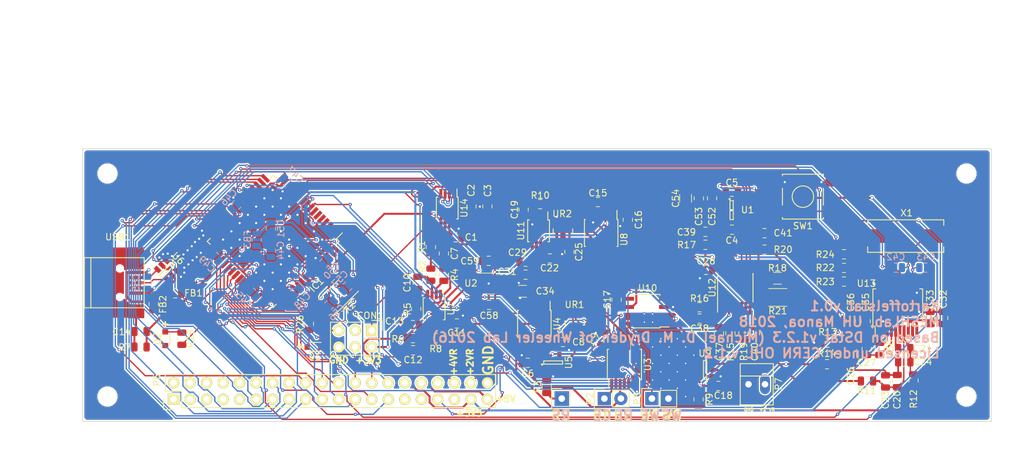
<source format=kicad_pcb>
(kicad_pcb (version 20171130) (host pcbnew "(5.0.0)")
  (title_block (title "DStat Mainboard") (date 2016-11-18) (rev 1.2.3) (company "Wheeler Microfluidics Laboratory") (comment 1 "©Michael D. M. Dryden 2016") (comment 2 "This documentation describes Open Hardware and is licensed under the CERN OHL v. 1.2."))
  (layers (0 F.Cu signal) (31 B.Cu signal) (34 B.Paste user hide) (35 F.Paste user hide) (36 B.SilkS user) (37 F.SilkS user) (38 B.Mask user) (39 F.Mask user) (44 Edge.Cuts user))
  (net 0 "")
  (net 1 +5V)
  (net 2 /ADC)
  (net 3 /COUNTER)
  (net 4 /DAC_OUT)
  (net 5 /DM)
  (net 6 /DP)
  (net 7 /PB2)
  (net 8 /PB3)
  (net 9 /PB4)
  (net 10 /PB5)
  (net 11 /PB6)
  (net 12 /PB7)
  (net 13 /PC0)
  (net 14 /PC1)
  (net 15 /PC2)
  (net 16 /PC3)
  (net 17 /PC4)
  (net 18 /PC5)
  (net 19 /PC7)
  (net 20 /PD0)
  (net 21 /PD1)
  (net 22 /PD2)
  (net 23 /PD3)
  (net 24 /PD4)
  (net 25 /PD5)
  (net 26 /PDI_CLK)
  (net 27 /PDI_DATA)
  (net 28 /PE0)
  (net 29 /PE1)
  (net 30 /PE2)
  (net 31 /PE3)
  (net 32 /PE4)
  (net 33 /PE5)
  (net 34 /PE6)
  (net 35 /PE7)
  (net 36 /PF0)
  (net 37 /PF1)
  (net 38 /PF2)
  (net 39 /PF3)
  (net 40 /PF4)
  (net 41 /PF5)
  (net 42 /PF6)
  (net 43 /PF7)
  (net 44 /REFERENCE)
  (net 45 /REF_V)
  (net 46 /USB_GND)
  (net 47 /USB_VCC)
  (net 48 /WORKING)
  (net 49 /WSHIELD)
  (net 50 GND)
  (net 51 "Net-(C4-Pad1)")
  (net 52 "Net-(C7-Pad1)")
  (net 53 "Net-(C7-Pad2)")
  (net 54 "Net-(C10-Pad2)")
  (net 55 "Net-(C12-Pad1)")
  (net 56 "Net-(C13-Pad2)")
  (net 57 "Net-(C14-Pad1)")
  (net 58 "Net-(C16-Pad1)")
  (net 59 "Net-(C19-Pad1)")
  (net 60 "Net-(C20-Pad2)")
  (net 61 "Net-(C21-Pad2)")
  (net 62 "Net-(C26-Pad1)")
  (net 63 "Net-(C26-Pad2)")
  (net 64 "Net-(C37-Pad1)")
  (net 65 "Net-(C38-Pad1)")
  (net 66 "Net-(C39-Pad1)")
  (net 67 "Net-(C40-Pad1)")
  (net 68 "Net-(C41-Pad1)")
  (net 69 "Net-(C42-Pad1)")
  (net 70 "Net-(C43-Pad1)")
  (net 71 "Net-(C44-Pad2)")
  (net 72 "Net-(R1-Pad1)")
  (net 73 "Net-(R3-Pad1)")
  (net 74 "Net-(R4-Pad2)")
  (net 75 "Net-(R8-Pad2)")
  (net 76 "Net-(R9-Pad1)")
  (net 77 "Net-(R10-Pad1)")
  (net 78 "Net-(R18-Pad1)")
  (net 79 "Net-(R21-Pad1)")
  (net 80 "Net-(R22-Pad1)")
  (net 81 "Net-(R23-Pad1)")
  (net 82 "Net-(R24-Pad1)")
  (net 83 "Net-(U3-Pad2)")
  (net 84 "Net-(U10-Pad8)")
  (net 85 "Net-(U3-Pad10)")
  (net 86 "Net-(U4-Pad2)")
  (net 87 "Net-(U6-Pad4)")
  (net 88 "Net-(U6-Pad3)")
  (net 89 +3V3)
  (net 90 "Net-(D1-Pad2)")
  (net 91 "Net-(D2-Pad2)")
  (net 92 "Net-(C56-Pad2)")
  (net 93 "Net-(C57-Pad2)")
  (net 94 /RSHIELD)
  (net 95 +4.75VR)
  (net 96 +4VR)
  (net 97 +2VR)
  (net 98 "Net-(C58-Pad1)")
  (module TO_SOT_Packages_SMD:SOT-23-6 (layer F.Cu) (at 99.2505 100.14 315)
    (fp_text reference U6 (at -0.054235 -2.496865 315) (layer F.SilkS))
    (fp_text value TPD2S017)
    (pad 5 smd rect (at 1.099999 0 315) (size 1.06 0.65) (layers F.Cu F.Paste F.Mask) (net 47 /USB_VCC))
    (pad 6 smd rect (at 1.1 -0.95 315) (size 1.06 0.65) (layers F.Cu F.Paste F.Mask) (net 6 /DP))
    (pad 4 smd rect (at 1.1 0.95 315) (size 1.06 0.65) (layers F.Cu F.Paste F.Mask) (net 87 "Net-(U6-Pad4)"))
    (pad 3 smd rect (at -1.1 0.95 315) (size 1.06 0.65) (layers F.Cu F.Paste F.Mask) (net 88 "Net-(U6-Pad3)"))
    (pad 2 smd rect (at -1.099999 0 315) (size 1.06 0.65) (layers F.Cu F.Paste F.Mask) (net 46 /USB_GND))
    (pad 1 smd rect (at -1.1 -0.95 315) (size 1.06 0.65) (layers F.Cu F.Paste F.Mask) (net 5 /DM))
  )
  (module Package_TO_SOT_SMD:SOT-23-5 (layer F.Cu) (at 148.726 102.202)
    (fp_text reference U2 (at -2.7395 -0.0559) (layer F.SilkS))
    (fp_text value TPS793475-EP)
    (pad 5 smd rect (at 1.1 -0.95) (size 1.06 0.65) (layers F.Cu F.Paste F.Mask) (net 95 +4.75VR))
    (pad 4 smd rect (at 1.1 0.95) (size 1.06 0.65) (layers F.Cu F.Paste F.Mask) (net 98 "Net-(C58-Pad1)"))
    (pad 3 smd rect (at -1.1 0.95) (size 1.06 0.65) (layers F.Cu F.Paste F.Mask) (net 1 +5V))
    (pad 2 smd rect (at -1.1 0) (size 1.06 0.65) (layers F.Cu F.Paste F.Mask) (net 50 GND))
    (pad 1 smd rect (at -1.1 -0.95) (size 1.06 0.65) (layers F.Cu F.Paste F.Mask) (net 1 +5V))
  )
  (module dstat:SW_SPST_SMD (layer F.Cu) (at 197.04 88.8365 180)
    (fp_text reference SW1 (at 0 -4.5 180) (layer F.SilkS))
    (fp_text value RESET)
    (pad 1 smd rect (at -4.55 -2.25 180) (size 2.1 1.4) (layers F.Cu F.Paste F.Mask) (net 33 /PE5))
    (pad 1 smd rect (at 4.55 -2.25 180) (size 2.1 1.4) (layers F.Cu F.Paste F.Mask) (net 33 /PE5))
    (pad 2 smd rect (at -4.55 2.25 180) (size 2.1 1.4) (layers F.Cu F.Paste F.Mask) (net 50 GND))
    (pad 2 smd rect (at 4.55 2.25 180) (size 2.1 1.4) (layers F.Cu F.Paste F.Mask) (net 50 GND))
  )
  (module Capacitor_SMD:C_0805_2012Metric (layer F.Cu) (at 148.78 105.474 180)
    (fp_text reference C58 (at 0 -1.65 180) (layer F.SilkS))
    (fp_text value 10n)
    (pad 2 smd roundrect (at 0.9375 0 180) (size 0.975 1.4) (layers F.Cu F.Paste F.Mask) (net 50 GND))
    (pad 1 smd roundrect (at -0.9375 0 180) (size 0.975 1.4) (layers F.Cu F.Paste F.Mask) (net 98 "Net-(C58-Pad1)"))
  )
  (module Capacitor_SMD:C_0805_2012Metric (layer F.Cu) (at 148.726 98.7025 180)
    (fp_text reference C59 (at 2.8919 -0.04 180) (layer F.SilkS))
    (fp_text value 10u)
    (pad 2 smd roundrect (at 0.9375 0 180) (size 0.975 1.4) (layers F.Cu F.Paste F.Mask) (net 50 GND))
    (pad 1 smd roundrect (at -0.9375 0 180) (size 0.975 1.4) (layers F.Cu F.Paste F.Mask) (net 95 +4.75VR))
  )
  (module Resistor_SMD:R_2010_5025Metric (layer F.Cu) (at 193.18 104.33)
    (fp_text reference R21 (at -0.0003 2.0833) (layer F.SilkS))
    (fp_text value 30M)
    (pad 2 smd roundrect (at 2.25 0) (size 1.35 2.65) (layers F.Cu F.Paste F.Mask) (roundrect_rratio 0.185185) (net 2 /ADC))
    (pad 1 smd roundrect (at -2.25 0) (size 1.35 2.65) (layers F.Cu F.Paste F.Mask) (roundrect_rratio 0.185185) (net 79 "Net-(R21-Pad1)"))
  )
  (module Crystals:Crystal_SMD_5032_2Pads (layer F.Cu) (at 125.627 104.031 225)
    (fp_text reference X2 (at 0.076085 -2.502734 225) (layer F.SilkS))
    (fp_text value "12 MHz")
    (pad 1 smd rect (at -2.05 0 225) (size 2 2.4) (layers F.Cu F.Paste F.Mask) (net 93 "Net-(C57-Pad2)"))
    (pad 2 smd rect (at 2.05 0 225) (size 2 2.4) (layers F.Cu F.Paste F.Mask) (net 92 "Net-(C56-Pad2)"))
  )
  (module Housings_SSOP:SSOP-20_5.3x7.2mm_Pitch0.65mm (layer F.Cu) (at 211.624 105.892 90)
    (fp_text reference U13 (at 3.7205 -4.8045 180) (layer F.SilkS))
    (fp_text value ADS1255)
    (pad 20 smd rect (at 3.6 -2.925 90) (size 1.75 0.45) (layers F.Cu F.Paste F.Mask) (net 50 GND))
    (pad 19 smd rect (at 3.6 -2.275 90) (size 1.75 0.45) (layers F.Cu F.Paste F.Mask))
    (pad 18 smd rect (at 3.6 -1.625 90) (size 1.75 0.45) (layers F.Cu F.Paste F.Mask) (net 80 "Net-(R22-Pad1)"))
    (pad 17 smd rect (at 3.6 -0.975 90) (size 1.75 0.45) (layers F.Cu F.Paste F.Mask) (net 81 "Net-(R23-Pad1)"))
    (pad 16 smd rect (at 3.6 -0.325 90) (size 1.75 0.45) (layers F.Cu F.Paste F.Mask) (net 34 /PE6))
    (pad 15 smd rect (at 3.6 0.325 90) (size 1.75 0.45) (layers F.Cu F.Paste F.Mask) (net 25 /PD5))
    (pad 14 smd rect (at 3.6 0.975 90) (size 1.75 0.45) (layers F.Cu F.Paste F.Mask) (net 82 "Net-(R24-Pad1)"))
    (pad 13 smd rect (at 3.6 1.625 90) (size 1.75 0.45) (layers F.Cu F.Paste F.Mask) (net 69 "Net-(C42-Pad1)"))
    (pad 12 smd rect (at 3.6 2.275 90) (size 1.75 0.45) (layers F.Cu F.Paste F.Mask) (net 70 "Net-(C43-Pad1)"))
    (pad 11 smd rect (at 3.6 2.925 90) (size 1.75 0.45) (layers F.Cu F.Paste F.Mask) (net 50 GND))
    (pad 10 smd rect (at -3.6 2.925 90) (size 1.75 0.45) (layers F.Cu F.Paste F.Mask) (net 89 +3V3))
    (pad 9 smd rect (at -3.6 2.275 90) (size 1.75 0.45) (layers F.Cu F.Paste F.Mask) (net 89 +3V3))
    (pad 8 smd rect (at -3.6 1.625 90) (size 1.75 0.45) (layers F.Cu F.Paste F.Mask) (net 89 +3V3))
    (pad 7 smd rect (at -3.6 0.975 90) (size 1.75 0.45) (layers F.Cu F.Paste F.Mask) (net 61 "Net-(C21-Pad2)"))
    (pad 6 smd rect (at -3.6 0.325 90) (size 1.75 0.45) (layers F.Cu F.Paste F.Mask) (net 60 "Net-(C20-Pad2)"))
    (pad 5 smd rect (at -3.6 -0.325 90) (size 1.75 0.45) (layers F.Cu F.Paste F.Mask) (net 97 +2VR))
    (pad 4 smd rect (at -3.6 -0.975 90) (size 1.75 0.45) (layers F.Cu F.Paste F.Mask) (net 63 "Net-(C26-Pad2)"))
    (pad 3 smd rect (at -3.6 -1.625 90) (size 1.75 0.45) (layers F.Cu F.Paste F.Mask) (net 62 "Net-(C26-Pad1)"))
    (pad 2 smd rect (at -3.6 -2.275 90) (size 1.75 0.45) (layers F.Cu F.Paste F.Mask) (net 50 GND))
    (pad 1 smd rect (at -3.6 -2.925 90) (size 1.75 0.45) (layers F.Cu F.Paste F.Mask) (net 1 +5V))
  )
  (module Pin_Headers:Pin_Header_Straight_1x02 (layer F.Cu) (at 166.51 119.884 90)
    (fp_text reference P2 (at 0 -2.1847 90) (layer F.SilkS))
    (fp_text value "C R")
    (pad 1 thru_hole rect (at 0 0 90) (size 2.032 2.032) (drill 1.016) (layers *.Cu *.Mask) (net 3 /COUNTER))
    (pad 2 thru_hole oval (at 0 2.54 90) (size 2.032 2.032) (drill 1.016) (layers *.Cu *.Mask) (net 44 /REFERENCE))
  )
  (module Pin_Headers:Pin_Header_Straight_1x01 (layer F.Cu) (at 159.96 119.884 90)
    (fp_text reference P1 hide)
    (fp_text value RS)
    (pad 1 thru_hole rect (at 0 0 90) (size 2.2352 2.2352) (drill 1.016) (layers *.Cu *.Mask) (net 94 /RSHIELD))
  )
  (module Pin_Headers:Pin_Header_Straight_1x02 (layer F.Cu) (at 173.82 119.884 90)
    (fp_text reference P3 (at 0 -2.2303 90) (layer F.SilkS))
    (fp_text value "W WS")
    (pad 2 thru_hole oval (at 0 2.54 90) (size 2.032 2.032) (drill 1.016) (layers *.Cu *.Mask) (net 49 /WSHIELD))
    (pad 1 thru_hole rect (at 0 0 90) (size 2.032 2.032) (drill 1.016) (layers *.Cu *.Mask) (net 48 /WORKING))
  )
  (module Diodes_SMD:D_0805 (layer F.Cu) (at 121.856 111.95 180)
    (fp_text reference D1 (at -0.1529 -1.4737 180) (layer F.SilkS))
    (fp_text value LED)
    (pad 2 smd rect (at 1.05 0 180) (size 0.8 0.9) (layers F.Cu F.Paste F.Mask) (net 90 "Net-(D1-Pad2)"))
    (pad 1 smd rect (at -1.05 0 180) (size 0.8 0.9) (layers F.Cu F.Paste F.Mask) (net 50 GND))
  )
  (module Diodes_SMD:D_0805 (layer F.Cu) (at 98.9965 110.68 90)
    (fp_text reference D2 (at 0 -1.27 90) (layer F.SilkS))
    (fp_text value LED)
    (pad 1 smd rect (at -1.05 0 90) (size 0.8 0.9) (layers F.Cu F.Paste F.Mask) (net 50 GND))
    (pad 2 smd rect (at 1.05 0 90) (size 0.8 0.9) (layers F.Cu F.Paste F.Mask) (net 91 "Net-(D2-Pad2)"))
  )
  (module Pin_Headers:Pin_Header_Straight_2x03 (layer F.Cu) (at 130.746 109.41 270)
    (fp_text reference CON1 (at -2.2855 0.2535) (layer F.SilkS))
    (fp_text value AVR-PDI)
    (pad 6 thru_hole oval (at 2.54 5.08 270) (size 1.7272 1.7272) (drill 1.016) (layers *.Cu *.Mask F.SilkS) (net 50 GND))
    (pad 5 thru_hole oval (at 0 5.08 270) (size 1.7272 1.7272) (drill 1.016) (layers *.Cu *.Mask F.SilkS) (net 26 /PDI_CLK))
    (pad 4 thru_hole oval (at 2.54 2.54 270) (size 1.7272 1.7272) (drill 1.016) (layers *.Cu *.Mask F.SilkS))
    (pad 3 thru_hole oval (at 0 2.54 270) (size 1.7272 1.7272) (drill 1.016) (layers *.Cu *.Mask F.SilkS))
    (pad 2 thru_hole oval (at 2.54 0 270) (size 1.7272 1.7272) (drill 1.016) (layers *.Cu *.Mask F.SilkS) (net 89 +3V3))
    (pad 1 thru_hole rect (at 0 0 270) (size 1.7272 1.7272) (drill 1.016) (layers *.Cu *.Mask F.SilkS) (net 27 /PDI_DATA))
  )
  (module Connect:PINHEAD1-2 (layer F.Cu) (at 189.941 117.688)
    (fp_text reference P7 (at 3.3545 -0.0545 90) (layer F.SilkS))
    (fp_text value CONN_2)
    (pad 1 thru_hole oval (at -1.27 0) (size 1.50622 3.01498) (drill 0.99822) (layers *.Cu *.Mask) (net 50 GND))
    (pad 2 thru_hole oval (at 1.27 0) (size 1.50622 3.01498) (drill 0.99822) (layers *.Cu *.Mask) (net 97 +2VR))
  )
  (module TO_SOT_Packages_SMD:SOT-23-5 (layer F.Cu) (at 186.078 90.912)
    (fp_text reference U1 (at 2.4535 -0.0435) (layer F.SilkS))
    (fp_text value TPS79933)
    (pad 1 smd rect (at -1.1 -0.95) (size 1.06 0.65) (layers F.Cu F.Paste F.Mask) (net 1 +5V))
    (pad 2 smd rect (at -1.1 0) (size 1.06 0.65) (layers F.Cu F.Paste F.Mask) (net 50 GND))
    (pad 3 smd rect (at -1.1 0.95) (size 1.06 0.65) (layers F.Cu F.Paste F.Mask) (net 1 +5V))
    (pad 4 smd rect (at 1.1 0.95) (size 1.06 0.65) (layers F.Cu F.Paste F.Mask) (net 51 "Net-(C4-Pad1)"))
    (pad 5 smd rect (at 1.1 -0.95) (size 1.06 0.65) (layers F.Cu F.Paste F.Mask) (net 89 +3V3))
  )
  (module Housings_SSOP:TSSOP-14_4.4x5mm_Pitch0.65mm (layer F.Cu) (at 169.591 114.638 90)
    (fp_text reference U3 (at -0.011 3.575 90) (layer F.SilkS))
    (fp_text value MAX4737)
    (pad 1 smd rect (at -2.95 -1.95 90) (size 1.45 0.45) (layers F.Cu F.Paste F.Mask) (net 3 /COUNTER))
    (pad 2 smd rect (at -2.95 -1.3 90) (size 1.45 0.45) (layers F.Cu F.Paste F.Mask) (net 83 "Net-(U3-Pad2)"))
    (pad 3 smd rect (at -2.95 -0.65 90) (size 1.45 0.45) (layers F.Cu F.Paste F.Mask) (net 44 /REFERENCE))
    (pad 4 smd rect (at -2.95 0 90) (size 1.45 0.45) (layers F.Cu F.Paste F.Mask) (net 83 "Net-(U3-Pad2)"))
    (pad 5 smd rect (at -2.95 0.65 90) (size 1.45 0.45) (layers F.Cu F.Paste F.Mask) (net 8 /PB3))
    (pad 6 smd rect (at -2.95 1.3 90) (size 1.45 0.45) (layers F.Cu F.Paste F.Mask) (net 9 /PB4))
    (pad 7 smd rect (at -2.95 1.95 90) (size 1.45 0.45) (layers F.Cu F.Paste F.Mask) (net 50 GND))
    (pad 8 smd rect (at 2.95 1.95 90) (size 1.45 0.45) (layers F.Cu F.Paste F.Mask) (net 84 "Net-(U10-Pad8)"))
    (pad 9 smd rect (at 2.95 1.3 90) (size 1.45 0.45) (layers F.Cu F.Paste F.Mask) (net 48 /WORKING))
    (pad 10 smd rect (at 2.95 0.65 90) (size 1.45 0.45) (layers F.Cu F.Paste F.Mask) (net 85 "Net-(U3-Pad10)"))
    (pad 11 smd rect (at 2.95 0 90) (size 1.45 0.45) (layers F.Cu F.Paste F.Mask) (net 45 /REF_V))
    (pad 12 smd rect (at 2.95 -0.65 90) (size 1.45 0.45) (layers F.Cu F.Paste F.Mask) (net 7 /PB2))
    (pad 13 smd rect (at 2.95 -1.3 90) (size 1.45 0.45) (layers F.Cu F.Paste F.Mask) (net 10 /PB5))
    (pad 14 smd rect (at 2.95 -1.95 90) (size 1.45 0.45) (layers F.Cu F.Paste F.Mask) (net 95 +4.75VR))
  )
  (module Housings_SOIC:SOIC-8_3.9x4.9mm_Pitch1.27mm (layer F.Cu) (at 155.741 108.388 270)
    (fp_text reference U4 (at 0 -3.5 270) (layer F.SilkS))
    (fp_text value LMP7702)
    (pad 1 smd rect (at -2.7 -1.905 270) (size 1.55 0.6) (layers F.Cu F.Paste F.Mask) (net 83 "Net-(U3-Pad2)"))
    (pad 2 smd rect (at -2.7 -0.635 270) (size 1.55 0.6) (layers F.Cu F.Paste F.Mask) (net 86 "Net-(U4-Pad2)"))
    (pad 3 smd rect (at -2.7 0.635 270) (size 1.55 0.6) (layers F.Cu F.Paste F.Mask) (net 97 +2VR))
    (pad 4 smd rect (at -2.7 1.905 270) (size 1.55 0.6) (layers F.Cu F.Paste F.Mask) (net 50 GND))
    (pad 5 smd rect (at 2.7 1.905 270) (size 1.55 0.6) (layers F.Cu F.Paste F.Mask) (net 44 /REFERENCE))
    (pad 6 smd rect (at 2.7 0.635 270) (size 1.55 0.6) (layers F.Cu F.Paste F.Mask) (net 45 /REF_V))
    (pad 7 smd rect (at 2.7 -0.635 270) (size 1.55 0.6) (layers F.Cu F.Paste F.Mask) (net 45 /REF_V))
    (pad 8 smd rect (at 2.7 -1.905 270) (size 1.55 0.6) (layers F.Cu F.Paste F.Mask) (net 95 +4.75VR))
  )
  (module TO_SOT_Packages_SMD:SOT-23-5 (layer F.Cu) (at 158.641 114.338 90)
    (fp_text reference U5 (at 0.0065 2.3965 90) (layer F.SilkS))
    (fp_text value LMP7715MF)
    (pad 1 smd rect (at -1.1 -0.95 90) (size 1.06 0.65) (layers F.Cu F.Paste F.Mask) (net 73 "Net-(R3-Pad1)"))
    (pad 2 smd rect (at -1.1 0 90) (size 1.06 0.65) (layers F.Cu F.Paste F.Mask) (net 50 GND))
    (pad 3 smd rect (at -1.1 0.95 90) (size 1.06 0.65) (layers F.Cu F.Paste F.Mask) (net 45 /REF_V))
    (pad 4 smd rect (at 1.1 0.95 90) (size 1.06 0.65) (layers F.Cu F.Paste F.Mask) (net 73 "Net-(R3-Pad1)"))
    (pad 5 smd rect (at 1.1 -0.95 90) (size 1.06 0.65) (layers F.Cu F.Paste F.Mask) (net 95 +4.75VR))
  )
  (module Housings_SSOP:MSOP-8_3x3mm_Pitch0.65mm (layer F.Cu) (at 140.331 106.088 270)
    (fp_text reference U7 (at 0 -2.6 270) (layer F.SilkS))
    (fp_text value MAX4477)
    (pad 1 smd rect (at -2.2 -0.975 270) (size 1.45 0.45) (layers F.Cu F.Paste F.Mask) (net 53 "Net-(C7-Pad2)"))
    (pad 2 smd rect (at -2.2 -0.325 270) (size 1.45 0.45) (layers F.Cu F.Paste F.Mask) (net 74 "Net-(R4-Pad2)"))
    (pad 3 smd rect (at -2.2 0.325 270) (size 1.45 0.45) (layers F.Cu F.Paste F.Mask) (net 54 "Net-(C10-Pad2)"))
    (pad 4 smd rect (at -2.2 0.975 270) (size 1.45 0.45) (layers F.Cu F.Paste F.Mask) (net 50 GND))
    (pad 5 smd rect (at 2.2 0.975 270) (size 1.45 0.45) (layers F.Cu F.Paste F.Mask) (net 56 "Net-(C13-Pad2)"))
    (pad 6 smd rect (at 2.2 0.325 270) (size 1.45 0.45) (layers F.Cu F.Paste F.Mask) (net 75 "Net-(R8-Pad2)"))
    (pad 7 smd rect (at 2.2 -0.325 270) (size 1.45 0.45) (layers F.Cu F.Paste F.Mask) (net 4 /DAC_OUT))
    (pad 8 smd rect (at 2.2 -0.975 270) (size 1.45 0.45) (layers F.Cu F.Paste F.Mask) (net 1 +5V))
  )
  (module Housings_SOIC:SOIC-8_3.9x4.9mm_Pitch1.27mm (layer F.Cu) (at 166.017 94.418 270)
    (fp_text reference U8 (at 0.9905 -3.5295 270) (layer F.SilkS))
    (fp_text value MAX6126)
    (pad 1 smd rect (at -2.7 -1.905 270) (size 1.55 0.6) (layers F.Cu F.Paste F.Mask) (net 58 "Net-(C16-Pad1)"))
    (pad 2 smd rect (at -2.7 -0.635 270) (size 1.55 0.6) (layers F.Cu F.Paste F.Mask) (net 95 +4.75VR))
    (pad 3 smd rect (at -2.7 0.635 270) (size 1.55 0.6) (layers F.Cu F.Paste F.Mask) (net 50 GND))
    (pad 4 smd rect (at -2.7 1.905 270) (size 1.55 0.6) (layers F.Cu F.Paste F.Mask) (net 50 GND))
    (pad 5 smd rect (at 2.7 1.905 270) (size 1.55 0.6) (layers F.Cu F.Paste F.Mask))
    (pad 6 smd rect (at 2.7 0.635 270) (size 1.55 0.6) (layers F.Cu F.Paste F.Mask) (net 96 +4VR))
    (pad 7 smd rect (at 2.7 -0.635 270) (size 1.55 0.6) (layers F.Cu F.Paste F.Mask) (net 96 +4VR))
    (pad 8 smd rect (at 2.7 -1.905 270) (size 1.55 0.6) (layers F.Cu F.Paste F.Mask))
  )
  (module TO_SOT_Packages_SMD:SOT-23-5 (layer F.Cu) (at 181.991 115.488 180)
    (fp_text reference U9 (at -0.0015 2.5535 180) (layer F.SilkS))
    (fp_text value LMP7715MF)
    (pad 1 smd rect (at -1.1 -0.95 180) (size 1.06 0.65) (layers F.Cu F.Paste F.Mask) (net 76 "Net-(R9-Pad1)"))
    (pad 2 smd rect (at -1.1 0 180) (size 1.06 0.65) (layers F.Cu F.Paste F.Mask) (net 50 GND))
    (pad 3 smd rect (at -1.1 0.95 180) (size 1.06 0.65) (layers F.Cu F.Paste F.Mask) (net 97 +2VR))
    (pad 4 smd rect (at 1.1 0.95 180) (size 1.06 0.65) (layers F.Cu F.Paste F.Mask) (net 76 "Net-(R9-Pad1)"))
    (pad 5 smd rect (at 1.1 -0.95 180) (size 1.06 0.65) (layers F.Cu F.Paste F.Mask) (net 95 +4.75VR))
  )
  (module Housings_SOIC:SOIC-8_3.9x4.9mm_Pitch1.27mm (layer F.Cu) (at 172.991 106.443 180)
    (fp_text reference U10 (at -0.175 3.5415 180) (layer F.SilkS))
    (fp_text value LMP7721)
    (pad 1 smd rect (at -2.7 -1.905 180) (size 1.55 0.6) (layers F.Cu F.Paste F.Mask) (net 97 +2VR))
    (pad 2 smd rect (at -2.7 -0.635 180) (size 1.55 0.6) (layers F.Cu F.Paste F.Mask) (net 49 /WSHIELD))
    (pad 3 smd rect (at -2.7 0.635 180) (size 1.55 0.6) (layers F.Cu F.Paste F.Mask) (net 50 GND))
    (pad 4 smd rect (at -2.7 1.905 180) (size 1.55 0.6) (layers F.Cu F.Paste F.Mask) (net 2 /ADC))
    (pad 5 smd rect (at 2.7 1.905 180) (size 1.55 0.6) (layers F.Cu F.Paste F.Mask))
    (pad 6 smd rect (at 2.7 0.635 180) (size 1.55 0.6) (layers F.Cu F.Paste F.Mask) (net 95 +4.75VR))
    (pad 7 smd rect (at 2.7 -0.635 180) (size 1.55 0.6) (layers F.Cu F.Paste F.Mask) (net 49 /WSHIELD))
    (pad 8 smd rect (at 2.7 -1.905 180) (size 1.55 0.6) (layers F.Cu F.Paste F.Mask) (net 84 "Net-(U10-Pad8)"))
  )
  (module Housings_SSOP:MSOP-8_3x3mm_Pitch0.65mm (layer F.Cu) (at 156.391 94.088 270)
    (fp_text reference U11 (at -0.013 2.7195 270) (layer F.SilkS))
    (fp_text value OPA350)
    (pad 1 smd rect (at -2.2 -0.975 270) (size 1.45 0.45) (layers F.Cu F.Paste F.Mask))
    (pad 2 smd rect (at -2.2 -0.325 270) (size 1.45 0.45) (layers F.Cu F.Paste F.Mask) (net 97 +2VR))
    (pad 3 smd rect (at -2.2 0.325 270) (size 1.45 0.45) (layers F.Cu F.Paste F.Mask) (net 59 "Net-(C19-Pad1)"))
    (pad 4 smd rect (at -2.2 0.975 270) (size 1.45 0.45) (layers F.Cu F.Paste F.Mask) (net 50 GND))
    (pad 5 smd rect (at 2.2 0.975 270) (size 1.45 0.45) (layers F.Cu F.Paste F.Mask))
    (pad 6 smd rect (at 2.2 0.325 270) (size 1.45 0.45) (layers F.Cu F.Paste F.Mask) (net 97 +2VR))
    (pad 7 smd rect (at 2.2 -0.325 270) (size 1.45 0.45) (layers F.Cu F.Paste F.Mask) (net 95 +4.75VR))
    (pad 8 smd rect (at 2.2 -0.975 270) (size 1.45 0.45) (layers F.Cu F.Paste F.Mask))
  )
  (module TO_SOT_Packages_SMD:SOT-23 (layer F.Cu) (at 161.966 107.938 180)
    (fp_text reference UR1 (at 0.0395 2.4965 180) (layer F.SilkS))
    (fp_text value MAX5491)
    (pad 1 smd rect (at -0.95 1.00076 180) (size 0.8001 0.8001) (layers F.Cu F.Paste F.Mask) (net 85 "Net-(U3-Pad10)"))
    (pad 2 smd rect (at 0.95 1.00076 180) (size 0.8001 0.8001) (layers F.Cu F.Paste F.Mask) (net 4 /DAC_OUT))
    (pad 3 smd rect (at 0 -0.99822 180) (size 0.8001 0.8001) (layers F.Cu F.Paste F.Mask) (net 86 "Net-(U4-Pad2)"))
  )
  (module TO_SOT_Packages_SMD:SOT-23 (layer F.Cu) (at 160.141 93.838 180)
    (fp_text reference UR2 (at 0.1195 2.3665 180) (layer F.SilkS))
    (fp_text value MAX5491)
    (pad 1 smd rect (at -0.95 1.00076 180) (size 0.8001 0.8001) (layers F.Cu F.Paste F.Mask) (net 96 +4VR))
    (pad 2 smd rect (at 0.95 1.00076 180) (size 0.8001 0.8001) (layers F.Cu F.Paste F.Mask) (net 50 GND))
    (pad 3 smd rect (at 0 -0.99822 180) (size 0.8001 0.8001) (layers F.Cu F.Paste F.Mask) (net 77 "Net-(R10-Pad1)"))
  )
  (module Connect:USB_Mini-B (layer F.Cu) (at 91.1518 102.074)
    (fp_text reference USB1 (at 0.5845 -7.0415) (layer F.SilkS))
    (fp_text value USB-MB-S)
    (pad "" np_thru_hole circle (at 0.8509 2.19964) (size 0.89916 0.89916) (drill 0.89916) (layers *.Cu *.Mask F.SilkS))
    (pad "" np_thru_hole circle (at 0.8509 -2.19964) (size 0.89916 0.89916) (drill 0.89916) (layers *.Cu *.Mask F.SilkS))
    (pad 6 smd rect (at -2.14884 4.45008) (size 2.49936 1.99898) (layers F.Cu F.Paste F.Mask) (net 57 "Net-(C14-Pad1)"))
    (pad 6 smd rect (at 3.35026 4.45008) (size 2.49936 1.99898) (layers F.Cu F.Paste F.Mask) (net 57 "Net-(C14-Pad1)"))
    (pad 6 smd rect (at -2.14884 -4.45008) (size 2.49936 1.99898) (layers F.Cu F.Paste F.Mask) (net 57 "Net-(C14-Pad1)"))
    (pad 6 smd rect (at 3.35026 -4.45008) (size 2.49936 1.99898) (layers F.Cu F.Paste F.Mask) (net 57 "Net-(C14-Pad1)"))
    (pad 5 smd rect (at 3.44932 1.6002) (size 2.30124 0.50038) (layers F.Cu F.Paste F.Mask) (net 46 /USB_GND))
    (pad 4 smd rect (at 3.44932 0.8001) (size 2.30124 0.50038) (layers F.Cu F.Paste F.Mask))
    (pad 3 smd rect (at 3.44932 0) (size 2.30124 0.50038) (layers F.Cu F.Paste F.Mask) (net 87 "Net-(U6-Pad4)"))
    (pad 2 smd rect (at 3.44932 -0.8001) (size 2.30124 0.50038) (layers F.Cu F.Paste F.Mask) (net 88 "Net-(U6-Pad3)"))
    (pad 1 smd rect (at 3.44932 -1.6002) (size 2.30124 0.50038) (layers F.Cu F.Paste F.Mask) (net 47 /USB_VCC))
  )
  (module Crystals:Crystal_HC49-SD_SMD (layer F.Cu) (at 212.849 94.896 180)
    (fp_text reference X1 (at -0.1315 3.5515 180) (layer F.SilkS))
    (fp_text value 7.68M)
    (pad 1 smd rect (at -4.84886 0 180) (size 5.6007 2.10058) (layers F.Cu F.Paste F.Mask) (net 70 "Net-(C43-Pad1)"))
    (pad 2 smd rect (at 4.84886 0 180) (size 5.6007 2.10058) (layers F.Cu F.Paste F.Mask) (net 69 "Net-(C42-Pad1)"))
  )
  (module Pin_Headers:Pin_Header_Straight_2x20 (layer F.Cu) (at 100.266 120 90)
    (fp_text reference P6 (at 2.9695 -2.54 90) (layer F.SilkS))
    (fp_text value CONN_01X40)
    (pad 1 thru_hole rect (at 0 0 90) (size 1.7272 1.7272) (drill 1.016) (layers *.Cu *.Mask F.SilkS))
    (pad 2 thru_hole oval (at 2.54 0 90) (size 1.7272 1.7272) (drill 1.016) (layers *.Cu *.Mask F.SilkS))
    (pad 3 thru_hole oval (at 0 2.54 90) (size 1.7272 1.7272) (drill 1.016) (layers *.Cu *.Mask F.SilkS))
    (pad 4 thru_hole oval (at 2.54 2.54 90) (size 1.7272 1.7272) (drill 1.016) (layers *.Cu *.Mask F.SilkS))
    (pad 5 thru_hole oval (at 0 5.08 90) (size 1.7272 1.7272) (drill 1.016) (layers *.Cu *.Mask F.SilkS))
    (pad 6 thru_hole oval (at 2.54 5.08 90) (size 1.7272 1.7272) (drill 1.016) (layers *.Cu *.Mask F.SilkS))
    (pad 7 thru_hole oval (at 0 7.62 90) (size 1.7272 1.7272) (drill 1.016) (layers *.Cu *.Mask F.SilkS))
    (pad 8 thru_hole oval (at 2.54 7.62 90) (size 1.7272 1.7272) (drill 1.016) (layers *.Cu *.Mask F.SilkS))
    (pad 9 thru_hole oval (at 0 10.16 90) (size 1.7272 1.7272) (drill 1.016) (layers *.Cu *.Mask F.SilkS))
    (pad 10 thru_hole oval (at 2.54 10.16 90) (size 1.7272 1.7272) (drill 1.016) (layers *.Cu *.Mask F.SilkS))
    (pad 11 thru_hole oval (at 0 12.7 90) (size 1.7272 1.7272) (drill 1.016) (layers *.Cu *.Mask F.SilkS) (net 13 /PC0))
    (pad 12 thru_hole oval (at 2.54 12.7 90) (size 1.7272 1.7272) (drill 1.016) (layers *.Cu *.Mask F.SilkS) (net 14 /PC1))
    (pad 13 thru_hole oval (at 0 15.24 90) (size 1.7272 1.7272) (drill 1.016) (layers *.Cu *.Mask F.SilkS) (net 15 /PC2))
    (pad 14 thru_hole oval (at 2.54 15.24 90) (size 1.7272 1.7272) (drill 1.016) (layers *.Cu *.Mask F.SilkS) (net 16 /PC3))
    (pad 15 thru_hole oval (at 0 17.78 90) (size 1.7272 1.7272) (drill 1.016) (layers *.Cu *.Mask F.SilkS) (net 20 /PD0))
    (pad 16 thru_hole oval (at 2.54 17.78 90) (size 1.7272 1.7272) (drill 1.016) (layers *.Cu *.Mask F.SilkS) (net 21 /PD1))
    (pad 17 thru_hole oval (at 0 20.32 90) (size 1.7272 1.7272) (drill 1.016) (layers *.Cu *.Mask F.SilkS) (net 22 /PD2))
    (pad 18 thru_hole oval (at 2.54 20.32 90) (size 1.7272 1.7272) (drill 1.016) (layers *.Cu *.Mask F.SilkS) (net 23 /PD3))
    (pad 19 thru_hole oval (at 0 22.86 90) (size 1.7272 1.7272) (drill 1.016) (layers *.Cu *.Mask F.SilkS) (net 28 /PE0))
    (pad 20 thru_hole oval (at 2.54 22.86 90) (size 1.7272 1.7272) (drill 1.016) (layers *.Cu *.Mask F.SilkS) (net 29 /PE1))
    (pad 21 thru_hole oval (at 0 25.4 90) (size 1.7272 1.7272) (drill 1.016) (layers *.Cu *.Mask F.SilkS) (net 30 /PE2))
    (pad 22 thru_hole oval (at 2.54 25.4 90) (size 1.7272 1.7272) (drill 1.016) (layers *.Cu *.Mask F.SilkS) (net 31 /PE3))
    (pad 23 thru_hole oval (at 0 27.94 90) (size 1.7272 1.7272) (drill 1.016) (layers *.Cu *.Mask F.SilkS) (net 36 /PF0))
    (pad 24 thru_hole oval (at 2.54 27.94 90) (size 1.7272 1.7272) (drill 1.016) (layers *.Cu *.Mask F.SilkS) (net 37 /PF1))
    (pad 25 thru_hole oval (at 0 30.48 90) (size 1.7272 1.7272) (drill 1.016) (layers *.Cu *.Mask F.SilkS) (net 38 /PF2))
    (pad 26 thru_hole oval (at 2.54 30.48 90) (size 1.7272 1.7272) (drill 1.016) (layers *.Cu *.Mask F.SilkS) (net 39 /PF3))
    (pad 27 thru_hole oval (at 0 33.02 90) (size 1.7272 1.7272) (drill 1.016) (layers *.Cu *.Mask F.SilkS) (net 40 /PF4))
    (pad 28 thru_hole oval (at 2.54 33.02 90) (size 1.7272 1.7272) (drill 1.016) (layers *.Cu *.Mask F.SilkS) (net 41 /PF5))
    (pad 29 thru_hole oval (at 0 35.56 90) (size 1.7272 1.7272) (drill 1.016) (layers *.Cu *.Mask F.SilkS))
    (pad 30 thru_hole oval (at 2.54 35.56 90) (size 1.7272 1.7272) (drill 1.016) (layers *.Cu *.Mask F.SilkS))
    (pad 31 thru_hole oval (at 0 38.1 90) (size 1.7272 1.7272) (drill 1.016) (layers *.Cu *.Mask F.SilkS))
    (pad 32 thru_hole oval (at 2.54 38.1 90) (size 1.7272 1.7272) (drill 1.016) (layers *.Cu *.Mask F.SilkS))
    (pad 33 thru_hole oval (at 0 40.64 90) (size 1.7272 1.7272) (drill 1.016) (layers *.Cu *.Mask F.SilkS) (net 4 /DAC_OUT))
    (pad 34 thru_hole oval (at 2.54 40.64 90) (size 1.7272 1.7272) (drill 1.016) (layers *.Cu *.Mask F.SilkS))
    (pad 35 thru_hole oval (at 0 43.18 90) (size 1.7272 1.7272) (drill 1.016) (layers *.Cu *.Mask F.SilkS))
    (pad 36 thru_hole oval (at 2.54 43.18 90) (size 1.7272 1.7272) (drill 1.016) (layers *.Cu *.Mask F.SilkS) (net 96 +4VR))
    (pad 37 thru_hole oval (at 0 45.72 90) (size 1.7272 1.7272) (drill 1.016) (layers *.Cu *.Mask F.SilkS) (net 89 +3V3))
    (pad 38 thru_hole oval (at 2.54 45.72 90) (size 1.7272 1.7272) (drill 1.016) (layers *.Cu *.Mask F.SilkS) (net 97 +2VR))
    (pad 39 thru_hole oval (at 0 48.26 90) (size 1.7272 1.7272) (drill 1.016) (layers *.Cu *.Mask F.SilkS) (net 1 +5V))
    (pad 40 thru_hole oval (at 2.54 48.26 90) (size 1.7272 1.7272) (drill 1.016) (layers *.Cu *.Mask F.SilkS) (net 50 GND))
  )
  (module Housings_SSOP:TSSOP-16_4.4x5mm_Pitch0.65mm (layer F.Cu) (at 186.641 102.838 90)
    (fp_text reference U12 (at 0 -3.55 90) (layer F.SilkS))
    (fp_text value MAX4617)
    (pad 1 smd rect (at -2.95 -2.275 90) (size 1.5 0.45) (layers F.Cu F.Paste F.Mask) (net 65 "Net-(C38-Pad1)"))
    (pad 2 smd rect (at -2.95 -1.625 90) (size 1.5 0.45) (layers F.Cu F.Paste F.Mask) (net 2 /ADC))
    (pad 3 smd rect (at -2.95 -0.975 90) (size 1.5 0.45) (layers F.Cu F.Paste F.Mask) (net 84 "Net-(U10-Pad8)"))
    (pad 4 smd rect (at -2.95 -0.325 90) (size 1.5 0.45) (layers F.Cu F.Paste F.Mask) (net 64 "Net-(C37-Pad1)"))
    (pad 5 smd rect (at -2.95 0.325 90) (size 1.5 0.45) (layers F.Cu F.Paste F.Mask) (net 67 "Net-(C40-Pad1)"))
    (pad 6 smd rect (at -2.95 0.975 90) (size 1.5 0.45) (layers F.Cu F.Paste F.Mask) (net 50 GND))
    (pad 7 smd rect (at -2.95 1.625 90) (size 1.5 0.45) (layers F.Cu F.Paste F.Mask))
    (pad 8 smd rect (at -2.95 2.275 90) (size 1.5 0.45) (layers F.Cu F.Paste F.Mask) (net 50 GND))
    (pad 9 smd rect (at 2.95 2.275 90) (size 1.5 0.45) (layers F.Cu F.Paste F.Mask) (net 24 /PD4))
    (pad 10 smd rect (at 2.95 1.625 90) (size 1.5 0.45) (layers F.Cu F.Paste F.Mask) (net 12 /PB7))
    (pad 11 smd rect (at 2.95 0.975 90) (size 1.5 0.45) (layers F.Cu F.Paste F.Mask) (net 11 /PB6))
    (pad 12 smd rect (at 2.95 0.325 90) (size 1.5 0.45) (layers F.Cu F.Paste F.Mask) (net 68 "Net-(C41-Pad1)"))
    (pad 13 smd rect (at 2.95 -0.325 90) (size 1.5 0.45) (layers F.Cu F.Paste F.Mask) (net 78 "Net-(R18-Pad1)"))
    (pad 14 smd rect (at 2.95 -0.975 90) (size 1.5 0.45) (layers F.Cu F.Paste F.Mask) (net 79 "Net-(R21-Pad1)"))
    (pad 15 smd rect (at 2.95 -1.625 90) (size 1.5 0.45) (layers F.Cu F.Paste F.Mask) (net 66 "Net-(C39-Pad1)"))
    (pad 16 smd rect (at 2.95 -2.275 90) (size 1.5 0.45) (layers F.Cu F.Paste F.Mask) (net 95 +4.75VR))
  )
  (module Package_SO:MSOP-8_3x3mm_P0.65mm (layer F.Cu) (at 142.35 90.5845 270)
    (fp_text reference U14 (at 0 -2.6 270) (layer F.SilkS))
    (fp_text value MAX5441)
    (pad 1 smd rect (at -2.2 -0.975 270) (size 1.45 0.45) (layers F.Cu F.Paste F.Mask) (net 96 +4VR))
    (pad 2 smd rect (at -2.2 -0.325 270) (size 1.45 0.45) (layers F.Cu F.Paste F.Mask) (net 17 /PC4))
    (pad 3 smd rect (at -2.2 0.325 270) (size 1.45 0.45) (layers F.Cu F.Paste F.Mask) (net 18 /PC5))
    (pad 4 smd rect (at -2.2 0.975 270) (size 1.45 0.45) (layers F.Cu F.Paste F.Mask) (net 19 /PC7))
    (pad 5 smd rect (at 2.2 0.975 270) (size 1.45 0.45) (layers F.Cu F.Paste F.Mask) (net 95 +4.75VR))
    (pad 6 smd rect (at 2.2 0.325 270) (size 1.45 0.45) (layers F.Cu F.Paste F.Mask) (net 72 "Net-(R1-Pad1)"))
    (pad 7 smd rect (at 2.2 -0.325 270) (size 1.45 0.45) (layers F.Cu F.Paste F.Mask) (net 95 +4.75VR))
    (pad 8 smd rect (at 2.2 -0.975 270) (size 1.45 0.45) (layers F.Cu F.Paste F.Mask) (net 50 GND))
  )
  (module Capacitor_SMD:C_0805_2012Metric (layer F.Cu) (at 143.6 95.0845)
    (fp_text reference C1 (at 2.4373 0.0004) (layer F.SilkS))
    (fp_text value 100n)
    (pad 1 smd roundrect (at -0.9375 0) (size 0.975 1.4) (layers F.Cu F.Paste F.Mask) (net 95 +4.75VR))
    (pad 2 smd roundrect (at 0.9375 0) (size 0.975 1.4) (layers F.Cu F.Paste F.Mask) (net 50 GND))
  )
  (module Capacitor_SMD:C_0805_2012Metric (layer F.Cu) (at 146.081 90.338 270)
    (fp_text reference C2 (at -2.4667 0.0437 270) (layer F.SilkS))
    (fp_text value 100n)
    (pad 2 smd roundrect (at 0.9375 0 270) (size 0.975 1.4) (layers F.Cu F.Paste F.Mask) (net 50 GND))
    (pad 1 smd roundrect (at -0.9375 0 270) (size 0.975 1.4) (layers F.Cu F.Paste F.Mask) (net 96 +4VR))
  )
  (module Capacitor_SMD:C_0805_2012Metric (layer F.Cu) (at 148.526 90.338 270)
    (fp_text reference C3 (at -2.4159 -0.0513 270) (layer F.SilkS))
    (fp_text value 1u)
    (pad 1 smd roundrect (at -0.9375 0 270) (size 0.975 1.4) (layers F.Cu F.Paste F.Mask) (net 96 +4VR))
    (pad 2 smd roundrect (at 0.9375 0 270) (size 0.975 1.4) (layers F.Cu F.Paste F.Mask) (net 50 GND))
  )
  (module Capacitor_SMD:C_0805_2012Metric (layer F.Cu) (at 186.118 93.9165 180)
    (fp_text reference C4 (at 0 -1.65 180) (layer F.SilkS))
    (fp_text value 10n)
    (pad 2 smd roundrect (at 0.9375 0 180) (size 0.975 1.4) (layers F.Cu F.Paste F.Mask) (net 50 GND))
    (pad 1 smd roundrect (at -0.9375 0 180) (size 0.975 1.4) (layers F.Cu F.Paste F.Mask) (net 51 "Net-(C4-Pad1)"))
  )
  (module Capacitor_SMD:C_0805_2012Metric (layer F.Cu) (at 186.118 88.0745)
    (fp_text reference C5 (at 0 -1.397) (layer F.SilkS))
    (fp_text value 10u)
    (pad 1 smd roundrect (at -0.9375 0) (size 0.975 1.4) (layers F.Cu F.Paste F.Mask) (net 50 GND))
    (pad 2 smd roundrect (at 0.9375 0) (size 0.975 1.4) (layers F.Cu F.Paste F.Mask) (net 89 +3V3))
  )
  (module Capacitor_SMD:C_0805_2012Metric (layer F.Cu) (at 154.741 114.388 180)
    (fp_text reference C6 (at 0 -1.65 180) (layer F.SilkS))
    (fp_text value 100n)
    (pad 2 smd roundrect (at 0.9375 0 180) (size 0.975 1.4) (layers F.Cu F.Paste F.Mask) (net 50 GND))
    (pad 1 smd roundrect (at -0.9375 0 180) (size 0.975 1.4) (layers F.Cu F.Paste F.Mask) (net 95 +4.75VR))
  )
  (module Capacitor_SMD:C_0805_2012Metric (layer F.Cu) (at 141.831 97.588 270)
    (fp_text reference C7 (at 0 -1.65 270) (layer F.SilkS))
    (fp_text value 180p)
    (pad 2 smd roundrect (at 0.9375 0 270) (size 0.975 1.4) (layers F.Cu F.Paste F.Mask) (net 53 "Net-(C7-Pad2)"))
    (pad 1 smd roundrect (at -0.9375 0 270) (size 0.975 1.4) (layers F.Cu F.Paste F.Mask) (net 52 "Net-(C7-Pad1)"))
  )
  (module Capacitor_SMD:C_0805_2012Metric (layer F.Cu) (at 160.141 111.188)
    (fp_text reference C8 (at 2.4063 0.0005) (layer F.SilkS))
    (fp_text value 100n)
    (pad 1 smd roundrect (at -0.9375 0) (size 0.975 1.4) (layers F.Cu F.Paste F.Mask) (net 95 +4.75VR))
    (pad 2 smd roundrect (at 0.9375 0) (size 0.975 1.4) (layers F.Cu F.Paste F.Mask) (net 50 GND))
  )
  (module Capacitor_SMD:C_0805_2012Metric (layer F.Cu) (at 166.341 110.688 270)
    (fp_text reference C9 (at 0 1.3553 270) (layer F.SilkS))
    (fp_text value 10n)
    (pad 1 smd roundrect (at -0.9375 0 270) (size 0.975 1.4) (layers F.Cu F.Paste F.Mask) (net 50 GND))
    (pad 2 smd roundrect (at 0.9375 0 270) (size 0.975 1.4) (layers F.Cu F.Paste F.Mask) (net 95 +4.75VR))
  )
  (module Capacitor_SMD:C_0805_2012Metric (layer F.Cu) (at 137.831 102.088 90)
    (fp_text reference C10 (at 0 -1.65 90) (layer F.SilkS))
    (fp_text value 160p)
    (pad 1 smd roundrect (at -0.9375 0 90) (size 0.975 1.4) (layers F.Cu F.Paste F.Mask) (net 50 GND))
    (pad 2 smd roundrect (at 0.9375 0 90) (size 0.975 1.4) (layers F.Cu F.Paste F.Mask) (net 54 "Net-(C10-Pad2)"))
  )
  (module Capacitor_SMD:C_0805_2012Metric (layer F.Cu) (at 143.831 108.338)
    (fp_text reference C11 (at 0 1.4281) (layer F.SilkS))
    (fp_text value 100n)
    (pad 2 smd roundrect (at 0.9375 0) (size 0.975 1.4) (layers F.Cu F.Paste F.Mask) (net 50 GND))
    (pad 1 smd roundrect (at -0.9375 0) (size 0.975 1.4) (layers F.Cu F.Paste F.Mask) (net 1 +5V))
  )
  (module Capacitor_SMD:C_0805_2012Metric (layer F.Cu) (at 137.081 108.588)
    (fp_text reference C13 (at -2.8293 -0.5999) (layer F.SilkS))
    (fp_text value 68p)
    (pad 2 smd roundrect (at 0.9375 0) (size 0.975 1.4) (layers F.Cu F.Paste F.Mask) (net 56 "Net-(C13-Pad2)"))
    (pad 1 smd roundrect (at -0.9375 0) (size 0.975 1.4) (layers F.Cu F.Paste F.Mask) (net 50 GND))
  )
  (module Capacitor_SMD:C_0805_2012Metric (layer F.Cu) (at 95.1865 109.574)
    (fp_text reference C14 (at -2.8956 0.0397) (layer F.SilkS))
    (fp_text value 4.7n)
    (pad 2 smd roundrect (at 0.9375 0) (size 0.975 1.4) (layers F.Cu F.Paste F.Mask) (net 50 GND))
    (pad 1 smd roundrect (at -0.9375 0) (size 0.975 1.4) (layers F.Cu F.Paste F.Mask) (net 57 "Net-(C14-Pad1)"))
  )
  (module Capacitor_SMD:C_0805_2012Metric (layer F.Cu) (at 165.517 89.668 180)
    (fp_text reference C15 (at 0 1.3903 180) (layer F.SilkS))
    (fp_text value 4.7n)
    (pad 1 smd roundrect (at -0.9375 0 180) (size 0.975 1.4) (layers F.Cu F.Paste F.Mask) (net 95 +4.75VR))
    (pad 2 smd roundrect (at 0.9375 0 180) (size 0.975 1.4) (layers F.Cu F.Paste F.Mask) (net 50 GND))
  )
  (module Capacitor_SMD:C_0805_2012Metric (layer F.Cu) (at 170.116 92.3925 270)
    (fp_text reference C16 (at 0 -1.65 270) (layer F.SilkS))
    (fp_text value 100n)
    (pad 2 smd roundrect (at 0.9375 0 270) (size 0.975 1.4) (layers F.Cu F.Paste F.Mask) (net 50 GND))
    (pad 1 smd roundrect (at -0.9375 0 270) (size 0.975 1.4) (layers F.Cu F.Paste F.Mask) (net 58 "Net-(C16-Pad1)"))
  )
  (module Capacitor_SMD:C_0805_2012Metric (layer F.Cu) (at 168.391 104.688 270)
    (fp_text reference C17 (at -0.0019 1.4241 270) (layer F.SilkS))
    (fp_text value 100n)
    (pad 1 smd roundrect (at -0.9375 0 270) (size 0.975 1.4) (layers F.Cu F.Paste F.Mask) (net 50 GND))
    (pad 2 smd roundrect (at 0.9375 0 270) (size 0.975 1.4) (layers F.Cu F.Paste F.Mask) (net 95 +4.75VR))
  )
  (module Capacitor_SMD:C_0805_2012Metric (layer F.Cu) (at 184.036 117.945)
    (fp_text reference C18 (at 0.7617 1.4731) (layer F.SilkS))
    (fp_text value 100n)
    (pad 2 smd roundrect (at 0.9375 0) (size 0.975 1.4) (layers F.Cu F.Paste F.Mask) (net 50 GND))
    (pad 1 smd roundrect (at -0.9375 0) (size 0.975 1.4) (layers F.Cu F.Paste F.Mask) (net 95 +4.75VR))
  )
  (module Capacitor_SMD:C_0805_2012Metric (layer F.Cu) (at 154.091 90.838 270)
    (fp_text reference C19 (at 0 1.3989 270) (layer F.SilkS))
    (fp_text value 1u)
    (pad 2 smd roundrect (at 0.9375 0 270) (size 0.975 1.4) (layers F.Cu F.Paste F.Mask) (net 50 GND))
    (pad 1 smd roundrect (at -0.9375 0 270) (size 0.975 1.4) (layers F.Cu F.Paste F.Mask) (net 59 "Net-(C19-Pad1)"))
  )
  (module Capacitor_SMD:C_0805_2012Metric (layer F.Cu) (at 211.549 117.196 270)
    (fp_text reference C20 (at 2.8825 0.0305 270) (layer F.SilkS))
    (fp_text value 100n)
    (pad 1 smd roundrect (at -0.9375 0 270) (size 0.975 1.4) (layers F.Cu F.Paste F.Mask) (net 97 +2VR))
    (pad 2 smd roundrect (at 0.9375 0 270) (size 0.975 1.4) (layers F.Cu F.Paste F.Mask) (net 60 "Net-(C20-Pad2)"))
  )
  (module Capacitor_SMD:C_0805_2012Metric (layer F.Cu) (at 212.624 112.171)
    (fp_text reference C21 (at 2.8315 0.0335) (layer F.SilkS))
    (fp_text value 100n)
    (pad 2 smd roundrect (at 0.9375 0) (size 0.975 1.4) (layers F.Cu F.Paste F.Mask) (net 61 "Net-(C21-Pad2)"))
    (pad 1 smd roundrect (at -0.9375 0) (size 0.975 1.4) (layers F.Cu F.Paste F.Mask) (net 97 +2VR))
  )
  (module Capacitor_SMD:C_0805_2012Metric (layer F.Cu) (at 158.141 98.338)
    (fp_text reference C22 (at -0.0641 1.4713) (layer F.SilkS))
    (fp_text value 100n)
    (pad 2 smd roundrect (at 0.9375 0) (size 0.975 1.4) (layers F.Cu F.Paste F.Mask) (net 50 GND))
    (pad 1 smd roundrect (at -0.9375 0) (size 0.975 1.4) (layers F.Cu F.Paste F.Mask) (net 95 +4.75VR))
  )
  (module Capacitor_SMD:C_0805_2012Metric (layer F.Cu) (at 209.749 117.246 270)
    (fp_text reference C23 (at 2.8325 0.0085 270) (layer F.SilkS))
    (fp_text value 100p)
    (pad 2 smd roundrect (at 0.9375 0 270) (size 0.975 1.4) (layers F.Cu F.Paste F.Mask) (net 60 "Net-(C20-Pad2)"))
    (pad 1 smd roundrect (at -0.9375 0 270) (size 0.975 1.4) (layers F.Cu F.Paste F.Mask) (net 97 +2VR))
  )
  (module Capacitor_SMD:C_0805_2012Metric (layer F.Cu) (at 212.624 114.246)
    (fp_text reference C24 (at 2.8315 -0.0095) (layer F.SilkS))
    (fp_text value 100p)
    (pad 2 smd roundrect (at 0.9375 0) (size 0.975 1.4) (layers F.Cu F.Paste F.Mask) (net 61 "Net-(C21-Pad2)"))
    (pad 1 smd roundrect (at -0.9375 0) (size 0.975 1.4) (layers F.Cu F.Paste F.Mask) (net 97 +2VR))
  )
  (module Capacitor_SMD:C_0805_2012Metric (layer F.Cu) (at 161.141 97.338 270)
    (fp_text reference C25 (at 0 -1.4571 270) (layer F.SilkS))
    (fp_text value 1u)
    (pad 1 smd roundrect (at -0.9375 0 270) (size 0.975 1.4) (layers F.Cu F.Paste F.Mask) (net 96 +4VR))
    (pad 2 smd roundrect (at 0.9375 0 270) (size 0.975 1.4) (layers F.Cu F.Paste F.Mask) (net 50 GND))
  )
  (module Capacitor_SMD:C_1206_3216Metric (layer F.Cu) (at 204.399 112.946 270)
    (fp_text reference C26 (at 3.4495 -0.0075 270) (layer F.SilkS))
    (fp_text value 47u)
    (pad 1 smd roundrect (at -1.4 0 270) (size 1.25 1.75) (layers F.Cu F.Paste F.Mask) (roundrect_rratio 0.2) (net 62 "Net-(C26-Pad1)"))
    (pad 2 smd roundrect (at 1.4 0 270) (size 1.25 1.75) (layers F.Cu F.Paste F.Mask) (roundrect_rratio 0.2) (net 63 "Net-(C26-Pad2)"))
  )
  (module Capacitor_SMD:C_0805_2012Metric (layer F.Cu) (at 206.849 112.246 270)
    (fp_text reference C27 (at 2.1175 0.0295) (layer F.SilkS))
    (fp_text value 100n)
    (pad 1 smd roundrect (at -0.9375 0 270) (size 0.975 1.4) (layers F.Cu F.Paste F.Mask) (net 62 "Net-(C26-Pad1)"))
    (pad 2 smd roundrect (at 0.9375 0 270) (size 0.975 1.4) (layers F.Cu F.Paste F.Mask) (net 63 "Net-(C26-Pad2)"))
  )
  (module Capacitor_SMD:C_0805_2012Metric (layer F.Cu) (at 182.141 100.088)
    (fp_text reference C28 (at 0 -1.3455) (layer F.SilkS))
    (fp_text value 100n)
    (pad 1 smd roundrect (at -0.9375 0) (size 0.975 1.4) (layers F.Cu F.Paste F.Mask) (net 50 GND))
    (pad 2 smd roundrect (at 0.9375 0) (size 0.975 1.4) (layers F.Cu F.Paste F.Mask) (net 95 +4.75VR))
  )
  (module Capacitor_SMD:C_0805_2012Metric (layer F.Cu) (at 154.391 98.838 180)
    (fp_text reference C29 (at 1.2417 1.4163 180) (layer F.SilkS))
    (fp_text value 100n)
    (pad 1 smd roundrect (at -0.9375 0 180) (size 0.975 1.4) (layers F.Cu F.Paste F.Mask) (net 97 +2VR))
    (pad 2 smd roundrect (at 0.9375 0 180) (size 0.975 1.4) (layers F.Cu F.Paste F.Mask) (net 50 GND))
  )
  (module Capacitor_SMD:C_0805_2012Metric (layer F.Cu) (at 208.849 112.246 270)
    (fp_text reference C30 (at 0 -1.65 270) (layer F.SilkS))
    (fp_text value 100p)
    (pad 1 smd roundrect (at -0.9375 0 270) (size 0.975 1.4) (layers F.Cu F.Paste F.Mask) (net 62 "Net-(C26-Pad1)"))
    (pad 2 smd roundrect (at 0.9375 0 270) (size 0.975 1.4) (layers F.Cu F.Paste F.Mask) (net 63 "Net-(C26-Pad2)"))
  )
  (module Capacitor_SMD:C_0805_2012Metric (layer F.Cu) (at 154.391 100.838 180)
    (fp_text reference C31 (at 2.8165 0.4699 180) (layer F.SilkS))
    (fp_text value 1u)
    (pad 2 smd roundrect (at 0.9375 0 180) (size 0.975 1.4) (layers F.Cu F.Paste F.Mask) (net 50 GND))
    (pad 1 smd roundrect (at -0.9375 0 180) (size 0.975 1.4) (layers F.Cu F.Paste F.Mask) (net 97 +2VR))
  )
  (module Capacitor_SMD:C_0805_2012Metric (layer F.Cu) (at 218.607 107.496 270)
    (fp_text reference C32 (at -2.9115 -0.0235 270) (layer F.SilkS))
    (fp_text value 10u)
    (pad 1 smd roundrect (at -0.9375 0 270) (size 0.975 1.4) (layers F.Cu F.Paste F.Mask) (net 50 GND))
    (pad 2 smd roundrect (at 0.9375 0 270) (size 0.975 1.4) (layers F.Cu F.Paste F.Mask) (net 89 +3V3))
  )
  (module Capacitor_SMD:C_0805_2012Metric (layer F.Cu) (at 216.607 107.496 270)
    (fp_text reference C33 (at -2.9115 0.0085 270) (layer F.SilkS))
    (fp_text value 100n)
    (pad 2 smd roundrect (at 0.9375 0 270) (size 0.975 1.4) (layers F.Cu F.Paste F.Mask) (net 89 +3V3))
    (pad 1 smd roundrect (at -0.9375 0 270) (size 0.975 1.4) (layers F.Cu F.Paste F.Mask) (net 50 GND))
  )
  (module Capacitor_SMD:C_1206_3216Metric (layer F.Cu) (at 153.941 103.388 180)
    (fp_text reference C34 (at -3.4755 0.0227 180) (layer F.SilkS))
    (fp_text value 47u)
    (pad 2 smd roundrect (at 1.4 0 180) (size 1.25 1.75) (layers F.Cu F.Paste F.Mask) (roundrect_rratio 0.2) (net 50 GND))
    (pad 1 smd roundrect (at -1.4 0 180) (size 1.25 1.75) (layers F.Cu F.Paste F.Mask) (roundrect_rratio 0.2) (net 97 +2VR))
  )
  (module Capacitor_SMD:C_0805_2012Metric (layer F.Cu) (at 206.692 107.996 90)
    (fp_text reference C35 (at 2.9035 0.0005 90) (layer F.SilkS))
    (fp_text value 100n)
    (pad 2 smd roundrect (at 0.9375 0 90) (size 0.975 1.4) (layers F.Cu F.Paste F.Mask) (net 50 GND))
    (pad 1 smd roundrect (at -0.9375 0 90) (size 0.975 1.4) (layers F.Cu F.Paste F.Mask) (net 1 +5V))
  )
  (module Capacitor_SMD:C_0805_2012Metric (layer F.Cu) (at 204.406 107.996 90)
    (fp_text reference C36 (at 2.9035 0.0005 90) (layer F.SilkS))
    (fp_text value 10u)
    (pad 2 smd roundrect (at 0.9375 0 90) (size 0.975 1.4) (layers F.Cu F.Paste F.Mask) (net 50 GND))
    (pad 1 smd roundrect (at -0.9375 0 90) (size 0.975 1.4) (layers F.Cu F.Paste F.Mask) (net 1 +5V))
  )
  (module Capacitor_SMD:C_0805_2012Metric (layer F.Cu) (at 184.141 109.838 270)
    (fp_text reference C37 (at 2.8237 -0.0979 270) (layer F.SilkS))
    (fp_text value 56n)
    (pad 1 smd roundrect (at -0.9375 0 270) (size 0.975 1.4) (layers F.Cu F.Paste F.Mask) (net 64 "Net-(C37-Pad1)"))
    (pad 2 smd roundrect (at 0.9375 0 270) (size 0.975 1.4) (layers F.Cu F.Paste F.Mask) (net 2 /ADC))
  )
  (module Capacitor_SMD:C_0805_2012Metric (layer F.Cu) (at 181.141 107.588 180)
    (fp_text reference C38 (at 0.0009 -1.5177 180) (layer F.SilkS))
    (fp_text value 200p)
    (pad 1 smd roundrect (at -0.9375 0 180) (size 0.975 1.4) (layers F.Cu F.Paste F.Mask) (net 65 "Net-(C38-Pad1)"))
    (pad 2 smd roundrect (at 0.9375 0 180) (size 0.975 1.4) (layers F.Cu F.Paste F.Mask) (net 2 /ADC))
  )
  (module Capacitor_SMD:C_0805_2012Metric (layer F.Cu) (at 182.041 94.238 180)
    (fp_text reference C39 (at 2.9075 -0.0595 180) (layer F.SilkS))
    (fp_text value 2p)
    (pad 1 smd roundrect (at -0.9375 0 180) (size 0.975 1.4) (layers F.Cu F.Paste F.Mask) (net 66 "Net-(C39-Pad1)"))
    (pad 2 smd roundrect (at 0.9375 0 180) (size 0.975 1.4) (layers F.Cu F.Paste F.Mask) (net 2 /ADC))
  )
  (module Capacitor_SMD:C_0805_2012Metric (layer F.Cu) (at 189.641 109.838 270)
    (fp_text reference C40 (at 2.8237 0.0173 270) (layer F.SilkS))
    (fp_text value 2n)
    (pad 2 smd roundrect (at 0.9375 0 270) (size 0.975 1.4) (layers F.Cu F.Paste F.Mask) (net 2 /ADC))
    (pad 1 smd roundrect (at -0.9375 0 270) (size 0.975 1.4) (layers F.Cu F.Paste F.Mask) (net 67 "Net-(C40-Pad1)"))
  )
  (module Capacitor_SMD:C_0805_2012Metric (layer F.Cu) (at 191.141 94.448)
    (fp_text reference C41 (at 2.8515 -0.0235) (layer F.SilkS))
    (fp_text value 20p)
    (pad 2 smd roundrect (at 0.9375 0) (size 0.975 1.4) (layers F.Cu F.Paste F.Mask) (net 2 /ADC))
    (pad 1 smd roundrect (at -0.9375 0) (size 0.975 1.4) (layers F.Cu F.Paste F.Mask) (net 68 "Net-(C41-Pad1)"))
  )
  (module Capacitor_SMD:C_0805_2012Metric (layer B.Cu) (at 211.315 99.746 180)
    (fp_text reference C42 (at 0 1.65 180) (layer B.SilkS) (effects (justify mirror)))
    (fp_text value 18p)
    (pad 1 smd roundrect (at -0.9375 0 180) (size 0.975 1.4) (layers B.Cu B.Paste B.Mask) (net 69 "Net-(C42-Pad1)"))
    (pad 2 smd roundrect (at 0.9375 0 180) (size 0.975 1.4) (layers B.Cu B.Paste B.Mask) (net 50 GND))
  )
  (module Capacitor_SMD:C_0805_2012Metric (layer B.Cu) (at 215.887 99.746)
    (fp_text reference C43 (at 0.0765 -1.6385) (layer B.SilkS) (effects (justify mirror)))
    (fp_text value 18p)
    (pad 2 smd roundrect (at 0.9375 0) (size 0.975 1.4) (layers B.Cu B.Paste B.Mask) (net 50 GND))
    (pad 1 smd roundrect (at -0.9375 0) (size 0.975 1.4) (layers B.Cu B.Paste B.Mask) (net 70 "Net-(C43-Pad1)"))
  )
  (module Capacitor_SMD:C_0805_2012Metric (layer B.Cu) (at 115.236 97.1641 270)
    (fp_text reference C44 (at -0.0472 -1.4897 270) (layer B.SilkS) (effects (justify mirror)))
    (fp_text value 10u)
    (pad 2 smd roundrect (at 0.9375 0 270) (size 0.975 1.4) (layers B.Cu B.Paste B.Mask) (net 71 "Net-(C44-Pad2)"))
    (pad 1 smd roundrect (at -0.9375 0 270) (size 0.975 1.4) (layers B.Cu B.Paste B.Mask) (net 50 GND))
  )
  (module Capacitor_SMD:C_0805_2012Metric (layer B.Cu) (at 112.236 103.564 315)
    (fp_text reference C45 (at 0 1.65 315) (layer B.SilkS) (effects (justify mirror)))
    (fp_text value 100n)
    (pad 2 smd roundrect (at 0.937501 0 315) (size 0.975 1.4) (layers B.Cu B.Paste B.Mask) (net 71 "Net-(C44-Pad2)"))
    (pad 1 smd roundrect (at -0.937501 0 315) (size 0.975 1.4) (layers B.Cu B.Paste B.Mask) (net 50 GND))
  )
  (module Capacitor_SMD:C_0805_2012Metric (layer B.Cu) (at 109.936 90.1141 225)
    (fp_text reference C46 (at 0 1.65 225) (layer B.SilkS) (effects (justify mirror)))
    (fp_text value 100n)
    (pad 2 smd roundrect (at 0.937501 0 225) (size 0.975 1.4) (layers B.Cu B.Paste B.Mask) (net 71 "Net-(C44-Pad2)"))
    (pad 1 smd roundrect (at -0.937501 0 225) (size 0.975 1.4) (layers B.Cu B.Paste B.Mask) (net 50 GND))
  )
  (module Capacitor_SMD:C_0805_2012Metric (layer B.Cu) (at 117.836 86.6641 135)
    (fp_text reference C47 (at 0 1.65 135) (layer B.SilkS) (effects (justify mirror)))
    (fp_text value 100n)
    (pad 2 smd roundrect (at 0.937501 0 135) (size 0.975 1.4) (layers B.Cu B.Paste B.Mask) (net 71 "Net-(C44-Pad2)"))
    (pad 1 smd roundrect (at -0.937501 0 135) (size 0.975 1.4) (layers B.Cu B.Paste B.Mask) (net 50 GND))
  )
  (module Capacitor_SMD:C_0805_2012Metric (layer B.Cu) (at 118.936 103.664 45)
    (fp_text reference C48 (at 0 1.65 45) (layer B.SilkS) (effects (justify mirror)))
    (fp_text value 100n)
    (pad 1 smd roundrect (at -0.937501 0 45) (size 0.975 1.4) (layers B.Cu B.Paste B.Mask) (net 50 GND))
    (pad 2 smd roundrect (at 0.937501 0 45) (size 0.975 1.4) (layers B.Cu B.Paste B.Mask) (net 71 "Net-(C44-Pad2)"))
  )
  (module Capacitor_SMD:C_0805_2012Metric (layer B.Cu) (at 106.536 98.0641 315)
    (fp_text reference C49 (at 0 1.65 315) (layer B.SilkS) (effects (justify mirror)))
    (fp_text value 100n)
    (pad 2 smd roundrect (at 0.937501 0 315) (size 0.975 1.4) (layers B.Cu B.Paste B.Mask) (net 71 "Net-(C44-Pad2)"))
    (pad 1 smd roundrect (at -0.937501 0 315) (size 0.975 1.4) (layers B.Cu B.Paste B.Mask) (net 50 GND))
  )
  (module Capacitor_SMD:C_0805_2012Metric (layer B.Cu) (at 123.436 99.0641 45)
    (fp_text reference C50 (at 0 1.65 45) (layer B.SilkS) (effects (justify mirror)))
    (fp_text value 100n)
    (pad 2 smd roundrect (at 0.937501 0 45) (size 0.975 1.4) (layers B.Cu B.Paste B.Mask) (net 89 +3V3))
    (pad 1 smd roundrect (at -0.937501 0 45) (size 0.975 1.4) (layers B.Cu B.Paste B.Mask) (net 50 GND))
  )
  (module Capacitor_SMD:C_0805_2012Metric (layer B.Cu) (at 115.236 93.7641 90)
    (fp_text reference C51 (at 0 1.5405 90) (layer B.SilkS) (effects (justify mirror)))
    (fp_text value 10u)
    (pad 1 smd roundrect (at -0.9375 0 90) (size 0.975 1.4) (layers B.Cu B.Paste B.Mask) (net 50 GND))
    (pad 2 smd roundrect (at 0.9375 0 90) (size 0.975 1.4) (layers B.Cu B.Paste B.Mask) (net 89 +3V3))
  )
  (module Capacitor_SMD:C_0805_2012Metric (layer F.Cu) (at 183.07 89.0905 90)
    (fp_text reference C52 (at -2.794 0.0005 90) (layer F.SilkS))
    (fp_text value 100n)
    (pad 1 smd roundrect (at -0.9375 0 90) (size 0.975 1.4) (layers F.Cu F.Paste F.Mask) (net 1 +5V))
    (pad 2 smd roundrect (at 0.9375 0 90) (size 0.975 1.4) (layers F.Cu F.Paste F.Mask) (net 50 GND))
  )
  (module Capacitor_SMD:C_0805_2012Metric (layer F.Cu) (at 181.038 89.0905 90)
    (fp_text reference C53 (at -2.794 0.0005 90) (layer F.SilkS))
    (fp_text value 1u)
    (pad 2 smd roundrect (at 0.9375 0 90) (size 0.975 1.4) (layers F.Cu F.Paste F.Mask) (net 50 GND))
    (pad 1 smd roundrect (at -0.9375 0 90) (size 0.975 1.4) (layers F.Cu F.Paste F.Mask) (net 1 +5V))
  )
  (module Capacitor_SMD:C_1206_3216Metric (layer F.Cu) (at 179.006 89.0905 90)
    (fp_text reference C54 (at 0 -1.5235 90) (layer F.SilkS))
    (fp_text value 47u)
    (pad 1 smd roundrect (at -1.4 0 90) (size 1.25 1.75) (layers F.Cu F.Paste F.Mask) (roundrect_rratio 0.2) (net 1 +5V))
    (pad 2 smd roundrect (at 1.4 0 90) (size 1.25 1.75) (layers F.Cu F.Paste F.Mask) (roundrect_rratio 0.2) (net 50 GND))
  )
  (module Capacitor_SMD:C_0805_2012Metric (layer B.Cu) (at 96.1518 102.074 270)
    (fp_text reference C55 (at 0 1.65 270) (layer B.SilkS) (effects (justify mirror)))
    (fp_text value 10n)
    (pad 1 smd roundrect (at -0.9375 0 270) (size 0.975 1.4) (layers B.Cu B.Paste B.Mask) (net 47 /USB_VCC))
    (pad 2 smd roundrect (at 0.9375 0 270) (size 0.975 1.4) (layers B.Cu B.Paste B.Mask) (net 46 /USB_GND))
  )
  (module Capacitor_SMD:C_0805_2012Metric (layer B.Cu) (at 124.193 105.4989 45)
    (fp_text reference C56 (at 0 1.65 45) (layer B.SilkS) (effects (justify mirror)))
    (fp_text value 15p)
    (pad 1 smd roundrect (at -0.937501 0 45) (size 0.975 1.4) (layers B.Cu B.Paste B.Mask) (net 50 GND))
    (pad 2 smd roundrect (at 0.937501 0 45) (size 0.975 1.4) (layers B.Cu B.Paste B.Mask) (net 92 "Net-(C56-Pad2)"))
  )
  (module Capacitor_SMD:C_0805_2012Metric (layer B.Cu) (at 127.024 102.634 225)
    (fp_text reference C57 (at 0 1.65 225) (layer B.SilkS) (effects (justify mirror)))
    (fp_text value 15p)
    (pad 1 smd roundrect (at -0.937501 0 225) (size 0.975 1.4) (layers B.Cu B.Paste B.Mask) (net 50 GND))
    (pad 2 smd roundrect (at 0.937501 0 225) (size 0.975 1.4) (layers B.Cu B.Paste B.Mask) (net 93 "Net-(C57-Pad2)"))
  )
  (module Capacitor_SMD:C_0805_2012Metric (layer F.Cu) (at 100.52 103.696 180)
    (fp_text reference FB1 (at -2.7945 0.0259 180) (layer F.SilkS))
    (fp_text value FILTER)
    (pad 1 smd roundrect (at -0.9375 0 180) (size 0.975 1.4) (layers F.Cu F.Paste F.Mask) (net 1 +5V))
    (pad 2 smd roundrect (at 0.9375 0 180) (size 0.975 1.4) (layers F.Cu F.Paste F.Mask) (net 47 /USB_VCC))
  )
  (module Capacitor_SMD:C_0805_2012Metric (layer F.Cu) (at 97.2185 105.346 90)
    (fp_text reference FB2 (at -0.0513 1.4224 90) (layer F.SilkS))
    (fp_text value FILTER)
    (pad 2 smd roundrect (at 0.9375 0 90) (size 0.975 1.4) (layers F.Cu F.Paste F.Mask) (net 46 /USB_GND))
    (pad 1 smd roundrect (at -0.9375 0 90) (size 0.975 1.4) (layers F.Cu F.Paste F.Mask) (net 50 GND))
  )
  (module Capacitor_SMD:C_0805_2012Metric (layer B.Cu) (at 113.036 95.4641 90)
    (fp_text reference FB3 (at 0.0236 -1.3903 90) (layer B.SilkS) (effects (justify mirror)))
    (fp_text value FERRITE)
    (pad 1 smd roundrect (at -0.9375 0 90) (size 0.975 1.4) (layers B.Cu B.Paste B.Mask) (net 71 "Net-(C44-Pad2)"))
    (pad 2 smd roundrect (at 0.9375 0 90) (size 0.975 1.4) (layers B.Cu B.Paste B.Mask) (net 89 +3V3))
  )
  (module Resistor_SMD:R_0805_2012Metric (layer F.Cu) (at 139.831 96.588 270)
    (fp_text reference R1 (at -0.0299 1.4137 270) (layer F.SilkS))
    (fp_text value 18.7k)
    (pad 1 smd roundrect (at -0.9375 0 270) (size 0.975 1.4) (layers F.Cu F.Paste F.Mask) (net 72 "Net-(R1-Pad1)"))
    (pad 2 smd roundrect (at 0.9375 0 270) (size 0.975 1.4) (layers F.Cu F.Paste F.Mask) (net 52 "Net-(C7-Pad1)"))
  )
  (module Resistor_SMD:R_0805_2012Metric (layer F.Cu) (at 139.831 100.838 270)
    (fp_text reference R2 (at -1.2827 1.3121 270) (layer F.SilkS))
    (fp_text value 18.7k)
    (pad 2 smd roundrect (at 0.9375 0 270) (size 0.975 1.4) (layers F.Cu F.Paste F.Mask) (net 54 "Net-(C10-Pad2)"))
    (pad 1 smd roundrect (at -0.9375 0 270) (size 0.975 1.4) (layers F.Cu F.Paste F.Mask) (net 52 "Net-(C7-Pad1)"))
  )
  (module Resistor_SMD:R_0805_2012Metric (layer F.Cu) (at 157.641 118.088 270)
    (fp_text reference R3 (at 0 1.3929 270) (layer F.SilkS))
    (fp_text value 100)
    (pad 2 smd roundrect (at 0.9375 0 270) (size 0.975 1.4) (layers F.Cu F.Paste F.Mask) (net 94 /RSHIELD))
    (pad 1 smd roundrect (at -0.9375 0 270) (size 0.975 1.4) (layers F.Cu F.Paste F.Mask) (net 73 "Net-(R3-Pad1)"))
  )
  (module Resistor_SMD:R_0805_2012Metric (layer F.Cu) (at 141.831 100.838 270)
    (fp_text reference R4 (at 0 -1.65 270) (layer F.SilkS))
    (fp_text value 1k)
    (pad 1 smd roundrect (at -0.9375 0 270) (size 0.975 1.4) (layers F.Cu F.Paste F.Mask) (net 53 "Net-(C7-Pad2)"))
    (pad 2 smd roundrect (at 0.9375 0 270) (size 0.975 1.4) (layers F.Cu F.Paste F.Mask) (net 74 "Net-(R4-Pad2)"))
  )
  (module Resistor_SMD:R_0805_2012Metric (layer F.Cu) (at 137.581 106.088 270)
    (fp_text reference R5 (at 0.0205 1.3481 270) (layer F.SilkS))
    (fp_text value 25.5k)
    (pad 1 smd roundrect (at -0.9375 0 270) (size 0.975 1.4) (layers F.Cu F.Paste F.Mask) (net 53 "Net-(C7-Pad2)"))
    (pad 2 smd roundrect (at 0.9375 0 270) (size 0.975 1.4) (layers F.Cu F.Paste F.Mask) (net 55 "Net-(C12-Pad1)"))
  )
  (module Resistor_SMD:R_0805_2012Metric (layer F.Cu) (at 137.081 110.588)
    (fp_text reference R6 (at -2.3213 0.1433) (layer F.SilkS))
    (fp_text value 25.5k)
    (pad 2 smd roundrect (at 0.9375 0) (size 0.975 1.4) (layers F.Cu F.Paste F.Mask) (net 56 "Net-(C13-Pad2)"))
    (pad 1 smd roundrect (at -0.9375 0) (size 0.975 1.4) (layers F.Cu F.Paste F.Mask) (net 55 "Net-(C12-Pad1)"))
  )
  (module Resistor_SMD:R_0805_2012Metric (layer F.Cu) (at 95.1865 111.95)
    (fp_text reference R7 (at -2.4384 0.0513) (layer F.SilkS))
    (fp_text value 1M)
    (pad 2 smd roundrect (at 0.9375 0) (size 0.975 1.4) (layers F.Cu F.Paste F.Mask) (net 50 GND))
    (pad 1 smd roundrect (at -0.9375 0) (size 0.975 1.4) (layers F.Cu F.Paste F.Mask) (net 57 "Net-(C14-Pad1)"))
  )
  (module Resistor_SMD:R_0805_2012Metric (layer F.Cu) (at 140.581 110.588 180)
    (fp_text reference R8 (at 0 -1.65 180) (layer F.SilkS))
    (fp_text value 1k)
    (pad 2 smd roundrect (at 0.9375 0 180) (size 0.975 1.4) (layers F.Cu F.Paste F.Mask) (net 75 "Net-(R8-Pad2)"))
    (pad 1 smd roundrect (at -0.9375 0 180) (size 0.975 1.4) (layers F.Cu F.Paste F.Mask) (net 4 /DAC_OUT))
  )
  (module Resistor_SMD:R_0805_2012Metric (layer F.Cu) (at 180.991 119.988 270)
    (fp_text reference R9 (at 0 -1.65 270) (layer F.SilkS))
    (fp_text value 100)
    (pad 2 smd roundrect (at 0.9375 0 270) (size 0.975 1.4) (layers F.Cu F.Paste F.Mask) (net 49 /WSHIELD))
    (pad 1 smd roundrect (at -0.9375 0 270) (size 0.975 1.4) (layers F.Cu F.Paste F.Mask) (net 76 "Net-(R9-Pad1)"))
  )
  (module Resistor_SMD:R_0805_2012Metric (layer F.Cu) (at 156.641 89.988 180)
    (fp_text reference R10 (at -0.0135 1.3547 180) (layer F.SilkS))
    (fp_text value 10k)
    (pad 1 smd roundrect (at -0.9375 0 180) (size 0.975 1.4) (layers F.Cu F.Paste F.Mask) (net 77 "Net-(R10-Pad1)"))
    (pad 2 smd roundrect (at 0.9375 0 180) (size 0.975 1.4) (layers F.Cu F.Paste F.Mask) (net 59 "Net-(C19-Pad1)"))
  )
  (module Resistor_SMD:R_0805_2012Metric (layer F.Cu) (at 206.896 117.183)
    (fp_text reference R11 (at 0 1.4985) (layer F.SilkS))
    (fp_text value 301)
    (pad 2 smd roundrect (at 0.9375 0) (size 0.975 1.4) (layers F.Cu F.Paste F.Mask) (net 60 "Net-(C20-Pad2)"))
    (pad 1 smd roundrect (at -0.9375 0) (size 0.975 1.4) (layers F.Cu F.Paste F.Mask) (net 2 /ADC))
  )
  (module Resistor_SMD:R_0805_2012Metric (layer F.Cu) (at 214.049 117.096 90)
    (fp_text reference R12 (at -2.8555 0.0095 90) (layer F.SilkS))
    (fp_text value 301)
    (pad 2 smd roundrect (at 0.9375 0 90) (size 0.975 1.4) (layers F.Cu F.Paste F.Mask) (net 61 "Net-(C21-Pad2)"))
    (pad 1 smd roundrect (at -0.9375 0 90) (size 0.975 1.4) (layers F.Cu F.Paste F.Mask) (net 45 /REF_V))
  )
  (module Resistor_SMD:R_0805_2012Metric (layer F.Cu) (at 200.849 111.296)
    (fp_text reference R13 (at 0 -1.65) (layer F.SilkS))
    (fp_text value 49.9)
    (pad 2 smd roundrect (at 0.9375 0) (size 0.975 1.4) (layers F.Cu F.Paste F.Mask) (net 62 "Net-(C26-Pad1)"))
    (pad 1 smd roundrect (at -0.9375 0) (size 0.975 1.4) (layers F.Cu F.Paste F.Mask) (net 50 GND))
  )
  (module Resistor_SMD:R_0805_2012Metric (layer F.Cu) (at 200.749 114.596)
    (fp_text reference R14 (at 0 -1.65) (layer F.SilkS))
    (fp_text value 49.9)
    (pad 2 smd roundrect (at 0.9375 0) (size 0.975 1.4) (layers F.Cu F.Paste F.Mask) (net 63 "Net-(C26-Pad2)"))
    (pad 1 smd roundrect (at -0.9375 0) (size 0.975 1.4) (layers F.Cu F.Paste F.Mask) (net 97 +2VR))
  )
  (module Resistor_SMD:R_0805_2012Metric (layer F.Cu) (at 185.891 109.838 270)
    (fp_text reference R15 (at 2.8745 -0.0243 270) (layer F.SilkS))
    (fp_text value 100)
    (pad 1 smd roundrect (at -0.9375 0 270) (size 0.975 1.4) (layers F.Cu F.Paste F.Mask) (net 64 "Net-(C37-Pad1)"))
    (pad 2 smd roundrect (at 0.9375 0 270) (size 0.975 1.4) (layers F.Cu F.Paste F.Mask) (net 2 /ADC))
  )
  (module Resistor_SMD:R_0805_2012Metric (layer F.Cu) (at 181.141 105.838 180)
    (fp_text reference R16 (at 0.0009 1.3551 180) (layer F.SilkS))
    (fp_text value 30k)
    (pad 1 smd roundrect (at -0.9375 0 180) (size 0.975 1.4) (layers F.Cu F.Paste F.Mask) (net 65 "Net-(C38-Pad1)"))
    (pad 2 smd roundrect (at 0.9375 0 180) (size 0.975 1.4) (layers F.Cu F.Paste F.Mask) (net 2 /ADC))
  )
  (module Resistor_SMD:R_0805_2012Metric (layer F.Cu) (at 182.041 96.238 180)
    (fp_text reference R17 (at 2.8821 -0.0153 180) (layer F.SilkS))
    (fp_text value 3M)
    (pad 1 smd roundrect (at -0.9375 0 180) (size 0.975 1.4) (layers F.Cu F.Paste F.Mask) (net 66 "Net-(C39-Pad1)"))
    (pad 2 smd roundrect (at 0.9375 0 180) (size 0.975 1.4) (layers F.Cu F.Paste F.Mask) (net 2 /ADC))
  )
  (module Resistor_SMD:R_1206_3216Metric (layer F.Cu) (at 193.129 101.384)
    (fp_text reference R18 (at -0.0001 -1.5747) (layer F.SilkS))
    (fp_text value 100M)
    (pad 1 smd roundrect (at -1.4 0) (size 1.25 1.75) (layers F.Cu F.Paste F.Mask) (roundrect_rratio 0.2) (net 78 "Net-(R18-Pad1)"))
    (pad 2 smd roundrect (at 1.4 0) (size 1.25 1.75) (layers F.Cu F.Paste F.Mask) (roundrect_rratio 0.2) (net 2 /ADC))
  )
  (module Resistor_SMD:R_0805_2012Metric (layer F.Cu) (at 187.891 109.838 270)
    (fp_text reference R19 (at 2.8237 -0.0563 270) (layer F.SilkS))
    (fp_text value 3k)
    (pad 1 smd roundrect (at -0.9375 0 270) (size 0.975 1.4) (layers F.Cu F.Paste F.Mask) (net 67 "Net-(C40-Pad1)"))
    (pad 2 smd roundrect (at 0.9375 0 270) (size 0.975 1.4) (layers F.Cu F.Paste F.Mask) (net 2 /ADC))
  )
  (module Resistor_SMD:R_0805_2012Metric (layer F.Cu) (at 191.141 96.988)
    (fp_text reference R20 (at 2.8515 -0.0235) (layer F.SilkS))
    (fp_text value 300k)
    (pad 2 smd roundrect (at 0.9375 0) (size 0.975 1.4) (layers F.Cu F.Paste F.Mask) (net 2 /ADC))
    (pad 1 smd roundrect (at -0.9375 0) (size 0.975 1.4) (layers F.Cu F.Paste F.Mask) (net 68 "Net-(C41-Pad1)"))
  )
  (module Resistor_SMD:R_0805_2012Metric (layer F.Cu) (at 203.349 99.796 180)
    (fp_text reference R22 (at 2.8795 0.0375 180) (layer F.SilkS))
    (fp_text value 100)
    (pad 2 smd roundrect (at 0.9375 0 180) (size 0.975 1.4) (layers F.Cu F.Paste F.Mask) (net 33 /PE5))
    (pad 1 smd roundrect (at -0.9375 0 180) (size 0.975 1.4) (layers F.Cu F.Paste F.Mask) (net 80 "Net-(R22-Pad1)"))
  )
  (module Resistor_SMD:R_0805_2012Metric (layer F.Cu) (at 203.349 101.896 180)
    (fp_text reference R23 (at 2.8795 -0.0215 180) (layer F.SilkS))
    (fp_text value 100)
    (pad 1 smd roundrect (at -0.9375 0 180) (size 0.975 1.4) (layers F.Cu F.Paste F.Mask) (net 81 "Net-(R23-Pad1)"))
    (pad 2 smd roundrect (at 0.9375 0 180) (size 0.975 1.4) (layers F.Cu F.Paste F.Mask) (net 35 /PE7))
  )
  (module Resistor_SMD:R_0805_2012Metric (layer F.Cu) (at 203.349 97.696 180)
    (fp_text reference R24 (at 2.8795 -0.0305 180) (layer F.SilkS))
    (fp_text value 100)
    (pad 2 smd roundrect (at 0.9375 0 180) (size 0.975 1.4) (layers F.Cu F.Paste F.Mask) (net 32 /PE4))
    (pad 1 smd roundrect (at -0.9375 0 180) (size 0.975 1.4) (layers F.Cu F.Paste F.Mask) (net 82 "Net-(R24-Pad1)"))
  )
  (module Resistor_SMD:R_0805_2012Metric (layer F.Cu) (at 101.536 110.68 90)
    (fp_text reference R25 (at -0.0005 1.3975 90) (layer F.SilkS))
    (fp_text value 330)
    (pad 2 smd roundrect (at 0.9375 0 90) (size 0.975 1.4) (layers F.Cu F.Paste F.Mask) (net 91 "Net-(D2-Pad2)"))
    (pad 1 smd roundrect (at -0.9375 0 90) (size 0.975 1.4) (layers F.Cu F.Paste F.Mask) (net 42 /PF6))
  )
  (module Resistor_SMD:R_0805_2012Metric (layer F.Cu) (at 121.094 108.394 270)
    (fp_text reference R26 (at 0.0513 1.3711 270) (layer F.SilkS))
    (fp_text value 330)
    (pad 2 smd roundrect (at 0.9375 0 270) (size 0.975 1.4) (layers F.Cu F.Paste F.Mask) (net 90 "Net-(D1-Pad2)"))
    (pad 1 smd roundrect (at -0.9375 0 270) (size 0.975 1.4) (layers F.Cu F.Paste F.Mask) (net 43 /PF7))
  )
  (module Package_QFP:TQFP-64_14x14mm_P0.8mm (layer F.Cu) (at 115.586 95.7141 225)
    (fp_text reference IC1 (at 0 -9.45 225) (layer F.SilkS))
    (fp_text value ATXMEGA256A3U)
    (pad 64 smd rect (at -6 -7.7 315) (size 1.5 0.55) (layers F.Cu F.Paste F.Mask))
    (pad 63 smd rect (at -5.2 -7.7 315) (size 1.5 0.55) (layers F.Cu F.Paste F.Mask))
    (pad 62 smd rect (at -4.4 -7.7 315) (size 1.5 0.55) (layers F.Cu F.Paste F.Mask))
    (pad 61 smd rect (at -3.6 -7.7 315) (size 1.5 0.55) (layers F.Cu F.Paste F.Mask) (net 89 +3V3))
    (pad 60 smd rect (at -2.8 -7.7 315) (size 1.5 0.55) (layers F.Cu F.Paste F.Mask) (net 50 GND))
    (pad 59 smd rect (at -2 -7.7 315) (size 1.5 0.55) (layers F.Cu F.Paste F.Mask) (net 93 "Net-(C57-Pad2)"))
    (pad 58 smd rect (at -1.2 -7.7 315) (size 1.5 0.55) (layers F.Cu F.Paste F.Mask) (net 92 "Net-(C56-Pad2)"))
    (pad 57 smd rect (at -0.4 -7.7 315) (size 1.5 0.55) (layers F.Cu F.Paste F.Mask) (net 26 /PDI_CLK))
    (pad 56 smd rect (at 0.4 -7.7 315) (size 1.5 0.55) (layers F.Cu F.Paste F.Mask) (net 27 /PDI_DATA))
    (pad 55 smd rect (at 1.2 -7.7 315) (size 1.5 0.55) (layers F.Cu F.Paste F.Mask) (net 43 /PF7))
    (pad 54 smd rect (at 2 -7.7 315) (size 1.5 0.55) (layers F.Cu F.Paste F.Mask) (net 42 /PF6))
    (pad 53 smd rect (at 2.8 -7.7 315) (size 1.5 0.55) (layers F.Cu F.Paste F.Mask) (net 71 "Net-(C44-Pad2)"))
    (pad 52 smd rect (at 3.6 -7.7 315) (size 1.5 0.55) (layers F.Cu F.Paste F.Mask) (net 50 GND))
    (pad 51 smd rect (at 4.4 -7.7 315) (size 1.5 0.55) (layers F.Cu F.Paste F.Mask) (net 41 /PF5))
    (pad 50 smd rect (at 5.2 -7.7 315) (size 1.5 0.55) (layers F.Cu F.Paste F.Mask) (net 40 /PF4))
    (pad 49 smd rect (at 6 -7.7 315) (size 1.5 0.55) (layers F.Cu F.Paste F.Mask) (net 39 /PF3))
    (pad 48 smd rect (at 7.7 -6 225) (size 1.5 0.55) (layers F.Cu F.Paste F.Mask) (net 38 /PF2))
    (pad 47 smd rect (at 7.7 -5.2 225) (size 1.5 0.55) (layers F.Cu F.Paste F.Mask) (net 37 /PF1))
    (pad 46 smd rect (at 7.7 -4.4 225) (size 1.5 0.55) (layers F.Cu F.Paste F.Mask) (net 36 /PF0))
    (pad 45 smd rect (at 7.7 -3.6 225) (size 1.5 0.55) (layers F.Cu F.Paste F.Mask) (net 71 "Net-(C44-Pad2)"))
    (pad 44 smd rect (at 7.7 -2.8 225) (size 1.5 0.55) (layers F.Cu F.Paste F.Mask) (net 50 GND))
    (pad 43 smd rect (at 7.7 -2 225) (size 1.5 0.55) (layers F.Cu F.Paste F.Mask) (net 35 /PE7))
    (pad 42 smd rect (at 7.7 -1.2 225) (size 1.5 0.55) (layers F.Cu F.Paste F.Mask) (net 34 /PE6))
    (pad 41 smd rect (at 7.7 -0.4 225) (size 1.5 0.55) (layers F.Cu F.Paste F.Mask) (net 33 /PE5))
    (pad 40 smd rect (at 7.7 0.4 225) (size 1.5 0.55) (layers F.Cu F.Paste F.Mask) (net 32 /PE4))
    (pad 39 smd rect (at 7.7 1.2 225) (size 1.5 0.55) (layers F.Cu F.Paste F.Mask) (net 31 /PE3))
    (pad 38 smd rect (at 7.7 2 225) (size 1.5 0.55) (layers F.Cu F.Paste F.Mask) (net 30 /PE2))
    (pad 37 smd rect (at 7.7 2.8 225) (size 1.5 0.55) (layers F.Cu F.Paste F.Mask) (net 29 /PE1))
    (pad 36 smd rect (at 7.7 3.6 225) (size 1.5 0.55) (layers F.Cu F.Paste F.Mask) (net 28 /PE0))
    (pad 35 smd rect (at 7.7 4.4 225) (size 1.5 0.55) (layers F.Cu F.Paste F.Mask) (net 71 "Net-(C44-Pad2)"))
    (pad 34 smd rect (at 7.7 5.2 225) (size 1.5 0.55) (layers F.Cu F.Paste F.Mask) (net 50 GND))
    (pad 33 smd rect (at 7.7 6 225) (size 1.5 0.55) (layers F.Cu F.Paste F.Mask) (net 6 /DP))
    (pad 32 smd rect (at 6 7.7 315) (size 1.5 0.55) (layers F.Cu F.Paste F.Mask) (net 5 /DM))
    (pad 31 smd rect (at 5.2 7.7 315) (size 1.5 0.55) (layers F.Cu F.Paste F.Mask) (net 25 /PD5))
    (pad 30 smd rect (at 4.4 7.7 315) (size 1.5 0.55) (layers F.Cu F.Paste F.Mask) (net 24 /PD4))
    (pad 29 smd rect (at 3.6 7.7 315) (size 1.5 0.55) (layers F.Cu F.Paste F.Mask) (net 23 /PD3))
    (pad 28 smd rect (at 2.8 7.7 315) (size 1.5 0.55) (layers F.Cu F.Paste F.Mask) (net 22 /PD2))
    (pad 27 smd rect (at 2 7.7 315) (size 1.5 0.55) (layers F.Cu F.Paste F.Mask) (net 21 /PD1))
    (pad 26 smd rect (at 1.2 7.7 315) (size 1.5 0.55) (layers F.Cu F.Paste F.Mask) (net 20 /PD0))
    (pad 25 smd rect (at 0.4 7.7 315) (size 1.5 0.55) (layers F.Cu F.Paste F.Mask) (net 71 "Net-(C44-Pad2)"))
    (pad 24 smd rect (at -0.4 7.7 315) (size 1.5 0.55) (layers F.Cu F.Paste F.Mask) (net 50 GND))
    (pad 23 smd rect (at -1.2 7.7 315) (size 1.5 0.55) (layers F.Cu F.Paste F.Mask) (net 19 /PC7))
    (pad 22 smd rect (at -2 7.7 315) (size 1.5 0.55) (layers F.Cu F.Paste F.Mask))
    (pad 21 smd rect (at -2.8 7.7 315) (size 1.5 0.55) (layers F.Cu F.Paste F.Mask) (net 18 /PC5))
    (pad 20 smd rect (at -3.6 7.7 315) (size 1.5 0.55) (layers F.Cu F.Paste F.Mask) (net 17 /PC4))
    (pad 19 smd rect (at -4.4 7.7 315) (size 1.5 0.55) (layers F.Cu F.Paste F.Mask) (net 16 /PC3))
    (pad 18 smd rect (at -5.2 7.7 315) (size 1.5 0.55) (layers F.Cu F.Paste F.Mask) (net 15 /PC2))
    (pad 17 smd rect (at -6 7.7 315) (size 1.5 0.55) (layers F.Cu F.Paste F.Mask) (net 14 /PC1))
    (pad 16 smd rect (at -7.7 6 225) (size 1.5 0.55) (layers F.Cu F.Paste F.Mask) (net 13 /PC0))
    (pad 15 smd rect (at -7.7 5.2 225) (size 1.5 0.55) (layers F.Cu F.Paste F.Mask) (net 71 "Net-(C44-Pad2)"))
    (pad 14 smd rect (at -7.7 4.4 225) (size 1.5 0.55) (layers F.Cu F.Paste F.Mask) (net 50 GND))
    (pad 13 smd rect (at -7.7 3.6 225) (size 1.5 0.55) (layers F.Cu F.Paste F.Mask) (net 12 /PB7))
    (pad 12 smd rect (at -7.7 2.8 225) (size 1.5 0.55) (layers F.Cu F.Paste F.Mask) (net 11 /PB6))
    (pad 11 smd rect (at -7.7 2 225) (size 1.5 0.55) (layers F.Cu F.Paste F.Mask) (net 10 /PB5))
    (pad 10 smd rect (at -7.7 1.2 225) (size 1.5 0.55) (layers F.Cu F.Paste F.Mask) (net 9 /PB4))
    (pad 9 smd rect (at -7.7 0.4 225) (size 1.5 0.55) (layers F.Cu F.Paste F.Mask) (net 8 /PB3))
    (pad 8 smd rect (at -7.7 -0.4 225) (size 1.5 0.55) (layers F.Cu F.Paste F.Mask) (net 7 /PB2))
    (pad 7 smd rect (at -7.7 -1.2 225) (size 1.5 0.55) (layers F.Cu F.Paste F.Mask))
    (pad 6 smd rect (at -7.7 -2 225) (size 1.5 0.55) (layers F.Cu F.Paste F.Mask))
    (pad 5 smd rect (at -7.7 -2.8 225) (size 1.5 0.55) (layers F.Cu F.Paste F.Mask))
    (pad 4 smd rect (at -7.7 -3.6 225) (size 1.5 0.55) (layers F.Cu F.Paste F.Mask))
    (pad 3 smd rect (at -7.7 -4.4 225) (size 1.5 0.55) (layers F.Cu F.Paste F.Mask))
    (pad 2 smd rect (at -7.7 -5.2 225) (size 1.5 0.55) (layers F.Cu F.Paste F.Mask))
    (pad 1 smd rect (at -7.7 -6 225) (size 1.5 0.55) (layers F.Cu F.Paste F.Mask))
  )
  (module MountingHole:MountingHole_2.7mm_M2.5 (layer F.Cu) (at 90.1065 85.2805)
    (fp_text reference MH1 (at 0 0) (layer F.SilkS))
    (fp_text value MountingHole)
    (pad 1 np_thru_hole circle (at 0 0) (size 2.7 2.7) (drill 2.7) (layers *.Cu *.Mask))
  )
  (module MountingHole:MountingHole_2.7mm_M2.5 (layer F.Cu) (at 90.1065 119.57)
    (fp_text reference MH2 (at 0 0.0005) (layer F.SilkS))
    (fp_text value MountingHole)
    (pad 1 np_thru_hole circle (at 0 0) (size 2.7 2.7) (drill 2.7) (layers *.Cu *.Mask))
  )
  (module MountingHole:MountingHole_2.7mm_M2.5 (layer F.Cu) (at 222.186 119.57)
    (fp_text reference MH3 (at 0.0005 0.1275) (layer F.SilkS))
    (fp_text value MountingHole)
    (pad 1 np_thru_hole circle (at 0 0) (size 2.7 2.7) (drill 2.7) (layers *.Cu *.Mask))
  )
  (module MountingHole:MountingHole_2.7mm_M2.5 (layer F.Cu) (at 222.186 85.2805)
    (fp_text reference MH4 (at 0.0005 0) (layer F.SilkS))
    (fp_text value MountingHole)
    (pad 1 np_thru_hole circle (at 0 0) (size 2.7 2.7) (drill 2.7) (layers *.Cu *.Mask))
  )
  (module Capacitor_SMD:C_0805_2012Metric (layer F.Cu) (at 137.096 112.458)
    (fp_text reference C12 (at 0 1.4737) (layer F.SilkS))
    (fp_text value 180p)
    (pad 1 smd roundrect (at -0.9375 0) (size 0.975 1.4) (layers F.Cu F.Paste F.Mask) (net 55 "Net-(C12-Pad1)"))
    (pad 2 smd roundrect (at 0.9375 0) (size 0.975 1.4) (layers F.Cu F.Paste F.Mask) (net 4 /DAC_OUT))
  )
  (gr_text +3V3 (at 130.2385 113.9825) (layer F.SilkS) (effects (font (size 1 1) (thickness 0.25))))
  (gr_text GND (at 125.6665 113.9825) (layer F.SilkS) (effects (font (size 1 1) (thickness 0.25))))
  (gr_text + (at 119.6975 111.8235) (layer F.SilkS) (effects (font (size 1 1) (thickness 0.25))))
  (gr_text + (at 98.9965 108.3945) (layer F.SilkS) (effects (font (size 1 1) (thickness 0.25))))
  (gr_text +5V (at 151.3205 119.9515) (layer F.SilkS) (effects (font (size 1 1) (thickness 0.25))))
  (gr_text +3V3 (at 145.7325 122.1105) (layer F.SilkS) (effects (font (size 1 1) (thickness 0.25))))
  (gr_text GND (at 148.6535 113.9825 90) (layer F.SilkS) (effects (font (size 1.5 1.5) (thickness 0.3))))
  (gr_text +2VR (at 145.8595 114.2365 90) (layer F.SilkS) (effects (font (size 1 1) (thickness 0.25))))
  (gr_text +4VR (at 143.3195 114.2365 90) (layer F.SilkS) (effects (font (size 1 1) (thickness 0.25))))
  (gr_text WS (at 176.8475 122.4915) (layer B.SilkS) (effects (font (size 1.5 1.5) (thickness 0.3)) (justify mirror)))
  (gr_text WE (at 173.5455 122.4915) (layer B.SilkS) (effects (font (size 1.5 1.5) (thickness 0.3)) (justify mirror)))
  (gr_text RE (at 169.4815 122.4915) (layer B.SilkS) (effects (font (size 1.5 1.5) (thickness 0.3)) (justify mirror)))
  (gr_text CE (at 166.1795 122.4915) (layer B.SilkS) (effects (font (size 1.5 1.5) (thickness 0.3)) (justify mirror)))
  (gr_text RS (at 159.8295 122.4915) (layer B.SilkS) (effects (font (size 1.5 1.5) (thickness 0.3)) (justify mirror)))
  (gr_text WS (at 176.8475 122.4915) (layer F.SilkS) (effects (font (size 1.5 1.5) (thickness 0.3))))
  (gr_text WE (at 173.5455 122.4915) (layer F.SilkS) (effects (font (size 1.5 1.5) (thickness 0.3))))
  (gr_text RE (at 169.3545 122.4915) (layer F.SilkS) (effects (font (size 1.5 1.5) (thickness 0.3))))
  (gr_text CE (at 166.1795 122.4915) (layer F.SilkS) (effects (font (size 1.5 1.5) (thickness 0.3))))
  (gr_text RS (at 159.8295 122.4915) (layer F.SilkS) (effects (font (size 1.5 1.5) (thickness 0.3))))
  (gr_text "Kartoffelstat v0.1\nMESHLab, UH Manoa, 2018\nBased on DStat v1.2.3 (Michael D. M. Dryden of Wheeler Lab 2016)\nLicensed under CERN OHL v.1.2" (at 218.2495 109.2835) (layer B.SilkS) (effects (font (size 1.5 1.5) (thickness 0.3)) (justify left mirror)))
  (gr_text GND (at 188.7235 121.5705) (layer F.SilkS) (effects (font (size 0.5 0.5) (thickness 0.125))))
  (gr_text "+2 VR" (at 191.5175 121.5705) (layer F.SilkS) (effects (font (size 0.5 0.5) (thickness 0.125))))
  (gr_line (start 226 81.47) (end 226 123.4) (angle 90) (layer Edge.Cuts) (width 0.1))
  (gr_line (start 86.3 123.4) (end 86.3 81.47) (angle 90) (layer Edge.Cuts) (width 0.1))
  (gr_line (start 226 123.4) (end 86.3 123.4) (angle 90) (layer Edge.Cuts) (width 0.1))
  (gr_line (start 86.3 81.47) (end 226 81.47) (angle 90) (layer Edge.Cuts) (width 0.1))
  (segment (start 101.4575 103.696) (end 102.0779 103.696) (width 0.3048) (layer F.Cu) (net 1))
  (segment (start 102.0779 103.696) (end 104.0077 101.7662) (width 0.3048) (layer F.Cu) (net 1))
  (segment (start 110.7519 96.9826) (end 110.1539 96.9826) (width 0.3048) (layer B.Cu) (net 1))
  (segment (start 110.1539 96.9826) (end 105.3703 101.7662) (width 0.3048) (layer B.Cu) (net 1))
  (segment (start 105.3703 101.7662) (end 104.0077 101.7662) (width 0.3048) (layer B.Cu) (net 1))
  (segment (start 203.0834 106.9813) (end 203.0834 107.6109) (width 0.3048) (layer F.Cu) (net 1))
  (segment (start 203.0834 107.6109) (end 204.406 108.9335) (width 0.3048) (layer F.Cu) (net 1))
  (segment (start 184.143 91.862) (end 184.143 95.317) (width 0.3048) (layer F.Cu) (net 1))
  (segment (start 184.143 95.317) (end 186.9909 98.1649) (width 0.3048) (layer F.Cu) (net 1))
  (segment (start 203.0834 106.9813) (end 194.267 98.1649) (width 0.3048) (layer B.Cu) (net 1))
  (segment (start 194.267 98.1649) (end 186.9909 98.1649) (width 0.3048) (layer B.Cu) (net 1))
  (segment (start 204.4065 108.934) (end 204.406 108.9335) (width 0.3048) (layer F.Cu) (net 1))
  (segment (start 184.143 91.862) (end 183.07 90.7888) (width 0.3048) (layer F.Cu) (net 1))
  (segment (start 183.07 90.7888) (end 183.07 90.028) (width 0.3048) (layer F.Cu) (net 1))
  (segment (start 184.978 91.862) (end 184.143 91.862) (width 0.3048) (layer F.Cu) (net 1))
  (segment (start 206.6915 108.934) (end 206.692 108.9335) (width 0.3048) (layer F.Cu) (net 1))
  (segment (start 206.6915 108.934) (end 206.692 108.934) (width 0.3048) (layer F.Cu) (net 1))
  (segment (start 204.4065 108.934) (end 206.6915 108.934) (width 0.3048) (layer F.Cu) (net 1))
  (segment (start 135.195 111.1339) (end 135.2712 111.1339) (width 0.3048) (layer B.Cu) (net 1))
  (segment (start 135.2712 111.1339) (end 139.5448 106.8603) (width 0.3048) (layer B.Cu) (net 1))
  (segment (start 142.8935 106.8715) (end 142.8935 108.338) (width 0.3048) (layer F.Cu) (net 1))
  (segment (start 142.894 106.871) (end 142.8935 106.8715) (width 0.3048) (layer F.Cu) (net 1))
  (segment (start 139.5448 106.8603) (end 142.8823 106.8603) (width 0.3048) (layer F.Cu) (net 1))
  (segment (start 142.8823 106.8603) (end 142.8935 106.8715) (width 0.3048) (layer F.Cu) (net 1))
  (segment (start 137.4493 88.2553) (end 139.6321 88.2553) (width 0.3048) (layer F.Cu) (net 1))
  (segment (start 139.6321 88.2553) (end 140.5839 87.3035) (width 0.3048) (layer F.Cu) (net 1))
  (segment (start 140.5839 87.3035) (end 167.0732 87.3035) (width 0.3048) (layer F.Cu) (net 1))
  (segment (start 167.0732 87.3035) (end 169.7977 90.028) (width 0.3048) (layer F.Cu) (net 1))
  (segment (start 169.7977 90.028) (end 179.5108 90.028) (width 0.3048) (layer F.Cu) (net 1))
  (segment (start 117.854 91.9527) (end 117.854 91.6137) (width 0.3048) (layer B.Cu) (net 1))
  (segment (start 117.854 91.6137) (end 121.3122 88.1555) (width 0.3048) (layer B.Cu) (net 1))
  (segment (start 121.3122 88.1555) (end 137.3495 88.1555) (width 0.3048) (layer B.Cu) (net 1))
  (segment (start 137.3495 88.1555) (end 137.4493 88.2553) (width 0.3048) (layer B.Cu) (net 1))
  (segment (start 110.7519 96.9826) (end 110.7519 96.7439) (width 0.3048) (layer F.Cu) (net 1))
  (segment (start 110.7519 96.7439) (end 114.6198 92.876) (width 0.3048) (layer F.Cu) (net 1))
  (segment (start 114.6198 92.876) (end 116.9307 92.876) (width 0.3048) (layer F.Cu) (net 1))
  (segment (start 116.9307 92.876) (end 117.854 91.9527) (width 0.3048) (layer F.Cu) (net 1))
  (segment (start 142.596 105.0961) (end 142.596 105.0816) (width 0.3048) (layer B.Cu) (net 1))
  (segment (start 142.596 105.0816) (end 137.4493 99.9349) (width 0.3048) (layer B.Cu) (net 1))
  (segment (start 137.4493 99.9349) (end 137.4493 88.2553) (width 0.3048) (layer B.Cu) (net 1))
  (segment (start 206.849 108.934) (end 206.6925 108.934) (width 0.3048) (layer F.Cu) (net 1))
  (segment (start 206.6925 108.934) (end 206.692 108.9335) (width 0.3048) (layer F.Cu) (net 1))
  (segment (start 206.849 108.934) (end 208.14 108.934) (width 0.3048) (layer F.Cu) (net 1))
  (segment (start 208.14 108.934) (end 208.699 109.492) (width 0.3048) (layer F.Cu) (net 1))
  (segment (start 142.894 105.15) (end 146.698 101.346) (width 0.3048) (layer F.Cu) (net 1))
  (segment (start 142.894 106.871) (end 142.894 105.15) (width 0.3048) (layer F.Cu) (net 1))
  (segment (start 142.596 105.0961) (end 142.8401 105.0961) (width 0.3048) (layer F.Cu) (net 1))
  (segment (start 142.8401 105.0961) (end 142.894 105.15) (width 0.3048) (layer F.Cu) (net 1))
  (segment (start 181.038 90.028) (end 179.5108 90.028) (width 0.3048) (layer F.Cu) (net 1))
  (segment (start 179.5108 90.028) (end 179.468 90.028) (width 0.3048) (layer F.Cu) (net 1))
  (segment (start 179.468 90.028) (end 179.006 90.4905) (width 0.3048) (layer F.Cu) (net 1))
  (segment (start 204.406 108.934) (end 204.4065 108.934) (width 0.3048) (layer F.Cu) (net 1))
  (segment (start 141.306 108.288) (end 142.844 108.288) (width 0.3048) (layer F.Cu) (net 1))
  (segment (start 142.844 108.288) (end 142.894 108.338) (width 0.3048) (layer F.Cu) (net 1))
  (segment (start 142.894 108.338) (end 142.894 106.871) (width 0.3048) (layer F.Cu) (net 1))
  (segment (start 146.698 101.346) (end 146.791 101.252) (width 0.3048) (layer F.Cu) (net 1))
  (segment (start 146.791 101.252) (end 147.626 101.252) (width 0.3048) (layer F.Cu) (net 1))
  (segment (start 147.626 103.152) (end 146.791 103.152) (width 0.3048) (layer F.Cu) (net 1))
  (segment (start 146.791 103.152) (end 146.698 103.058) (width 0.3048) (layer F.Cu) (net 1))
  (segment (start 146.698 103.058) (end 146.698 101.346) (width 0.3048) (layer F.Cu) (net 1))
  (segment (start 183.07 90.028) (end 184.912 90.028) (width 0.3048) (layer F.Cu) (net 1))
  (segment (start 184.912 90.028) (end 184.978 89.962) (width 0.3048) (layer F.Cu) (net 1))
  (segment (start 181.038 90.028) (end 183.07 90.028) (width 0.3048) (layer F.Cu) (net 1))
  (via (at 186.9909 98.1649) (size 0.508) (drill 0.3302) (layers F.Cu B.Cu) (net 1))
  (via (at 203.0834 106.9813) (size 0.508) (drill 0.3302) (layers F.Cu B.Cu) (net 1))
  (via (at 139.5448 106.8603) (size 0.508) (drill 0.3302) (layers F.Cu B.Cu) (net 1))
  (via (at 135.195 111.1339) (size 0.508) (drill 0.3302) (layers F.Cu B.Cu) (net 1))
  (via (at 117.854 91.9527) (size 0.508) (drill 0.3302) (layers F.Cu B.Cu) (net 1))
  (via (at 110.7519 96.9826) (size 0.508) (drill 0.3302) (layers F.Cu B.Cu) (net 1))
  (via (at 104.0077 101.7662) (size 0.508) (drill 0.3302) (layers F.Cu B.Cu) (net 1))
  (via (at 142.596 105.0961) (size 0.508) (drill 0.3302) (layers F.Cu B.Cu) (net 1))
  (via (at 137.4493 88.2553) (size 0.508) (drill 0.3302) (layers F.Cu B.Cu) (net 1))
  (segment (start 140.412 118.7805) (end 147.3065 118.7805) (width 0.3048) (layer F.Cu) (net 1))
  (segment (start 139.636 116.9019) (end 139.636 118.0045) (width 0.3048) (layer F.Cu) (net 1))
  (segment (start 147.3065 118.7805) (end 148.526 120) (width 0.3048) (layer F.Cu) (net 1))
  (segment (start 138.2439 115.5098) (end 139.636 116.9019) (width 0.3048) (layer F.Cu) (net 1))
  (segment (start 132.9594 115.5098) (end 138.2439 115.5098) (width 0.3048) (layer F.Cu) (net 1))
  (segment (start 139.636 118.0045) (end 140.412 118.7805) (width 0.3048) (layer F.Cu) (net 1))
  (segment (start 131.8096 114.36) (end 132.9594 115.5098) (width 0.3048) (layer F.Cu) (net 1))
  (segment (start 134.7537 110.6926) (end 130.2532 110.6926) (width 0.3048) (layer F.Cu) (net 1))
  (segment (start 135.195 111.1339) (end 134.7537 110.6926) (width 0.3048) (layer F.Cu) (net 1))
  (segment (start 130.2532 110.6926) (end 129.476 111.4698) (width 0.3048) (layer F.Cu) (net 1))
  (segment (start 129.476 111.4698) (end 129.476 112.4151) (width 0.3048) (layer F.Cu) (net 1))
  (segment (start 129.476 112.4151) (end 131.4209 114.36) (width 0.3048) (layer F.Cu) (net 1))
  (segment (start 131.4209 114.36) (end 131.8096 114.36) (width 0.3048) (layer F.Cu) (net 1))
  (segment (start 190.3028 110.1142) (end 190.3023 110.1142) (width 0.2032) (layer F.Cu) (net 2))
  (segment (start 190.3023 110.1142) (end 189.641 110.7755) (width 0.2032) (layer F.Cu) (net 2))
  (segment (start 190.3028 110.1142) (end 195.43 104.987) (width 0.3048) (layer F.Cu) (net 2))
  (segment (start 195.43 104.987) (end 195.43 104.33) (width 0.3048) (layer F.Cu) (net 2))
  (segment (start 189.641 110.776) (end 190.3028 110.1142) (width 0.3048) (layer F.Cu) (net 2))
  (segment (start 192.078 95.083) (end 192.0785 95.0825) (width 0.2032) (layer F.Cu) (net 2))
  (segment (start 192.0785 95.0825) (end 192.0785 94.448) (width 0.2032) (layer F.Cu) (net 2))
  (segment (start 192.078 95.083) (end 192.078 94.448) (width 0.3048) (layer F.Cu) (net 2))
  (segment (start 192.078 95.718) (end 192.078 95.083) (width 0.3048) (layer F.Cu) (net 2))
  (segment (start 205.958 117.183) (end 205.9585 117.183) (width 0.2032) (layer F.Cu) (net 2))
  (segment (start 205.958 117.183) (end 196.048 117.183) (width 0.3048) (layer F.Cu) (net 2))
  (segment (start 196.048 117.183) (end 189.641 110.776) (width 0.3048) (layer F.Cu) (net 2))
  (segment (start 184.141 110.776) (end 183.585 110.219) (width 0.3048) (layer F.Cu) (net 2))
  (segment (start 183.585 110.219) (end 182.835 110.219) (width 0.3048) (layer F.Cu) (net 2))
  (segment (start 182.835 110.219) (end 180.8652 108.2492) (width 0.3048) (layer F.Cu) (net 2))
  (segment (start 185.891 110.776) (end 184.141 110.776) (width 0.3048) (layer F.Cu) (net 2))
  (segment (start 184.141 110.7755) (end 184.141 110.776) (width 0.2032) (layer F.Cu) (net 2))
  (segment (start 192.078 95.718) (end 192.0785 95.7185) (width 0.2032) (layer F.Cu) (net 2))
  (segment (start 192.0785 95.7185) (end 192.0785 96.988) (width 0.2032) (layer F.Cu) (net 2))
  (segment (start 194.529 101.384) (end 194.529 99.4384) (width 0.3048) (layer F.Cu) (net 2))
  (segment (start 194.529 99.4384) (end 192.078 96.988) (width 0.3048) (layer F.Cu) (net 2))
  (segment (start 192.078 96.988) (end 192.078 95.718) (width 0.3048) (layer F.Cu) (net 2))
  (segment (start 180.8652 108.2492) (end 180.8647 108.2492) (width 0.2032) (layer F.Cu) (net 2))
  (segment (start 180.8647 108.2492) (end 180.2035 107.588) (width 0.2032) (layer F.Cu) (net 2))
  (segment (start 180.8652 108.2492) (end 180.204 107.588) (width 0.3048) (layer F.Cu) (net 2))
  (segment (start 180.204 107.588) (end 180.204 105.838) (width 0.3048) (layer F.Cu) (net 2))
  (segment (start 187.891 110.776) (end 185.891 110.776) (width 0.3048) (layer F.Cu) (net 2))
  (segment (start 185.891 110.7755) (end 185.891 110.776) (width 0.2032) (layer F.Cu) (net 2))
  (segment (start 181.104 94.738) (end 181.1035 94.7375) (width 0.2032) (layer F.Cu) (net 2))
  (segment (start 181.1035 94.7375) (end 181.1035 94.238) (width 0.2032) (layer F.Cu) (net 2))
  (segment (start 181.104 94.738) (end 181.104 95.238) (width 0.3048) (layer F.Cu) (net 2))
  (segment (start 181.104 94.238) (end 181.104 94.738) (width 0.3048) (layer F.Cu) (net 2))
  (segment (start 189.641 110.776) (end 187.891 110.776) (width 0.3048) (layer F.Cu) (net 2))
  (segment (start 187.891 110.7755) (end 187.891 110.776) (width 0.2032) (layer F.Cu) (net 2))
  (segment (start 181.104 95.238) (end 181.1035 95.2385) (width 0.2032) (layer F.Cu) (net 2))
  (segment (start 181.1035 95.2385) (end 181.1035 96.238) (width 0.2032) (layer F.Cu) (net 2))
  (segment (start 181.104 95.238) (end 181.104 96.238) (width 0.3048) (layer F.Cu) (net 2))
  (segment (start 181.104 96.238) (end 182.047 97.1811) (width 0.3048) (layer F.Cu) (net 2))
  (segment (start 182.047 97.1811) (end 182.047 101.764) (width 0.3048) (layer F.Cu) (net 2))
  (segment (start 182.047 101.764) (end 185.016 104.733) (width 0.3048) (layer F.Cu) (net 2))
  (segment (start 185.016 104.733) (end 185.016 104.96) (width 0.3048) (layer F.Cu) (net 2))
  (segment (start 180.204 105.838) (end 180.2035 105.838) (width 0.3048) (layer F.Cu) (net 2))
  (segment (start 185.016 104.96) (end 185.016 105.788) (width 0.3048) (layer F.Cu) (net 2))
  (segment (start 195.43 104.33) (end 194.529 103.43) (width 0.3048) (layer F.Cu) (net 2))
  (segment (start 194.529 103.43) (end 194.529 101.384) (width 0.3048) (layer F.Cu) (net 2))
  (segment (start 180.2035 105.838) (end 179.616 105.838) (width 0.3048) (layer F.Cu) (net 2))
  (segment (start 179.616 105.838) (end 178.316 104.538) (width 0.3048) (layer F.Cu) (net 2))
  (segment (start 178.316 104.538) (end 175.691 104.538) (width 0.3048) (layer F.Cu) (net 2))
  (segment (start 185.016 105.788) (end 185.016 104.96) (width 0.3048) (layer F.Cu) (net 2))
  (segment (start 185.016 104.96) (end 184.815 104.759) (width 0.3048) (layer F.Cu) (net 2))
  (segment (start 184.815 104.759) (end 181.283 104.759) (width 0.3048) (layer F.Cu) (net 2))
  (segment (start 181.283 104.759) (end 180.204 105.838) (width 0.3048) (layer F.Cu) (net 2))
  (segment (start 167.641 118.753) (end 166.51 119.884) (width 0.3048) (layer F.Cu) (net 3))
  (segment (start 167.641 117.588) (end 167.641 118.753) (width 0.3048) (layer F.Cu) (net 3))
  (segment (start 150.4801 115.3989) (end 150.4801 118.6385) (width 0.2032) (layer B.Cu) (net 4))
  (segment (start 150.4801 118.6385) (end 150.8158 118.9742) (width 0.2032) (layer B.Cu) (net 4))
  (segment (start 144.066 110.588) (end 149.2012 110.588) (width 0.2032) (layer F.Cu) (net 4))
  (segment (start 149.2012 110.588) (end 151.9231 113.3099) (width 0.2032) (layer F.Cu) (net 4))
  (segment (start 151.9231 113.3099) (end 151.9231 113.9559) (width 0.2032) (layer F.Cu) (net 4))
  (segment (start 151.9231 113.9559) (end 150.4801 115.3989) (width 0.2032) (layer F.Cu) (net 4))
  (segment (start 144.066 110.588) (end 141.5185 110.588) (width 0.3048) (layer F.Cu) (net 4))
  (segment (start 161.0158 106.937) (end 159.441 106.937) (width 0.3048) (layer F.Cu) (net 4))
  (segment (start 159.441 106.937) (end 157.984 108.394) (width 0.3048) (layer F.Cu) (net 4))
  (segment (start 157.984 108.394) (end 146.26 108.394) (width 0.3048) (layer F.Cu) (net 4))
  (segment (start 146.26 108.394) (end 144.066 110.588) (width 0.3048) (layer F.Cu) (net 4))
  (segment (start 150.8158 118.9742) (end 150.8158 119.4181) (width 0.2032) (layer F.Cu) (net 4))
  (segment (start 150.8158 119.4181) (end 147.9787 122.2552) (width 0.2032) (layer F.Cu) (net 4))
  (segment (start 147.9787 122.2552) (end 143.1612 122.2552) (width 0.2032) (layer F.Cu) (net 4))
  (segment (start 161.0158 106.937) (end 161.016 106.9372) (width 0.2032) (layer F.Cu) (net 4))
  (segment (start 161.016 106.937) (end 161.0158 106.937) (width 0.3048) (layer F.Cu) (net 4))
  (segment (start 138.034 112.458) (end 138.0335 112.458) (width 0.2032) (layer F.Cu) (net 4))
  (segment (start 138.034 112.458) (end 139.648 112.458) (width 0.3048) (layer F.Cu) (net 4))
  (segment (start 139.648 112.458) (end 141.518 110.588) (width 0.3048) (layer F.Cu) (net 4))
  (segment (start 141.5185 110.588) (end 141.518 110.588) (width 0.3048) (layer F.Cu) (net 4))
  (segment (start 140.656 108.288) (end 140.656 109.726) (width 0.3048) (layer F.Cu) (net 4))
  (segment (start 140.656 109.726) (end 141.518 110.588) (width 0.3048) (layer F.Cu) (net 4))
  (via (at 150.4801 115.3989) (size 0.508) (layers F.Cu B.Cu) (net 4))
  (via (at 150.8158 118.9742) (size 0.508) (layers F.Cu B.Cu) (net 4))
  (via (at 143.1612 122.2552) (size 0.508) (layers F.Cu B.Cu) (net 4))
  (segment (start 143.1612 122.2552) (end 140.906 120) (width 0.2032) (layer B.Cu) (net 4))
  (segment (start 105.899 94.5122) (end 105.8988 94.5122) (width 0.2032) (layer F.Cu) (net 5))
  (segment (start 105.8988 94.5122) (end 105.8986 94.512) (width 0.2032) (layer F.Cu) (net 5))
  (segment (start 99.1449 98.6899) (end 101.721 98.6899) (width 0.2032) (layer F.Cu) (net 5))
  (segment (start 101.721 98.6899) (end 105.899 94.5122) (width 0.2032) (layer F.Cu) (net 5))
  (segment (start 99.1444 98.6899) (end 99.1449 98.6899) (width 0.2032) (layer F.Cu) (net 5))
  (segment (start 99.1449 98.6899) (end 99.1444 98.6904) (width 0.2032) (layer F.Cu) (net 5))
  (segment (start 100.7 100.246) (end 104.029 96.9162) (width 0.2032) (layer F.Cu) (net 6))
  (segment (start 104.029 96.9162) (end 105.8986 96.9162) (width 0.2032) (layer F.Cu) (net 6))
  (segment (start 100.7001 100.2461) (end 100.7 100.246) (width 0.2032) (layer F.Cu) (net 6))
  (segment (start 105.8986 96.9162) (end 105.899 96.9162) (width 0.2032) (layer F.Cu) (net 6))
  (segment (start 144.3728 104.7229) (end 143.4164 105.6793) (width 0.2032) (layer B.Cu) (net 7))
  (segment (start 143.4164 105.6793) (end 142.3885 105.6793) (width 0.2032) (layer B.Cu) (net 7))
  (segment (start 142.3885 105.6793) (end 137.0981 100.3889) (width 0.2032) (layer B.Cu) (net 7))
  (segment (start 137.0981 100.3889) (end 137.0981 100.2308) (width 0.2032) (layer B.Cu) (net 7))
  (segment (start 137.0981 100.2308) (end 127.422 90.5547) (width 0.2032) (layer B.Cu) (net 7))
  (segment (start 127.422 90.5547) (end 127.422 90.0429) (width 0.2032) (layer B.Cu) (net 7))
  (segment (start 169.08 107.0999) (end 167.2223 107.0999) (width 0.2032) (layer F.Cu) (net 7))
  (segment (start 167.2223 107.0999) (end 164.7907 104.6683) (width 0.2032) (layer F.Cu) (net 7))
  (segment (start 164.7907 104.6683) (end 155.9707 104.6683) (width 0.2032) (layer F.Cu) (net 7))
  (segment (start 155.9707 104.6683) (end 155.7112 104.9278) (width 0.2032) (layer F.Cu) (net 7))
  (segment (start 155.7112 104.9278) (end 155.7112 106.6918) (width 0.2032) (layer F.Cu) (net 7))
  (segment (start 155.7112 106.6918) (end 155.6285 106.7745) (width 0.2032) (layer F.Cu) (net 7))
  (segment (start 155.6285 106.7745) (end 146.4244 106.7745) (width 0.2032) (layer F.Cu) (net 7))
  (segment (start 146.4244 106.7745) (end 144.3728 104.7229) (width 0.2032) (layer F.Cu) (net 7))
  (segment (start 121.3136 90.5522) (end 122.0058 89.86) (width 0.2032) (layer F.Cu) (net 7))
  (segment (start 168.941 111.688) (end 168.941 110.6678) (width 0.2032) (layer F.Cu) (net 7))
  (segment (start 168.941 110.6678) (end 167.9658 109.6926) (width 0.2032) (layer F.Cu) (net 7))
  (segment (start 169.08 107.0999) (end 167.9658 108.2141) (width 0.2032) (layer B.Cu) (net 7))
  (segment (start 167.9658 108.2141) (end 167.9658 109.6926) (width 0.2032) (layer B.Cu) (net 7))
  (segment (start 122.0058 89.86) (end 122.1886 90.0429) (width 0.2032) (layer F.Cu) (net 7))
  (segment (start 122.1886 90.0429) (end 127.422 90.0429) (width 0.2032) (layer F.Cu) (net 7))
  (via (at 167.9658 109.6926) (size 0.508) (layers F.Cu B.Cu) (net 7))
  (via (at 169.08 107.0999) (size 0.508) (layers F.Cu B.Cu) (net 7))
  (via (at 144.3728 104.7229) (size 0.508) (layers F.Cu B.Cu) (net 7))
  (via (at 127.422 90.0429) (size 0.508) (layers F.Cu B.Cu) (net 7))
  (segment (start 121.731 92.868) (end 128.3695 92.868) (width 0.2032) (layer B.Cu) (net 8))
  (segment (start 128.3695 92.868) (end 141.5114 106.0099) (width 0.2032) (layer B.Cu) (net 8))
  (segment (start 141.5114 106.0099) (end 143.7687 106.0099) (width 0.2032) (layer B.Cu) (net 8))
  (segment (start 143.7687 106.0099) (end 143.8122 105.9664) (width 0.2032) (layer B.Cu) (net 8))
  (segment (start 143.8122 105.9664) (end 144.63 105.9664) (width 0.2032) (layer F.Cu) (net 8))
  (segment (start 144.63 105.9664) (end 146.4668 107.8032) (width 0.2032) (layer F.Cu) (net 8))
  (segment (start 170.2047 116.464) (end 169.5903 117.0784) (width 0.2032) (layer B.Cu) (net 8))
  (segment (start 169.5903 117.0784) (end 155.742 117.0784) (width 0.2032) (layer B.Cu) (net 8))
  (segment (start 155.742 117.0784) (end 146.4668 107.8032) (width 0.2032) (layer B.Cu) (net 8))
  (segment (start 120.7479 89.9865) (end 120.0557 90.6787) (width 0.2032) (layer F.Cu) (net 8))
  (segment (start 170.2047 116.464) (end 170.241 116.5003) (width 0.2032) (layer F.Cu) (net 8))
  (segment (start 170.241 116.5003) (end 170.241 117.588) (width 0.2032) (layer F.Cu) (net 8))
  (segment (start 120.0557 90.6787) (end 121.731 92.354) (width 0.2032) (layer F.Cu) (net 8))
  (segment (start 121.731 92.354) (end 121.731 92.868) (width 0.2032) (layer F.Cu) (net 8))
  (via (at 170.2047 116.464) (size 0.508) (layers F.Cu B.Cu) (net 8))
  (via (at 146.4668 107.8032) (size 0.508) (layers F.Cu B.Cu) (net 8))
  (via (at 143.8122 105.9664) (size 0.508) (layers F.Cu B.Cu) (net 8))
  (via (at 121.731 92.868) (size 0.508) (layers F.Cu B.Cu) (net 8))
  (segment (start 132.3266 113.1493) (end 132.6502 113.4729) (width 0.2032) (layer F.Cu) (net 9))
  (segment (start 132.6502 113.4729) (end 151.3616 113.4729) (width 0.2032) (layer F.Cu) (net 9))
  (segment (start 120.1822 89.4208) (end 120.8744 88.7286) (width 0.2032) (layer F.Cu) (net 9))
  (segment (start 131.667 102.8205) (end 129.1002 100.2537) (width 0.2032) (layer F.Cu) (net 9))
  (segment (start 129.1002 100.2537) (end 125.2153 100.2537) (width 0.2032) (layer F.Cu) (net 9))
  (segment (start 125.2153 100.2537) (end 125.2153 100.2536) (width 0.2032) (layer F.Cu) (net 9))
  (segment (start 121.6491 89.1902) (end 121.1966 89.6427) (width 0.2032) (layer B.Cu) (net 9))
  (segment (start 121.1966 89.6427) (end 121.1966 93.0287) (width 0.2032) (layer B.Cu) (net 9))
  (segment (start 121.1966 93.0287) (end 121.6135 93.4456) (width 0.2032) (layer B.Cu) (net 9))
  (segment (start 121.6135 93.4456) (end 121.9723 93.4456) (width 0.2032) (layer B.Cu) (net 9))
  (segment (start 121.9723 93.4456) (end 125.2153 96.6886) (width 0.2032) (layer B.Cu) (net 9))
  (segment (start 125.2153 96.6886) (end 125.2153 100.2536) (width 0.2032) (layer B.Cu) (net 9))
  (segment (start 151.3616 113.4729) (end 155.3586 117.4699) (width 0.2032) (layer B.Cu) (net 9))
  (segment (start 155.3586 117.4699) (end 169.904 117.4699) (width 0.2032) (layer B.Cu) (net 9))
  (segment (start 169.904 117.4699) (end 170.6877 116.6862) (width 0.2032) (layer B.Cu) (net 9))
  (segment (start 170.6877 116.6862) (end 170.6877 116.2454) (width 0.2032) (layer B.Cu) (net 9))
  (segment (start 170.6877 116.2454) (end 169.8214 115.3791) (width 0.2032) (layer B.Cu) (net 9))
  (segment (start 169.8214 115.3791) (end 169.3379 115.3791) (width 0.2032) (layer B.Cu) (net 9))
  (segment (start 169.3379 115.3791) (end 169.8093 115.3791) (width 0.2032) (layer F.Cu) (net 9))
  (segment (start 169.8093 115.3791) (end 170.891 116.4608) (width 0.2032) (layer F.Cu) (net 9))
  (segment (start 170.891 116.4608) (end 170.891 117.588) (width 0.2032) (layer F.Cu) (net 9))
  (segment (start 131.667 102.8205) (end 131.8386 102.9921) (width 0.2032) (layer B.Cu) (net 9))
  (segment (start 131.8386 102.9921) (end 131.8386 111.0358) (width 0.2032) (layer B.Cu) (net 9))
  (segment (start 131.8386 111.0358) (end 131.9148 111.112) (width 0.2032) (layer B.Cu) (net 9))
  (segment (start 131.9148 111.112) (end 131.9148 112.7375) (width 0.2032) (layer B.Cu) (net 9))
  (segment (start 131.9148 112.7375) (end 132.3266 113.1493) (width 0.2032) (layer B.Cu) (net 9))
  (segment (start 120.8744 88.7286) (end 121.1693 89.0236) (width 0.2032) (layer F.Cu) (net 9))
  (segment (start 121.1693 89.0236) (end 121.4825 89.0236) (width 0.2032) (layer F.Cu) (net 9))
  (segment (start 121.4825 89.0236) (end 121.6491 89.1902) (width 0.2032) (layer F.Cu) (net 9))
  (via (at 169.3379 115.3791) (size 0.508) (layers F.Cu B.Cu) (net 9))
  (via (at 151.3616 113.4729) (size 0.508) (layers F.Cu B.Cu) (net 9))
  (via (at 132.3266 113.1493) (size 0.508) (layers F.Cu B.Cu) (net 9))
  (via (at 131.667 102.8205) (size 0.508) (layers F.Cu B.Cu) (net 9))
  (via (at 125.2153 100.2536) (size 0.508) (layers F.Cu B.Cu) (net 9))
  (via (at 121.6491 89.1902) (size 0.508) (layers F.Cu B.Cu) (net 9))
  (segment (start 138.1708 90.0807) (end 138.1708 97.0322) (width 0.2032) (layer B.Cu) (net 10))
  (segment (start 138.1708 97.0322) (end 145.3576 104.219) (width 0.2032) (layer B.Cu) (net 10))
  (segment (start 120.3087 88.163) (end 135.7858 88.163) (width 0.2032) (layer F.Cu) (net 10))
  (segment (start 135.7858 88.163) (end 137.7035 90.0807) (width 0.2032) (layer F.Cu) (net 10))
  (segment (start 137.7035 90.0807) (end 138.1708 90.0807) (width 0.2032) (layer F.Cu) (net 10))
  (segment (start 119.6165 88.8552) (end 120.3087 88.163) (width 0.2032) (layer F.Cu) (net 10))
  (segment (start 148.1023 104.2769) (end 145.4155 104.2769) (width 0.2032) (layer F.Cu) (net 10))
  (segment (start 145.4155 104.2769) (end 145.3576 104.219) (width 0.2032) (layer F.Cu) (net 10))
  (segment (start 148.1023 104.2769) (end 150.4649 104.2769) (width 0.2032) (layer B.Cu) (net 10))
  (segment (start 150.4649 104.2769) (end 155.4774 109.2894) (width 0.2032) (layer B.Cu) (net 10))
  (segment (start 168.291 111.688) (end 168.291 110.7018) (width 0.2032) (layer F.Cu) (net 10))
  (segment (start 168.291 110.7018) (end 167.3471 109.7579) (width 0.2032) (layer F.Cu) (net 10))
  (segment (start 167.3471 109.7579) (end 167.3471 109.2708) (width 0.2032) (layer F.Cu) (net 10))
  (segment (start 167.3471 109.2708) (end 165.9361 107.8598) (width 0.2032) (layer F.Cu) (net 10))
  (segment (start 165.9361 107.8598) (end 163.3302 107.8598) (width 0.2032) (layer F.Cu) (net 10))
  (segment (start 159.6715 109.3133) (end 161.125 107.8598) (width 0.2032) (layer B.Cu) (net 10))
  (segment (start 161.125 107.8598) (end 163.3302 107.8598) (width 0.2032) (layer B.Cu) (net 10))
  (segment (start 155.4774 109.2894) (end 159.6476 109.2894) (width 0.2032) (layer F.Cu) (net 10))
  (segment (start 159.6476 109.2894) (end 159.6715 109.3133) (width 0.2032) (layer F.Cu) (net 10))
  (via (at 163.3302 107.8598) (size 0.508) (layers F.Cu B.Cu) (net 10))
  (via (at 159.6715 109.3133) (size 0.508) (layers F.Cu B.Cu) (net 10))
  (via (at 155.4774 109.2894) (size 0.508) (layers F.Cu B.Cu) (net 10))
  (via (at 148.1023 104.2769) (size 0.508) (layers F.Cu B.Cu) (net 10))
  (via (at 145.3576 104.219) (size 0.508) (layers F.Cu B.Cu) (net 10))
  (via (at 138.1708 90.0807) (size 0.508) (layers F.Cu B.Cu) (net 10))
  (segment (start 119.0508 88.2895) (end 120.99 86.3503) (width 0.2032) (layer F.Cu) (net 11))
  (segment (start 120.99 86.3503) (end 186.8771 86.3503) (width 0.2032) (layer F.Cu) (net 11))
  (segment (start 186.8771 86.3503) (end 188.0213 87.4945) (width 0.2032) (layer F.Cu) (net 11))
  (segment (start 188.0213 87.4945) (end 188.0213 94.6371) (width 0.2032) (layer F.Cu) (net 11))
  (segment (start 188.0213 94.6371) (end 187.616 95.0424) (width 0.2032) (layer F.Cu) (net 11))
  (segment (start 187.616 95.0424) (end 187.616 99.888) (width 0.2032) (layer F.Cu) (net 11))
  (segment (start 118.4851 87.7238) (end 120.1891 86.0198) (width 0.2032) (layer F.Cu) (net 12))
  (segment (start 120.1891 86.0198) (end 187.0281 86.0198) (width 0.2032) (layer F.Cu) (net 12))
  (segment (start 187.0281 86.0198) (end 188.364 87.3557) (width 0.2032) (layer F.Cu) (net 12))
  (segment (start 188.364 87.3557) (end 188.364 98.8111) (width 0.2032) (layer F.Cu) (net 12))
  (segment (start 188.364 98.8111) (end 188.266 98.9091) (width 0.2032) (layer F.Cu) (net 12))
  (segment (start 188.266 99.888) (end 188.266 98.9091) (width 0.2032) (layer F.Cu) (net 12))
  (segment (start 117.4803 85.3345) (end 117.1729 85.0272) (width 0.2032) (layer F.Cu) (net 13))
  (segment (start 117.1729 85.0272) (end 109.993 85.0272) (width 0.2032) (layer F.Cu) (net 13))
  (segment (start 109.993 85.0272) (end 109.9339 85.0863) (width 0.2032) (layer F.Cu) (net 13))
  (segment (start 109.9339 85.0863) (end 109.9196 85.0863) (width 0.2032) (layer F.Cu) (net 13))
  (segment (start 116.7881 86.0267) (end 117.4803 85.3345) (width 0.2032) (layer F.Cu) (net 13))
  (via (at 109.9196 85.0863) (size 0.508) (layers F.Cu B.Cu) (net 13))
  (segment (start 111.696 118.73) (end 112.966 120) (width 0.2032) (layer B.Cu) (net 13))
  (segment (start 95.1351 99.8708) (end 95.1351 104.9958) (width 0.2032) (layer B.Cu) (net 13))
  (segment (start 109.9196 85.0863) (end 95.1351 99.8708) (width 0.2032) (layer B.Cu) (net 13))
  (segment (start 95.1351 104.9958) (end 98.9148 108.7755) (width 0.2032) (layer B.Cu) (net 13))
  (segment (start 98.9148 108.7755) (end 103.2924 108.7755) (width 0.2032) (layer B.Cu) (net 13))
  (segment (start 103.2924 108.7755) (end 111.696 117.1791) (width 0.2032) (layer B.Cu) (net 13))
  (segment (start 111.696 117.1791) (end 111.696 118.73) (width 0.2032) (layer B.Cu) (net 13))
  (segment (start 114.3839 86.0267) (end 113.9732 85.616) (width 0.2032) (layer F.Cu) (net 14))
  (segment (start 113.9732 85.616) (end 107.9652 85.616) (width 0.2032) (layer F.Cu) (net 14))
  (segment (start 107.9652 85.616) (end 107.4188 85.0696) (width 0.2032) (layer F.Cu) (net 14))
  (via (at 107.4188 85.0696) (size 0.508) (layers F.Cu B.Cu) (net 14))
  (segment (start 94.7923 97.6961) (end 107.4188 85.0696) (width 0.2032) (layer B.Cu) (net 14))
  (segment (start 113.4403 121.095) (end 112.4874 121.095) (width 0.2032) (layer B.Cu) (net 14))
  (segment (start 109.3334 117.3565) (end 101.083 109.1061) (width 0.2032) (layer B.Cu) (net 14))
  (segment (start 114.0829 120.4524) (end 113.4403 121.095) (width 0.2032) (layer B.Cu) (net 14))
  (segment (start 114.0829 118.9597) (end 114.0829 120.4524) (width 0.2032) (layer B.Cu) (net 14))
  (segment (start 113.829599 118.706399) (end 114.0829 118.9597) (width 0.2032) (layer B.Cu) (net 14))
  (segment (start 98.7331 109.1061) (end 94.7923 105.1653) (width 0.2032) (layer B.Cu) (net 14))
  (segment (start 112.966 117.46) (end 113.829599 118.323599) (width 0.2032) (layer B.Cu) (net 14))
  (segment (start 109.3334 117.9575) (end 109.3334 117.3565) (width 0.2032) (layer B.Cu) (net 14))
  (segment (start 112.4874 121.095) (end 111.6962 120.3038) (width 0.2032) (layer B.Cu) (net 14))
  (segment (start 113.829599 118.323599) (end 113.829599 118.706399) (width 0.2032) (layer B.Cu) (net 14))
  (segment (start 111.6962 120.3038) (end 111.6962 119.7122) (width 0.2032) (layer B.Cu) (net 14))
  (segment (start 111.6962 119.7122) (end 110.714 118.73) (width 0.2032) (layer B.Cu) (net 14))
  (segment (start 110.714 118.73) (end 110.1059 118.73) (width 0.2032) (layer B.Cu) (net 14))
  (segment (start 94.7923 105.1653) (end 94.7923 97.6961) (width 0.2032) (layer B.Cu) (net 14))
  (segment (start 110.1059 118.73) (end 109.3334 117.9575) (width 0.2032) (layer B.Cu) (net 14))
  (segment (start 101.083 109.1061) (end 98.7331 109.1061) (width 0.2032) (layer B.Cu) (net 14))
  (segment (start 113.8182 86.5924) (end 113.4146 86.1888) (width 0.2032) (layer F.Cu) (net 15))
  (segment (start 113.4146 86.1888) (end 103.778 86.1888) (width 0.2032) (layer F.Cu) (net 15))
  (segment (start 103.778 86.1888) (end 102.4206 87.5462) (width 0.2032) (layer F.Cu) (net 15))
  (via (at 102.4206 87.5462) (size 0.508) (layers F.Cu B.Cu) (net 15))
  (segment (start 114.0604 121.4456) (end 115.506 120) (width 0.2032) (layer B.Cu) (net 15))
  (segment (start 106.616 120.2909) (end 107.7707 121.4456) (width 0.2032) (layer B.Cu) (net 15))
  (segment (start 107.7707 121.4456) (end 114.0604 121.4456) (width 0.2032) (layer B.Cu) (net 15))
  (segment (start 105.48 118.5526) (end 106.616 119.6886) (width 0.2032) (layer B.Cu) (net 15))
  (segment (start 102.4206 87.7335) (end 94.4455 95.7086) (width 0.2032) (layer B.Cu) (net 15))
  (segment (start 102.4206 87.5462) (end 102.4206 87.7335) (width 0.2032) (layer B.Cu) (net 15))
  (segment (start 106.616 119.6886) (end 106.616 120.2909) (width 0.2032) (layer B.Cu) (net 15))
  (segment (start 104.8868 118.5526) (end 105.48 118.5526) (width 0.2032) (layer B.Cu) (net 15))
  (segment (start 94.4455 95.7086) (end 94.4455 107.2096) (width 0.2032) (layer B.Cu) (net 15))
  (segment (start 94.4455 107.2096) (end 104.076 116.8401) (width 0.2032) (layer B.Cu) (net 15))
  (segment (start 104.076 116.8401) (end 104.076 117.7418) (width 0.2032) (layer B.Cu) (net 15))
  (segment (start 104.076 117.7418) (end 104.8868 118.5526) (width 0.2032) (layer B.Cu) (net 15))
  (segment (start 113.2525 87.1581) (end 112.6901 86.5957) (width 0.2032) (layer F.Cu) (net 16))
  (segment (start 112.6901 86.5957) (end 104.1717 86.5957) (width 0.2032) (layer F.Cu) (net 16))
  (segment (start 104.1717 86.5957) (end 102.6659 88.1015) (width 0.2032) (layer F.Cu) (net 16))
  (segment (start 102.6659 88.1015) (end 101.7426 88.1015) (width 0.2032) (layer F.Cu) (net 16))
  (segment (start 101.7426 88.1015) (end 101.5561 87.915) (width 0.2032) (layer F.Cu) (net 16))
  (via (at 101.5561 87.915) (size 0.508) (layers F.Cu B.Cu) (net 16))
  (segment (start 94.113 95.3581) (end 101.5561 87.915) (width 0.2032) (layer B.Cu) (net 16))
  (segment (start 101.7134 115.9882) (end 94.113 108.3878) (width 0.2032) (layer B.Cu) (net 16))
  (segment (start 94.113 108.3878) (end 94.113 95.3581) (width 0.2032) (layer B.Cu) (net 16))
  (segment (start 101.7134 117.9477) (end 101.7134 115.9882) (width 0.2032) (layer B.Cu) (net 16))
  (segment (start 102.6731 118.9074) (end 101.7134 117.9477) (width 0.2032) (layer B.Cu) (net 16))
  (segment (start 103.2937 118.9074) (end 102.6731 118.9074) (width 0.2032) (layer B.Cu) (net 16))
  (segment (start 104.076 120.2907) (end 104.076 119.6897) (width 0.2032) (layer B.Cu) (net 16))
  (segment (start 104.076 119.6897) (end 103.2937 118.9074) (width 0.2032) (layer B.Cu) (net 16))
  (segment (start 105.6405 121.8552) (end 104.076 120.2907) (width 0.2032) (layer B.Cu) (net 16))
  (segment (start 116.369599 118.323599) (end 116.369599 118.858799) (width 0.2032) (layer B.Cu) (net 16))
  (segment (start 116.369599 118.858799) (end 116.6172 119.1064) (width 0.2032) (layer B.Cu) (net 16))
  (segment (start 116.6172 119.1064) (end 116.6172 120.478) (width 0.2032) (layer B.Cu) (net 16))
  (segment (start 116.6172 120.478) (end 115.24 121.8552) (width 0.2032) (layer B.Cu) (net 16))
  (segment (start 115.506 117.46) (end 116.369599 118.323599) (width 0.2032) (layer B.Cu) (net 16))
  (segment (start 115.24 121.8552) (end 105.6405 121.8552) (width 0.2032) (layer B.Cu) (net 16))
  (segment (start 111.5726 87.1081) (end 115.5845 87.1081) (width 0.2032) (layer B.Cu) (net 17))
  (segment (start 115.5845 87.1081) (end 115.7957 87.3193) (width 0.2032) (layer B.Cu) (net 17))
  (segment (start 115.7957 87.3193) (end 116.8695 87.3193) (width 0.2032) (layer B.Cu) (net 17))
  (segment (start 116.8695 87.3193) (end 117.9265 86.2623) (width 0.2032) (layer B.Cu) (net 17))
  (segment (start 117.9265 86.2623) (end 138.9378 86.2623) (width 0.2032) (layer B.Cu) (net 17))
  (segment (start 138.9378 86.2623) (end 139.9916 87.3161) (width 0.2032) (layer B.Cu) (net 17))
  (segment (start 139.9916 87.3161) (end 140.0374 87.3161) (width 0.2032) (layer B.Cu) (net 17))
  (segment (start 140.0374 87.3161) (end 142.4526 89.7313) (width 0.2032) (layer B.Cu) (net 17))
  (segment (start 142.675 88.3845) (end 142.675 89.5089) (width 0.2032) (layer F.Cu) (net 17))
  (segment (start 142.675 89.5089) (end 142.4526 89.7313) (width 0.2032) (layer F.Cu) (net 17))
  (segment (start 112.6869 87.7238) (end 111.9947 87.0316) (width 0.2032) (layer F.Cu) (net 17))
  (segment (start 111.9947 87.0316) (end 111.9182 87.1081) (width 0.2032) (layer F.Cu) (net 17))
  (segment (start 111.9182 87.1081) (end 111.5726 87.1081) (width 0.2032) (layer F.Cu) (net 17))
  (via (at 142.4526 89.7313) (size 0.508) (layers F.Cu B.Cu) (net 17))
  (via (at 111.5726 87.1081) (size 0.508) (layers F.Cu B.Cu) (net 17))
  (segment (start 141.6403 89.602) (end 142.295 90.2567) (width 0.2032) (layer B.Cu) (net 18))
  (segment (start 142.295 90.2567) (end 142.6368 90.2567) (width 0.2032) (layer B.Cu) (net 18))
  (segment (start 142.6368 90.2567) (end 142.9841 89.9094) (width 0.2032) (layer B.Cu) (net 18))
  (segment (start 142.9841 89.9094) (end 142.9841 88.9427) (width 0.2032) (layer B.Cu) (net 18))
  (segment (start 142.9841 88.9427) (end 138.691 84.6496) (width 0.2032) (layer B.Cu) (net 18))
  (segment (start 138.691 84.6496) (end 112.2363 84.6496) (width 0.2032) (layer B.Cu) (net 18))
  (segment (start 112.2363 84.6496) (end 110.0484 86.8375) (width 0.2032) (layer B.Cu) (net 18))
  (segment (start 110.0484 86.8375) (end 110.0484 87.4303) (width 0.2032) (layer B.Cu) (net 18))
  (segment (start 110.0484 87.4303) (end 110.4272 87.8091) (width 0.2032) (layer B.Cu) (net 18))
  (segment (start 112.1212 88.2895) (end 111.429 87.5973) (width 0.2032) (layer F.Cu) (net 18))
  (segment (start 142.025 88.3845) (end 142.025 89.3384) (width 0.2032) (layer F.Cu) (net 18))
  (segment (start 141.6403 89.602) (end 141.9039 89.3384) (width 0.2032) (layer F.Cu) (net 18))
  (segment (start 141.9039 89.3384) (end 142.025 89.3384) (width 0.2032) (layer F.Cu) (net 18))
  (segment (start 111.429 87.5973) (end 111.2172 87.8091) (width 0.2032) (layer F.Cu) (net 18))
  (segment (start 111.2172 87.8091) (end 110.4272 87.8091) (width 0.2032) (layer F.Cu) (net 18))
  (via (at 141.6403 89.602) (size 0.508) (layers F.Cu B.Cu) (net 18))
  (via (at 110.4272 87.8091) (size 0.508) (layers F.Cu B.Cu) (net 18))
  (segment (start 140.1916 86.8332) (end 138.3695 85.0111) (width 0.2032) (layer B.Cu) (net 19))
  (segment (start 138.3695 85.0111) (end 112.5988 85.0111) (width 0.2032) (layer B.Cu) (net 19))
  (segment (start 112.5988 85.0111) (end 110.5313 87.0786) (width 0.2032) (layer B.Cu) (net 19))
  (segment (start 141.375 88.3845) (end 140.9056 88.8539) (width 0.2032) (layer F.Cu) (net 19))
  (segment (start 140.9056 88.8539) (end 137.2454 88.8539) (width 0.2032) (layer F.Cu) (net 19))
  (segment (start 137.2454 88.8539) (end 136.8897 88.4982) (width 0.2032) (layer F.Cu) (net 19))
  (segment (start 136.8897 88.4982) (end 136.8897 87.9648) (width 0.2032) (layer F.Cu) (net 19))
  (segment (start 136.8897 87.9648) (end 138.0213 86.8332) (width 0.2032) (layer F.Cu) (net 19))
  (segment (start 138.0213 86.8332) (end 140.1916 86.8332) (width 0.2032) (layer F.Cu) (net 19))
  (segment (start 110.9898 89.4208) (end 109.9374 88.3684) (width 0.2032) (layer F.Cu) (net 19))
  (segment (start 109.9374 88.3684) (end 109.9374 87.5603) (width 0.2032) (layer F.Cu) (net 19))
  (segment (start 109.9374 87.5603) (end 110.4191 87.0786) (width 0.2032) (layer F.Cu) (net 19))
  (segment (start 110.4191 87.0786) (end 110.5313 87.0786) (width 0.2032) (layer F.Cu) (net 19))
  (via (at 140.1916 86.8332) (size 0.508) (layers F.Cu B.Cu) (net 19))
  (via (at 110.5313 87.0786) (size 0.508) (layers F.Cu B.Cu) (net 19))
  (segment (start 109.2927 91.1179) (end 108.137 89.9622) (width 0.2032) (layer F.Cu) (net 20))
  (segment (start 108.137 89.9622) (end 97.3616 89.9622) (width 0.2032) (layer F.Cu) (net 20))
  (via (at 97.3616 89.9622) (size 0.508) (layers F.Cu B.Cu) (net 20))
  (segment (start 103.4012 122.2032) (end 115.8428 122.2032) (width 0.2032) (layer B.Cu) (net 20))
  (segment (start 115.8428 122.2032) (end 118.046 120) (width 0.2032) (layer B.Cu) (net 20))
  (segment (start 101.4191 120.2211) (end 103.4012 122.2032) (width 0.2032) (layer B.Cu) (net 20))
  (segment (start 93.7643 93.5595) (end 93.7643 112.5056) (width 0.2032) (layer B.Cu) (net 20))
  (segment (start 93.7643 112.5056) (end 100.1056 118.8469) (width 0.2032) (layer B.Cu) (net 20))
  (segment (start 100.1056 118.8469) (end 101.2315 118.8469) (width 0.2032) (layer B.Cu) (net 20))
  (segment (start 101.2315 118.8469) (end 101.4191 119.0345) (width 0.2032) (layer B.Cu) (net 20))
  (segment (start 97.3616 89.9622) (end 93.7643 93.5595) (width 0.2032) (layer B.Cu) (net 20))
  (segment (start 101.4191 119.0345) (end 101.4191 120.2211) (width 0.2032) (layer B.Cu) (net 20))
  (segment (start 108.0349 90.9914) (end 94.9748 90.9914) (width 0.2032) (layer F.Cu) (net 21))
  (segment (start 94.9748 90.9914) (end 93.6307 92.3355) (width 0.2032) (layer F.Cu) (net 21))
  (segment (start 108.7271 91.6836) (end 108.0349 90.9914) (width 0.2032) (layer F.Cu) (net 21))
  (via (at 93.6307 92.3355) (size 0.508) (layers F.Cu B.Cu) (net 21))
  (segment (start 119.1572 118.5712) (end 118.046 117.46) (width 0.2032) (layer B.Cu) (net 21))
  (segment (start 93.4337 92.5325) (end 93.4337 115.2513) (width 0.2032) (layer B.Cu) (net 21))
  (segment (start 93.4337 115.2513) (end 100.7291 122.5467) (width 0.2032) (layer B.Cu) (net 21))
  (segment (start 93.6307 92.3355) (end 93.4337 92.5325) (width 0.2032) (layer B.Cu) (net 21))
  (segment (start 100.7291 122.5467) (end 117.0885 122.5467) (width 0.2032) (layer B.Cu) (net 21))
  (segment (start 117.0885 122.5467) (end 119.1572 120.478) (width 0.2032) (layer B.Cu) (net 21))
  (segment (start 119.1572 120.478) (end 119.1572 118.5712) (width 0.2032) (layer B.Cu) (net 21))
  (segment (start 107.4692 91.5571) (end 107.3758 91.4637) (width 0.2032) (layer F.Cu) (net 22))
  (segment (start 107.3758 91.4637) (end 95.1928 91.4637) (width 0.2032) (layer F.Cu) (net 22))
  (segment (start 95.1928 91.4637) (end 93.8125 92.844) (width 0.2032) (layer F.Cu) (net 22))
  (segment (start 93.8125 92.844) (end 92.7035 92.844) (width 0.2032) (layer F.Cu) (net 22))
  (segment (start 92.7035 92.844) (end 92.3807 92.5212) (width 0.2032) (layer F.Cu) (net 22))
  (segment (start 108.1614 92.2493) (end 107.4692 91.5571) (width 0.2032) (layer F.Cu) (net 22))
  (via (at 92.3807 92.5212) (size 0.508) (layers F.Cu B.Cu) (net 22))
  (segment (start 117.6749 122.9111) (end 120.586 120) (width 0.2032) (layer B.Cu) (net 22))
  (segment (start 100.5803 122.9111) (end 117.6749 122.9111) (width 0.2032) (layer B.Cu) (net 22))
  (segment (start 92.9863 115.3171) (end 100.5803 122.9111) (width 0.2032) (layer B.Cu) (net 22))
  (segment (start 92.3807 92.5212) (end 92.9863 93.1268) (width 0.2032) (layer B.Cu) (net 22))
  (segment (start 92.9863 93.1268) (end 92.9863 115.3171) (width 0.2032) (layer B.Cu) (net 22))
  (segment (start 106.9035 92.1228) (end 106.5749 91.7942) (width 0.2032) (layer F.Cu) (net 23))
  (segment (start 106.5749 91.7942) (end 102.2255 91.7942) (width 0.2032) (layer F.Cu) (net 23))
  (segment (start 102.2255 91.7942) (end 100.6928 93.3269) (width 0.2032) (layer F.Cu) (net 23))
  (segment (start 100.6928 93.3269) (end 92.5034 93.3269) (width 0.2032) (layer F.Cu) (net 23))
  (segment (start 107.5957 92.815) (end 106.9035 92.1228) (width 0.2032) (layer F.Cu) (net 23))
  (segment (start 91.8881 112.3476) (end 91.3126 111.7721) (width 0.2032) (layer B.Cu) (net 23))
  (segment (start 91.3126 111.7721) (end 91.3126 94.5177) (width 0.2032) (layer B.Cu) (net 23))
  (segment (start 91.3126 94.5177) (end 92.5034 93.3269) (width 0.2032) (layer B.Cu) (net 23))
  (via (at 92.5034 93.3269) (size 0.508) (layers F.Cu B.Cu) (net 23))
  (via (at 91.8881 112.3476) (size 0.508) (layers F.Cu B.Cu) (net 23))
  (segment (start 119.4935 116.3675) (end 120.586 117.46) (width 0.2032) (layer F.Cu) (net 23))
  (segment (start 91.8881 112.3476) (end 95.908 116.3675) (width 0.2032) (layer F.Cu) (net 23))
  (segment (start 95.908 116.3675) (end 119.4935 116.3675) (width 0.2032) (layer F.Cu) (net 23))
  (segment (start 110.6187 84.5434) (end 110.6724 84.5971) (width 0.2032) (layer F.Cu) (net 24))
  (segment (start 110.6724 84.5971) (end 186.073 84.5971) (width 0.2032) (layer F.Cu) (net 24))
  (segment (start 186.073 84.5971) (end 188.916 87.4401) (width 0.2032) (layer F.Cu) (net 24))
  (segment (start 188.916 87.4401) (end 188.916 99.888) (width 0.2032) (layer F.Cu) (net 24))
  (segment (start 110.6187 84.5434) (end 110.6187 85.2344) (width 0.2032) (layer B.Cu) (net 24))
  (segment (start 110.6187 85.2344) (end 103.8273 92.0258) (width 0.2032) (layer B.Cu) (net 24))
  (segment (start 103.8273 92.0258) (end 103.8273 92.2771) (width 0.2032) (layer B.Cu) (net 24))
  (segment (start 103.8273 92.2771) (end 105.9265 92.2771) (width 0.2032) (layer F.Cu) (net 24))
  (segment (start 105.9265 92.2771) (end 107.03 93.3806) (width 0.2032) (layer F.Cu) (net 24))
  (via (at 103.8273 92.2771) (size 0.508) (layers F.Cu B.Cu) (net 24))
  (via (at 110.6187 84.5434) (size 0.508) (layers F.Cu B.Cu) (net 24))
  (segment (start 103.5011 93.2863) (end 104.3102 92.4772) (width 0.2032) (layer B.Cu) (net 25))
  (segment (start 104.3102 92.4772) (end 104.3102 92.0471) (width 0.2032) (layer B.Cu) (net 25))
  (segment (start 104.3102 92.0471) (end 112.0563 84.301) (width 0.2032) (layer B.Cu) (net 25))
  (segment (start 112.0563 84.301) (end 198.3942 84.301) (width 0.2032) (layer B.Cu) (net 25))
  (segment (start 198.3942 84.301) (end 209.2607 95.1675) (width 0.2032) (layer B.Cu) (net 25))
  (segment (start 209.2607 95.1675) (end 209.2607 99.5805) (width 0.2032) (layer B.Cu) (net 25))
  (segment (start 211.949 102.292) (end 211.949 101.1881) (width 0.2032) (layer F.Cu) (net 25))
  (segment (start 209.2607 99.5805) (end 210.3414 99.5805) (width 0.2032) (layer F.Cu) (net 25))
  (segment (start 210.3414 99.5805) (end 211.949 101.1881) (width 0.2032) (layer F.Cu) (net 25))
  (via (at 209.2607 99.5805) (size 0.508) (layers F.Cu B.Cu) (net 25))
  (via (at 103.4669 93.3069) (size 0.508) (layers F.Cu B.Cu) (net 25))
  (segment (start 105.82489 93.3069) (end 103.4669 93.3069) (width 0.2032) (layer F.Cu) (net 25))
  (segment (start 106.464323 93.946333) (end 105.82489 93.3069) (width 0.2032) (layer F.Cu) (net 25))
  (segment (start 121.3136 100.876) (end 122.0058 101.5681) (width 0.2032) (layer F.Cu) (net 26))
  (segment (start 122.0058 101.5681) (end 122.1556 101.5681) (width 0.2032) (layer F.Cu) (net 26))
  (segment (start 122.1556 101.5681) (end 122.2015 101.614) (width 0.2032) (layer F.Cu) (net 26))
  (segment (start 122.2015 101.614) (end 120.5481 101.614) (width 0.2032) (layer B.Cu) (net 26))
  (segment (start 120.5481 101.614) (end 119.0332 100.0991) (width 0.2032) (layer B.Cu) (net 26))
  (segment (start 125.666 109.41) (end 124.5735 109.41) (width 0.2032) (layer F.Cu) (net 26))
  (segment (start 122.2548 110.4539) (end 123.5296 110.4539) (width 0.2032) (layer F.Cu) (net 26))
  (segment (start 123.5296 110.4539) (end 124.5735 109.41) (width 0.2032) (layer F.Cu) (net 26))
  (segment (start 108.3692 108.3291) (end 109.0446 107.6537) (width 0.2032) (layer B.Cu) (net 26))
  (segment (start 109.0446 107.6537) (end 119.4546 107.6537) (width 0.2032) (layer B.Cu) (net 26))
  (segment (start 119.4546 107.6537) (end 122.2548 110.4539) (width 0.2032) (layer B.Cu) (net 26))
  (segment (start 105.1797 105.079) (end 105.412 105.079) (width 0.2032) (layer F.Cu) (net 26))
  (segment (start 105.412 105.079) (end 106.3206 105.9876) (width 0.2032) (layer F.Cu) (net 26))
  (segment (start 106.3206 105.9876) (end 106.3206 107.7734) (width 0.2032) (layer F.Cu) (net 26))
  (segment (start 106.3206 107.7734) (end 107.1595 108.6123) (width 0.2032) (layer F.Cu) (net 26))
  (segment (start 107.1595 108.6123) (end 108.086 108.6123) (width 0.2032) (layer F.Cu) (net 26))
  (segment (start 108.086 108.6123) (end 108.3692 108.3291) (width 0.2032) (layer F.Cu) (net 26))
  (segment (start 112.9931 99.3275) (end 108.895 99.3275) (width 0.2032) (layer B.Cu) (net 26))
  (segment (start 108.895 99.3275) (end 105.1797 103.0428) (width 0.2032) (layer B.Cu) (net 26))
  (segment (start 105.1797 103.0428) (end 105.1797 105.079) (width 0.2032) (layer B.Cu) (net 26))
  (segment (start 119.0332 100.0991) (end 118.8949 99.9608) (width 0.2032) (layer F.Cu) (net 26))
  (segment (start 118.8949 99.9608) (end 113.6264 99.9608) (width 0.2032) (layer F.Cu) (net 26))
  (segment (start 113.6264 99.9608) (end 112.9931 99.3275) (width 0.2032) (layer F.Cu) (net 26))
  (via (at 122.2548 110.4539) (size 0.508) (layers F.Cu B.Cu) (net 26))
  (via (at 108.3692 108.3291) (size 0.508) (layers F.Cu B.Cu) (net 26))
  (via (at 105.1797 105.079) (size 0.508) (layers F.Cu B.Cu) (net 26))
  (via (at 112.9931 99.3275) (size 0.508) (layers F.Cu B.Cu) (net 26))
  (via (at 119.0332 100.0991) (size 0.508) (layers F.Cu B.Cu) (net 26))
  (via (at 122.2015 101.614) (size 0.508) (layers F.Cu B.Cu) (net 26))
  (segment (start 122.2229 95.4875) (end 120.0146 93.2792) (width 0.2032) (layer B.Cu) (net 27))
  (segment (start 120.0146 93.2792) (end 120.0146 90.1182) (width 0.2032) (layer B.Cu) (net 27))
  (segment (start 120.0146 90.1182) (end 121.4758 88.657) (width 0.2032) (layer B.Cu) (net 27))
  (segment (start 121.4758 88.657) (end 124.8414 88.657) (width 0.2032) (layer B.Cu) (net 27))
  (segment (start 124.8414 88.657) (end 136.6152 100.4308) (width 0.2032) (layer B.Cu) (net 27))
  (segment (start 120.7479 101.4417) (end 120.0557 100.7495) (width 0.2032) (layer F.Cu) (net 27))
  (segment (start 136.6152 100.4308) (end 130.746 106.3) (width 0.2032) (layer F.Cu) (net 27))
  (segment (start 130.746 106.3) (end 130.746 109.41) (width 0.2032) (layer F.Cu) (net 27))
  (segment (start 118.0572 96.5272) (end 119.0969 95.4875) (width 0.2032) (layer F.Cu) (net 27))
  (segment (start 119.0969 95.4875) (end 122.2229 95.4875) (width 0.2032) (layer F.Cu) (net 27))
  (segment (start 120.236 100.297) (end 120.236 98.706) (width 0.2032) (layer B.Cu) (net 27))
  (segment (start 120.236 98.706) (end 118.0572 96.5272) (width 0.2032) (layer B.Cu) (net 27))
  (segment (start 120.0557 100.7495) (end 120.236 100.5692) (width 0.2032) (layer F.Cu) (net 27))
  (segment (start 120.236 100.5692) (end 120.236 100.297) (width 0.2032) (layer F.Cu) (net 27))
  (via (at 136.6152 100.4308) (size 0.508) (layers F.Cu B.Cu) (net 27))
  (via (at 122.2229 95.4875) (size 0.508) (layers F.Cu B.Cu) (net 27))
  (via (at 118.0572 96.5272) (size 0.508) (layers F.Cu B.Cu) (net 27))
  (via (at 120.236 100.297) (size 0.508) (layers F.Cu B.Cu) (net 27))
  (segment (start 106.9035 99.3054) (end 106.9035 103.1273) (width 0.2032) (layer F.Cu) (net 28))
  (segment (start 106.9035 103.1273) (end 111.4132 107.637) (width 0.2032) (layer F.Cu) (net 28))
  (segment (start 111.4132 107.637) (end 111.7787 107.637) (width 0.2032) (layer F.Cu) (net 28))
  (segment (start 111.7787 107.637) (end 112.8223 108.6806) (width 0.2032) (layer F.Cu) (net 28))
  (segment (start 112.8223 108.6806) (end 116.5349 108.6806) (width 0.2032) (layer F.Cu) (net 28))
  (segment (start 116.5349 108.6806) (end 117.0336 109.1793) (width 0.2032) (layer F.Cu) (net 28))
  (segment (start 107.5957 98.6132) (end 106.9035 99.3054) (width 0.2032) (layer F.Cu) (net 28))
  (via (at 117.0336 109.1793) (size 0.508) (layers F.Cu B.Cu) (net 28))
  (segment (start 121.9364 118.8104) (end 123.126 120) (width 0.2032) (layer B.Cu) (net 28))
  (segment (start 121.9364 112.9275) (end 121.9364 118.8104) (width 0.2032) (layer B.Cu) (net 28))
  (segment (start 118.4542 109.4453) (end 121.9364 112.9275) (width 0.2032) (layer B.Cu) (net 28))
  (segment (start 117.0336 109.1793) (end 117.2996 109.4453) (width 0.2032) (layer B.Cu) (net 28))
  (segment (start 117.2996 109.4453) (end 118.4542 109.4453) (width 0.2032) (layer B.Cu) (net 28))
  (segment (start 107.4692 99.8711) (end 107.4692 103.2256) (width 0.2032) (layer F.Cu) (net 29))
  (segment (start 107.4692 103.2256) (end 111.5501 107.3065) (width 0.2032) (layer F.Cu) (net 29))
  (segment (start 111.5501 107.3065) (end 111.9156 107.3065) (width 0.2032) (layer F.Cu) (net 29))
  (segment (start 111.9156 107.3065) (end 112.9592 108.3501) (width 0.2032) (layer F.Cu) (net 29))
  (segment (start 112.9592 108.3501) (end 117.1938 108.3501) (width 0.2032) (layer F.Cu) (net 29))
  (segment (start 117.1938 108.3501) (end 117.6768 108.8331) (width 0.2032) (layer F.Cu) (net 29))
  (segment (start 123.126 117.46) (end 123.126 113.5961) (width 0.2032) (layer B.Cu) (net 29))
  (segment (start 123.126 113.5961) (end 118.6447 109.1148) (width 0.2032) (layer B.Cu) (net 29))
  (segment (start 118.6447 109.1148) (end 117.9585 109.1148) (width 0.2032) (layer B.Cu) (net 29))
  (segment (start 117.9585 109.1148) (end 117.6768 108.8331) (width 0.2032) (layer B.Cu) (net 29))
  (segment (start 108.1614 99.1789) (end 107.4692 99.8711) (width 0.2032) (layer F.Cu) (net 29))
  (via (at 117.6768 108.8331) (size 0.508) (layers F.Cu B.Cu) (net 29))
  (segment (start 108.0349 100.4368) (end 108.0349 103.3239) (width 0.2032) (layer F.Cu) (net 30))
  (segment (start 108.0349 103.3239) (end 111.687 106.976) (width 0.2032) (layer F.Cu) (net 30))
  (segment (start 111.687 106.976) (end 112.0525 106.976) (width 0.2032) (layer F.Cu) (net 30))
  (segment (start 112.0525 106.976) (end 113.0961 108.0196) (width 0.2032) (layer F.Cu) (net 30))
  (segment (start 113.0961 108.0196) (end 117.5555 108.0196) (width 0.2032) (layer F.Cu) (net 30))
  (segment (start 117.5555 108.0196) (end 118.1678 108.6319) (width 0.2032) (layer F.Cu) (net 30))
  (segment (start 118.1678 108.6319) (end 118.4444 108.6319) (width 0.2032) (layer F.Cu) (net 30))
  (segment (start 108.7271 99.7446) (end 108.0349 100.4368) (width 0.2032) (layer F.Cu) (net 30))
  (via (at 118.4444 108.6319) (size 0.508) (layers F.Cu B.Cu) (net 30))
  (segment (start 124.3568 118.6908) (end 125.666 120) (width 0.2032) (layer B.Cu) (net 30))
  (segment (start 124.3568 114.27) (end 124.3568 118.6908) (width 0.2032) (layer B.Cu) (net 30))
  (segment (start 118.4444 108.6319) (end 118.7187 108.6319) (width 0.2032) (layer B.Cu) (net 30))
  (segment (start 118.7187 108.6319) (end 124.3568 114.27) (width 0.2032) (layer B.Cu) (net 30))
  (segment (start 108.6006 101.0024) (end 109.2927 100.3103) (width 0.2032) (layer F.Cu) (net 31))
  (segment (start 108.6006 101.8338) (end 108.6006 101.0024) (width 0.2032) (layer F.Cu) (net 31))
  (segment (start 108.5318 101.9026) (end 108.6006 101.8338) (width 0.2032) (layer F.Cu) (net 31))
  (segment (start 108.5318 102.5816) (end 108.5318 101.9026) (width 0.2032) (layer F.Cu) (net 31))
  (segment (start 109.1315 103.1813) (end 108.5318 102.5816) (width 0.2032) (layer F.Cu) (net 31))
  (segment (start 109.1315 103.2103) (end 109.1315 103.1813) (width 0.2032) (layer F.Cu) (net 31))
  (segment (start 109.3053 103.6595) (end 109.2972 103.6514) (width 0.2032) (layer F.Cu) (net 31))
  (segment (start 109.3053 103.793) (end 109.3053 103.6595) (width 0.2032) (layer F.Cu) (net 31))
  (segment (start 109.7598 104.2475) (end 109.3053 103.793) (width 0.2032) (layer F.Cu) (net 31))
  (segment (start 122.3563 115.3326) (end 122.0058 115.3326) (width 0.2032) (layer F.Cu) (net 31))
  (segment (start 122.4789 115.4552) (end 122.3563 115.3326) (width 0.2032) (layer F.Cu) (net 31))
  (segment (start 118.9273 108.4318) (end 118.5151 108.0196) (width 0.2032) (layer F.Cu) (net 31))
  (segment (start 109.2972 103.6514) (end 109.2972 103.376) (width 0.2032) (layer F.Cu) (net 31))
  (segment (start 122.7575 115.4552) (end 122.4789 115.4552) (width 0.2032) (layer F.Cu) (net 31))
  (segment (start 109.2972 103.376) (end 109.1315 103.2103) (width 0.2032) (layer F.Cu) (net 31))
  (segment (start 125.666 117.46) (end 124.7623 117.46) (width 0.2032) (layer F.Cu) (net 31))
  (segment (start 122.0058 115.3326) (end 118.9273 112.2541) (width 0.2032) (layer F.Cu) (net 31))
  (segment (start 124.7623 117.46) (end 122.7575 115.4552) (width 0.2032) (layer F.Cu) (net 31))
  (segment (start 117.6924 107.6891) (end 113.4105 107.6891) (width 0.2032) (layer F.Cu) (net 31))
  (segment (start 118.0229 108.0196) (end 117.6924 107.6891) (width 0.2032) (layer F.Cu) (net 31))
  (segment (start 118.9273 112.2541) (end 118.9273 108.4318) (width 0.2032) (layer F.Cu) (net 31))
  (segment (start 109.7598 104.5814) (end 109.7598 104.2475) (width 0.2032) (layer F.Cu) (net 31))
  (segment (start 118.5151 108.0196) (end 118.0229 108.0196) (width 0.2032) (layer F.Cu) (net 31))
  (segment (start 113.4105 107.6891) (end 113.08 107.3586) (width 0.2032) (layer F.Cu) (net 31))
  (segment (start 112.9025 107.3586) (end 112.1894 106.6455) (width 0.2032) (layer F.Cu) (net 31))
  (segment (start 112.1894 106.6455) (end 111.8239 106.6455) (width 0.2032) (layer F.Cu) (net 31))
  (segment (start 113.08 107.3586) (end 112.9025 107.3586) (width 0.2032) (layer F.Cu) (net 31))
  (segment (start 111.8239 106.6455) (end 109.7598 104.5814) (width 0.2032) (layer F.Cu) (net 31))
  (segment (start 102.65 105.2946) (end 104.151 105.2946) (width 0.2032) (layer F.Cu) (net 32))
  (segment (start 104.151 105.2946) (end 106.3905 103.0551) (width 0.2032) (layer F.Cu) (net 32))
  (segment (start 109.0147 102.3816) (end 108.3412 103.0551) (width 0.2032) (layer B.Cu) (net 32))
  (segment (start 108.3412 103.0551) (end 106.3905 103.0551) (width 0.2032) (layer B.Cu) (net 32))
  (segment (start 97.2112 98.4776) (end 97.5212 98.7876) (width 0.2032) (layer B.Cu) (net 32))
  (segment (start 97.5212 98.7876) (end 100.0479 98.7876) (width 0.2032) (layer B.Cu) (net 32))
  (segment (start 100.0479 98.7876) (end 100.4935 99.2332) (width 0.2032) (layer B.Cu) (net 32))
  (segment (start 100.4935 99.2332) (end 100.4935 103.1381) (width 0.2032) (layer B.Cu) (net 32))
  (segment (start 100.4935 103.1381) (end 102.65 105.2946) (width 0.2032) (layer B.Cu) (net 32))
  (segment (start 97.1303 97.1758) (end 97.1303 98.3967) (width 0.2032) (layer F.Cu) (net 32))
  (segment (start 97.1303 98.3967) (end 97.2112 98.4776) (width 0.2032) (layer F.Cu) (net 32))
  (segment (start 111.5602 84.1142) (end 111.4649 84.0189) (width 0.2032) (layer B.Cu) (net 32))
  (segment (start 111.4649 84.0189) (end 110.2872 84.0189) (width 0.2032) (layer B.Cu) (net 32))
  (segment (start 110.2872 84.0189) (end 97.1303 97.1758) (width 0.2032) (layer B.Cu) (net 32))
  (segment (start 199.5629 87.8075) (end 195.8696 84.1142) (width 0.2032) (layer F.Cu) (net 32))
  (segment (start 195.8696 84.1142) (end 111.5602 84.1142) (width 0.2032) (layer F.Cu) (net 32))
  (segment (start 202.1146 95.0337) (end 199.5629 92.482) (width 0.2032) (layer B.Cu) (net 32))
  (segment (start 199.5629 92.482) (end 199.5629 87.8075) (width 0.2032) (layer B.Cu) (net 32))
  (segment (start 202.4115 97.696) (end 202.1146 97.3991) (width 0.2032) (layer F.Cu) (net 32))
  (segment (start 202.1146 97.3991) (end 202.1146 95.0337) (width 0.2032) (layer F.Cu) (net 32))
  (segment (start 109.8584 100.876) (end 109.0147 101.7197) (width 0.2032) (layer F.Cu) (net 32))
  (segment (start 109.0147 101.7197) (end 109.0147 102.3816) (width 0.2032) (layer F.Cu) (net 32))
  (via (at 106.3905 103.0551) (size 0.508) (layers F.Cu B.Cu) (net 32))
  (via (at 102.65 105.2946) (size 0.508) (layers F.Cu B.Cu) (net 32))
  (via (at 97.2112 98.4776) (size 0.508) (layers F.Cu B.Cu) (net 32))
  (via (at 97.1303 97.1758) (size 0.508) (layers F.Cu B.Cu) (net 32))
  (via (at 111.5602 84.1142) (size 0.508) (layers F.Cu B.Cu) (net 32))
  (via (at 199.5629 87.8075) (size 0.508) (layers F.Cu B.Cu) (net 32))
  (via (at 202.1146 95.0337) (size 0.508) (layers F.Cu B.Cu) (net 32))
  (via (at 109.0147 102.3816) (size 0.508) (layers F.Cu B.Cu) (net 32))
  (segment (start 110.4241 101.4417) (end 109.732 102.1338) (width 0.2032) (layer F.Cu) (net 33))
  (segment (start 107.35 108.0702) (end 106.9329 107.6531) (width 0.2032) (layer F.Cu) (net 33))
  (segment (start 106.9329 107.6531) (end 106.9329 106.2511) (width 0.2032) (layer F.Cu) (net 33))
  (segment (start 106.9329 106.2511) (end 107.6442 105.5398) (width 0.2032) (layer F.Cu) (net 33))
  (segment (start 203.1712 92.5212) (end 203.1712 91.3888) (width 0.2032) (layer F.Cu) (net 33))
  (segment (start 203.1712 91.3888) (end 202.8689 91.0865) (width 0.2032) (layer F.Cu) (net 33))
  (segment (start 202.4115 99.796) (end 203.1712 99.0363) (width 0.2032) (layer F.Cu) (net 33))
  (segment (start 203.1712 99.0363) (end 203.1712 92.5212) (width 0.2032) (layer F.Cu) (net 33))
  (segment (start 214.8625 92.5212) (end 203.1712 92.5212) (width 0.2032) (layer F.Cu) (net 33))
  (segment (start 207.3676 122.6172) (end 218.1665 111.8183) (width 0.2032) (layer B.Cu) (net 33))
  (segment (start 218.1665 111.8183) (end 218.1665 95.8252) (width 0.2032) (layer B.Cu) (net 33))
  (segment (start 218.1665 95.8252) (end 214.8625 92.5212) (width 0.2032) (layer B.Cu) (net 33))
  (segment (start 114.5429 118.5987) (end 114.3894 118.7522) (width 0.2032) (layer F.Cu) (net 33))
  (segment (start 114.3894 118.7522) (end 114.3894 120.5315) (width 0.2032) (layer F.Cu) (net 33))
  (segment (start 114.3894 120.5315) (end 116.9409 123.083) (width 0.2032) (layer F.Cu) (net 33))
  (segment (start 116.9409 123.083) (end 206.9018 123.083) (width 0.2032) (layer F.Cu) (net 33))
  (segment (start 206.9018 123.083) (end 207.3676 122.6172) (width 0.2032) (layer F.Cu) (net 33))
  (segment (start 107.35 108.0702) (end 114.236 114.9562) (width 0.2032) (layer B.Cu) (net 33))
  (segment (start 114.236 114.9562) (end 114.236 118.2918) (width 0.2032) (layer B.Cu) (net 33))
  (segment (start 114.236 118.2918) (end 114.5429 118.5987) (width 0.2032) (layer B.Cu) (net 33))
  (segment (start 109.7882 103.593) (end 109.591 103.593) (width 0.2032) (layer B.Cu) (net 33))
  (segment (start 109.591 103.593) (end 107.6442 105.5398) (width 0.2032) (layer B.Cu) (net 33))
  (segment (start 109.732 102.1338) (end 109.7882 102.1901) (width 0.2032) (layer F.Cu) (net 33))
  (segment (start 109.7882 102.1901) (end 109.7882 103.593) (width 0.2032) (layer F.Cu) (net 33))
  (segment (start 192.49 91.0865) (end 201.59 91.0865) (width 0.2032) (layer F.Cu) (net 33))
  (segment (start 201.59 91.0865) (end 202.8689 91.0865) (width 0.2032) (layer F.Cu) (net 33))
  (via (at 214.8625 92.5212) (size 0.508) (layers F.Cu B.Cu) (net 33))
  (via (at 207.3676 122.6172) (size 0.508) (layers F.Cu B.Cu) (net 33))
  (via (at 114.5429 118.5987) (size 0.508) (layers F.Cu B.Cu) (net 33))
  (via (at 107.35 108.0702) (size 0.508) (layers F.Cu B.Cu) (net 33))
  (via (at 107.6442 105.5398) (size 0.508) (layers F.Cu B.Cu) (net 33))
  (via (at 109.7882 103.593) (size 0.508) (layers F.Cu B.Cu) (net 33))
  (segment (start 125.8616 115.6455) (end 124.4141 114.198) (width 0.2032) (layer F.Cu) (net 34))
  (segment (start 124.4141 114.198) (end 121.3386 114.198) (width 0.2032) (layer F.Cu) (net 34))
  (segment (start 121.3386 114.198) (end 119.2578 112.1172) (width 0.2032) (layer F.Cu) (net 34))
  (segment (start 119.2578 112.1172) (end 119.2578 108.2339) (width 0.2032) (layer F.Cu) (net 34))
  (segment (start 119.2578 108.2339) (end 118.3825 107.3586) (width 0.2032) (layer F.Cu) (net 34))
  (segment (start 118.3825 107.3586) (end 113.5474 107.3586) (width 0.2032) (layer F.Cu) (net 34))
  (segment (start 113.5474 107.3586) (end 112.5038 106.315) (width 0.2032) (layer F.Cu) (net 34))
  (segment (start 112.5038 106.315) (end 111.9608 106.315) (width 0.2032) (layer F.Cu) (net 34))
  (segment (start 111.9608 106.315) (end 110.2711 104.6253) (width 0.2032) (layer F.Cu) (net 34))
  (segment (start 110.2711 104.6253) (end 110.2711 102.7261) (width 0.2032) (layer F.Cu) (net 34))
  (segment (start 110.2711 102.7261) (end 110.9898 102.0074) (width 0.2032) (layer F.Cu) (net 34))
  (segment (start 211.299 102.292) (end 211.299 103.3959) (width 0.2032) (layer F.Cu) (net 34))
  (segment (start 217.5917 105.592) (end 213.4951 105.592) (width 0.2032) (layer F.Cu) (net 34))
  (segment (start 213.4951 105.592) (end 211.299 103.3959) (width 0.2032) (layer F.Cu) (net 34))
  (segment (start 202.371 122.2812) (end 217.5917 107.0605) (width 0.2032) (layer B.Cu) (net 34))
  (segment (start 217.5917 107.0605) (end 217.5917 105.592) (width 0.2032) (layer B.Cu) (net 34))
  (segment (start 126.7168 119.2759) (end 126.936 119.4951) (width 0.2032) (layer F.Cu) (net 34))
  (segment (start 126.936 119.4951) (end 126.936 120.2939) (width 0.2032) (layer F.Cu) (net 34))
  (segment (start 126.936 120.2939) (end 129.3945 122.7524) (width 0.2032) (layer F.Cu) (net 34))
  (segment (start 129.3945 122.7524) (end 201.8998 122.7524) (width 0.2032) (layer F.Cu) (net 34))
  (segment (start 201.8998 122.7524) (end 202.371 122.2812) (width 0.2032) (layer F.Cu) (net 34))
  (segment (start 125.8616 115.6455) (end 126.7706 116.5545) (width 0.2032) (layer B.Cu) (net 34))
  (segment (start 126.7706 116.5545) (end 126.7706 119.2221) (width 0.2032) (layer B.Cu) (net 34))
  (segment (start 126.7706 119.2221) (end 126.7168 119.2759) (width 0.2032) (layer B.Cu) (net 34))
  (via (at 217.5917 105.592) (size 0.508) (layers F.Cu B.Cu) (net 34))
  (via (at 202.371 122.2812) (size 0.508) (layers F.Cu B.Cu) (net 34))
  (via (at 126.7168 119.2759) (size 0.508) (layers F.Cu B.Cu) (net 34))
  (via (at 125.8616 115.6455) (size 0.508) (layers F.Cu B.Cu) (net 34))
  (segment (start 125.8614 114.9623) (end 124.7666 113.8675) (width 0.2032) (layer F.Cu) (net 35))
  (segment (start 124.7666 113.8675) (end 121.4755 113.8675) (width 0.2032) (layer F.Cu) (net 35))
  (segment (start 121.4755 113.8675) (end 119.8247 112.2167) (width 0.2032) (layer F.Cu) (net 35))
  (segment (start 119.8247 112.2167) (end 119.8247 108.2739) (width 0.2032) (layer F.Cu) (net 35))
  (segment (start 119.8247 108.2739) (end 118.5789 107.0281) (width 0.2032) (layer F.Cu) (net 35))
  (segment (start 118.5789 107.0281) (end 113.6843 107.0281) (width 0.2032) (layer F.Cu) (net 35))
  (segment (start 113.6843 107.0281) (end 112.6407 105.9845) (width 0.2032) (layer F.Cu) (net 35))
  (segment (start 112.6407 105.9845) (end 112.0977 105.9845) (width 0.2032) (layer F.Cu) (net 35))
  (segment (start 112.0977 105.9845) (end 110.6016 104.4884) (width 0.2032) (layer F.Cu) (net 35))
  (segment (start 110.6016 104.4884) (end 110.6016 103.5269) (width 0.2032) (layer F.Cu) (net 35))
  (segment (start 110.6016 103.5269) (end 111.5555 102.573) (width 0.2032) (layer F.Cu) (net 35))
  (segment (start 202.4451 109.6868) (end 190.8896 121.2423) (width 0.2032) (layer B.Cu) (net 35))
  (segment (start 190.8896 121.2423) (end 156.5175 121.2423) (width 0.2032) (layer B.Cu) (net 35))
  (segment (start 156.5175 121.2423) (end 150.963 115.6878) (width 0.2032) (layer B.Cu) (net 35))
  (segment (start 150.963 115.6878) (end 150.963 115.1988) (width 0.2032) (layer B.Cu) (net 35))
  (segment (start 150.963 115.1988) (end 150.6802 114.916) (width 0.2032) (layer B.Cu) (net 35))
  (segment (start 150.6802 114.916) (end 150.2801 114.916) (width 0.2032) (layer B.Cu) (net 35))
  (segment (start 150.2801 114.916) (end 149.9972 115.1989) (width 0.2032) (layer B.Cu) (net 35))
  (segment (start 149.9972 115.1989) (end 149.9972 117.6456) (width 0.2032) (layer B.Cu) (net 35))
  (segment (start 149.9972 117.6456) (end 148.9864 118.6564) (width 0.2032) (layer B.Cu) (net 35))
  (segment (start 148.9864 118.6564) (end 127.8515 118.6564) (width 0.2032) (layer B.Cu) (net 35))
  (segment (start 127.8515 118.6564) (end 127.1134 117.9183) (width 0.2032) (layer B.Cu) (net 35))
  (segment (start 127.1134 117.9183) (end 127.1134 116.2143) (width 0.2032) (layer B.Cu) (net 35))
  (segment (start 127.1134 116.2143) (end 125.8614 114.9623) (width 0.2032) (layer B.Cu) (net 35))
  (segment (start 202.4115 101.896) (end 202.4451 101.9296) (width 0.2032) (layer F.Cu) (net 35))
  (segment (start 202.4451 101.9296) (end 202.4451 109.6868) (width 0.2032) (layer F.Cu) (net 35))
  (via (at 125.8614 114.9623) (size 0.508) (layers F.Cu B.Cu) (net 35))
  (via (at 202.4451 109.6868) (size 0.508) (layers F.Cu B.Cu) (net 35))
  (segment (start 108.482 105.389) (end 108.6978 105.389) (width 0.2032) (layer F.Cu) (net 36))
  (segment (start 108.6978 105.389) (end 111.2763 107.9675) (width 0.2032) (layer F.Cu) (net 36))
  (segment (start 111.2763 107.9675) (end 111.6418 107.9675) (width 0.2032) (layer F.Cu) (net 36))
  (segment (start 111.6418 107.9675) (end 112.8378 109.1635) (width 0.2032) (layer F.Cu) (net 36))
  (segment (start 112.8378 109.1635) (end 115.7568 109.1635) (width 0.2032) (layer F.Cu) (net 36))
  (segment (start 115.7568 109.1635) (end 115.7568 109.1636) (width 0.2032) (layer F.Cu) (net 36))
  (segment (start 111.9674 105.1711) (end 108.6999 105.1711) (width 0.2032) (layer B.Cu) (net 36))
  (segment (start 108.6999 105.1711) (end 108.482 105.389) (width 0.2032) (layer B.Cu) (net 36))
  (segment (start 113.2525 104.2701) (end 112.3515 105.1711) (width 0.2032) (layer F.Cu) (net 36))
  (segment (start 112.3515 105.1711) (end 111.9674 105.1711) (width 0.2032) (layer F.Cu) (net 36))
  (via (at 115.7568 109.1636) (size 0.508) (layers F.Cu B.Cu) (net 36))
  (via (at 108.482 105.389) (size 0.508) (layers F.Cu B.Cu) (net 36))
  (via (at 111.9674 105.1711) (size 0.508) (layers F.Cu B.Cu) (net 36))
  (segment (start 127.0745 121.1315) (end 128.206 120) (width 0.2032) (layer B.Cu) (net 36))
  (segment (start 122.6674 121.1315) (end 127.0745 121.1315) (width 0.2032) (layer B.Cu) (net 36))
  (segment (start 121.856 120.3201) (end 122.6674 121.1315) (width 0.2032) (layer B.Cu) (net 36))
  (segment (start 115.7568 109.1636) (end 119.3161 112.7229) (width 0.2032) (layer B.Cu) (net 36))
  (segment (start 119.3161 112.7229) (end 119.3161 117.7613) (width 0.2032) (layer B.Cu) (net 36))
  (segment (start 119.3161 117.7613) (end 120.1074 118.5526) (width 0.2032) (layer B.Cu) (net 36))
  (segment (start 120.1074 118.5526) (end 120.6895 118.5526) (width 0.2032) (layer B.Cu) (net 36))
  (segment (start 120.6895 118.5526) (end 121.856 119.7191) (width 0.2032) (layer B.Cu) (net 36))
  (segment (start 121.856 119.7191) (end 121.856 120.3201) (width 0.2032) (layer B.Cu) (net 36))
  (segment (start 113.126 105.528) (end 113.9649 106.367) (width 0.2032) (layer F.Cu) (net 37))
  (segment (start 113.9649 106.367) (end 117.2066 106.367) (width 0.2032) (layer F.Cu) (net 37))
  (segment (start 117.2066 106.367) (end 117.4681 106.6285) (width 0.2032) (layer F.Cu) (net 37))
  (segment (start 117.4681 106.6285) (end 123.2356 106.6285) (width 0.2032) (layer F.Cu) (net 37))
  (segment (start 123.2356 106.6285) (end 123.8835 107.2764) (width 0.2032) (layer F.Cu) (net 37))
  (segment (start 123.8835 107.2764) (end 125.075 107.2764) (width 0.2032) (layer F.Cu) (net 37))
  (segment (start 125.075 107.2764) (end 125.2429 107.1085) (width 0.2032) (layer F.Cu) (net 37))
  (segment (start 125.2429 107.1085) (end 125.2989 107.1085) (width 0.2032) (layer F.Cu) (net 37))
  (segment (start 125.2989 107.1085) (end 125.2989 107.3636) (width 0.2032) (layer B.Cu) (net 37))
  (segment (start 125.2989 107.3636) (end 126.8348 108.8995) (width 0.2032) (layer B.Cu) (net 37))
  (segment (start 126.8348 108.8995) (end 126.8348 112.1656) (width 0.2032) (layer B.Cu) (net 37))
  (segment (start 126.8348 112.1656) (end 127.8694 113.2002) (width 0.2032) (layer B.Cu) (net 37))
  (segment (start 113.8182 104.8358) (end 113.126 105.528) (width 0.2032) (layer F.Cu) (net 37))
  (segment (start 128.206 117.46) (end 128.206 113.5368) (width 0.2032) (layer F.Cu) (net 37))
  (segment (start 128.206 113.5368) (end 127.8694 113.2002) (width 0.2032) (layer F.Cu) (net 37))
  (via (at 127.8694 113.2002) (size 0.508) (layers F.Cu B.Cu) (net 37))
  (via (at 125.2989 107.1085) (size 0.508) (layers F.Cu B.Cu) (net 37))
  (segment (start 115.1862 105.5538) (end 114.6192 106.1208) (width 0.2032) (layer B.Cu) (net 38))
  (segment (start 114.6192 106.1208) (end 108.7464 106.1208) (width 0.2032) (layer B.Cu) (net 38))
  (segment (start 114.3839 105.4015) (end 114.5362 105.5538) (width 0.2032) (layer F.Cu) (net 38))
  (segment (start 114.5362 105.5538) (end 115.1862 105.5538) (width 0.2032) (layer F.Cu) (net 38))
  (via (at 108.7464 106.1208) (size 0.508) (layers F.Cu B.Cu) (net 38))
  (via (at 115.1862 105.5538) (size 0.508) (layers F.Cu B.Cu) (net 38))
  (segment (start 129.539 118.793) (end 130.746 120) (width 0.2032) (layer F.Cu) (net 38))
  (segment (start 122.8907 118.793) (end 129.539 118.793) (width 0.2032) (layer F.Cu) (net 38))
  (segment (start 121.856 117.7583) (end 122.8907 118.793) (width 0.2032) (layer F.Cu) (net 38))
  (segment (start 110.9236 108.298) (end 111.5049 108.298) (width 0.2032) (layer F.Cu) (net 38))
  (segment (start 108.7464 106.1208) (end 110.9236 108.298) (width 0.2032) (layer F.Cu) (net 38))
  (segment (start 111.5049 108.298) (end 119.1903 115.9834) (width 0.2032) (layer F.Cu) (net 38))
  (segment (start 119.1903 115.9834) (end 120.6636 115.9834) (width 0.2032) (layer F.Cu) (net 38))
  (segment (start 120.6636 115.9834) (end 121.856 117.1758) (width 0.2032) (layer F.Cu) (net 38))
  (segment (start 121.856 117.1758) (end 121.856 117.7583) (width 0.2032) (layer F.Cu) (net 38))
  (segment (start 116.7881 105.4015) (end 117.6846 106.298) (width 0.2032) (layer F.Cu) (net 39))
  (segment (start 117.6846 106.298) (end 120.9295 106.298) (width 0.2032) (layer F.Cu) (net 39))
  (segment (start 120.9295 106.298) (end 122.9447 104.2828) (width 0.2032) (layer F.Cu) (net 39))
  (segment (start 130.0188 114.4228) (end 130.746 115.15) (width 0.2032) (layer F.Cu) (net 39))
  (segment (start 130.746 115.15) (end 130.746 117.46) (width 0.2032) (layer F.Cu) (net 39))
  (segment (start 128.2599 106.8286) (end 129.3448 107.9135) (width 0.2032) (layer B.Cu) (net 39))
  (segment (start 129.3448 107.9135) (end 129.3448 113.7488) (width 0.2032) (layer B.Cu) (net 39))
  (segment (start 129.3448 113.7488) (end 130.0188 114.4228) (width 0.2032) (layer B.Cu) (net 39))
  (segment (start 125.6199 104.0778) (end 125.6199 104.1886) (width 0.2032) (layer F.Cu) (net 39))
  (segment (start 125.6199 104.1886) (end 128.2599 106.8286) (width 0.2032) (layer F.Cu) (net 39))
  (segment (start 122.9447 104.2828) (end 122.9447 103.9116) (width 0.2032) (layer B.Cu) (net 39))
  (segment (start 122.9447 103.9116) (end 123.9827 102.8736) (width 0.2032) (layer B.Cu) (net 39))
  (segment (start 123.9827 102.8736) (end 124.4157 102.8736) (width 0.2032) (layer B.Cu) (net 39))
  (segment (start 124.4157 102.8736) (end 125.6199 104.0778) (width 0.2032) (layer B.Cu) (net 39))
  (via (at 130.0188 114.4228) (size 0.508) (layers F.Cu B.Cu) (net 39))
  (via (at 128.2599 106.8286) (size 0.508) (layers F.Cu B.Cu) (net 39))
  (via (at 125.6199 104.0778) (size 0.508) (layers F.Cu B.Cu) (net 39))
  (via (at 122.9447 104.2828) (size 0.508) (layers F.Cu B.Cu) (net 39))
  (segment (start 109.3956 108.1461) (end 116.7215 115.472) (width 0.2032) (layer B.Cu) (net 40))
  (segment (start 116.7215 115.472) (end 116.7215 118.2582) (width 0.2032) (layer B.Cu) (net 40))
  (segment (start 116.7215 118.2582) (end 117.062 118.5987) (width 0.2032) (layer B.Cu) (net 40))
  (segment (start 109.3956 108.1461) (end 109.1101 108.1461) (width 0.2032) (layer F.Cu) (net 40))
  (segment (start 109.1101 108.1461) (end 107.416 106.452) (width 0.2032) (layer F.Cu) (net 40))
  (segment (start 111.9104 100.5291) (end 107.0855 105.354) (width 0.2032) (layer B.Cu) (net 40))
  (segment (start 107.0855 105.354) (end 107.0855 106.1215) (width 0.2032) (layer B.Cu) (net 40))
  (segment (start 107.0855 106.1215) (end 107.416 106.452) (width 0.2032) (layer B.Cu) (net 40))
  (segment (start 117.062 118.5987) (end 120.7684 118.5987) (width 0.2032) (layer F.Cu) (net 40))
  (segment (start 120.7684 118.5987) (end 121.6786 119.5089) (width 0.2032) (layer F.Cu) (net 40))
  (segment (start 121.6786 119.5089) (end 121.6786 120.1086) (width 0.2032) (layer F.Cu) (net 40))
  (segment (start 121.6786 120.1086) (end 123.8814 122.3114) (width 0.2032) (layer F.Cu) (net 40))
  (segment (start 123.8814 122.3114) (end 128.2432 122.3114) (width 0.2032) (layer F.Cu) (net 40))
  (segment (start 128.2432 122.3114) (end 128.2432 122.3115) (width 0.2032) (layer F.Cu) (net 40))
  (segment (start 118.1111 101.7404) (end 117.4611 102.3904) (width 0.2032) (layer F.Cu) (net 40))
  (segment (start 117.4611 102.3904) (end 113.4758 102.3904) (width 0.2032) (layer F.Cu) (net 40))
  (segment (start 113.4758 102.3904) (end 111.9104 100.825) (width 0.2032) (layer F.Cu) (net 40))
  (segment (start 111.9104 100.825) (end 111.9104 100.5291) (width 0.2032) (layer F.Cu) (net 40))
  (segment (start 120.7588 103.2028) (end 120.7588 103.0647) (width 0.2032) (layer B.Cu) (net 40))
  (segment (start 120.7588 103.0647) (end 119.4345 101.7404) (width 0.2032) (layer B.Cu) (net 40))
  (segment (start 119.4345 101.7404) (end 118.1111 101.7404) (width 0.2032) (layer B.Cu) (net 40))
  (segment (start 117.3538 104.8358) (end 118.4855 105.9675) (width 0.2032) (layer F.Cu) (net 40))
  (segment (start 118.4855 105.9675) (end 120.7545 105.9675) (width 0.2032) (layer F.Cu) (net 40))
  (segment (start 120.7545 105.9675) (end 121.0024 105.7196) (width 0.2032) (layer F.Cu) (net 40))
  (segment (start 121.0024 105.7196) (end 121.0024 103.4464) (width 0.2032) (layer F.Cu) (net 40))
  (segment (start 121.0024 103.4464) (end 120.7588 103.2028) (width 0.2032) (layer F.Cu) (net 40))
  (via (at 128.2432 122.3115) (size 0.508) (layers F.Cu B.Cu) (net 40))
  (via (at 117.062 118.5987) (size 0.508) (layers F.Cu B.Cu) (net 40))
  (via (at 109.3956 108.1461) (size 0.508) (layers F.Cu B.Cu) (net 40))
  (via (at 107.416 106.452) (size 0.508) (layers F.Cu B.Cu) (net 40))
  (via (at 111.9104 100.5291) (size 0.508) (layers F.Cu B.Cu) (net 40))
  (via (at 118.1111 101.7404) (size 0.508) (layers F.Cu B.Cu) (net 40))
  (via (at 120.7588 103.2028) (size 0.508) (layers F.Cu B.Cu) (net 40))
  (segment (start 130.9745 122.3115) (end 133.286 120) (width 0.2032) (layer B.Cu) (net 40))
  (segment (start 128.2432 122.3115) (end 130.9745 122.3115) (width 0.2032) (layer B.Cu) (net 40))
  (segment (start 111.2802 108.8448) (end 110.7875 108.8448) (width 0.2032) (layer F.Cu) (net 41))
  (segment (start 110.7875 108.8448) (end 108.111 106.1683) (width 0.2032) (layer F.Cu) (net 41))
  (segment (start 108.111 106.1683) (end 108.111 106.0371) (width 0.2032) (layer F.Cu) (net 41))
  (segment (start 111.2802 108.8448) (end 111.4444 108.6806) (width 0.2032) (layer B.Cu) (net 41))
  (segment (start 111.4444 108.6806) (end 116.0518 108.6806) (width 0.2032) (layer B.Cu) (net 41))
  (segment (start 116.0518 108.6806) (end 116.5507 109.1795) (width 0.2032) (layer B.Cu) (net 41))
  (segment (start 116.5507 109.1795) (end 116.5507 109.3793) (width 0.2032) (layer B.Cu) (net 41))
  (segment (start 116.5507 109.3793) (end 120.334 113.1626) (width 0.2032) (layer B.Cu) (net 41))
  (segment (start 120.334 113.1626) (end 121.4535 113.1626) (width 0.2032) (layer B.Cu) (net 41))
  (segment (start 108.111 106.0371) (end 108.111 106.1683) (width 0.2032) (layer B.Cu) (net 41))
  (segment (start 108.111 106.1683) (end 108.5464 106.6037) (width 0.2032) (layer B.Cu) (net 41))
  (segment (start 108.5464 106.6037) (end 119.4003 106.6037) (width 0.2032) (layer B.Cu) (net 41))
  (segment (start 119.4003 106.6037) (end 120.5194 105.4846) (width 0.2032) (layer B.Cu) (net 41))
  (segment (start 121.4535 113.1626) (end 124.6876 113.1626) (width 0.2032) (layer F.Cu) (net 41))
  (segment (start 124.6876 113.1626) (end 124.8397 113.0105) (width 0.2032) (layer F.Cu) (net 41))
  (segment (start 117.9195 104.2701) (end 119.134 105.4846) (width 0.2032) (layer F.Cu) (net 41))
  (segment (start 119.134 105.4846) (end 120.5194 105.4846) (width 0.2032) (layer F.Cu) (net 41))
  (via (at 124.8397 113.0105) (size 0.508) (layers F.Cu B.Cu) (net 41))
  (via (at 121.4535 113.1626) (size 0.508) (layers F.Cu B.Cu) (net 41))
  (via (at 111.2802 108.8448) (size 0.508) (layers F.Cu B.Cu) (net 41))
  (via (at 108.111 106.0371) (size 0.508) (layers F.Cu B.Cu) (net 41))
  (via (at 120.5194 105.4846) (size 0.508) (layers F.Cu B.Cu) (net 41))
  (segment (start 131.9934 116.1674) (end 133.286 117.46) (width 0.2032) (layer B.Cu) (net 41))
  (segment (start 124.8397 113.0105) (end 127.9966 116.1674) (width 0.2032) (layer B.Cu) (net 41))
  (segment (start 127.9966 116.1674) (end 131.9934 116.1674) (width 0.2032) (layer B.Cu) (net 41))
  (segment (start 112.4096 99.9636) (end 108.7932 99.9636) (width 0.2032) (layer B.Cu) (net 42))
  (segment (start 108.7932 99.9636) (end 105.8376 102.9192) (width 0.2032) (layer B.Cu) (net 42))
  (segment (start 105.8376 102.9192) (end 105.8376 106.1879) (width 0.2032) (layer B.Cu) (net 42))
  (segment (start 105.8376 106.1879) (end 105.8376 107.3159) (width 0.2032) (layer F.Cu) (net 42))
  (segment (start 105.8376 107.3159) (end 101.536 111.6175) (width 0.2032) (layer F.Cu) (net 42))
  (segment (start 119.6165 102.573) (end 118.9244 101.8808) (width 0.2032) (layer F.Cu) (net 42))
  (segment (start 118.9244 101.8808) (end 118.9244 101.8707) (width 0.2032) (layer F.Cu) (net 42))
  (segment (start 118.9244 101.8707) (end 118.1329 101.0792) (width 0.2032) (layer F.Cu) (net 42))
  (segment (start 118.1329 101.0792) (end 112.6549 101.0792) (width 0.2032) (layer F.Cu) (net 42))
  (segment (start 112.6549 101.0792) (end 112.4068 100.8311) (width 0.2032) (layer F.Cu) (net 42))
  (segment (start 112.4068 100.8311) (end 112.4068 99.9664) (width 0.2032) (layer F.Cu) (net 42))
  (segment (start 112.4068 99.9664) (end 112.4096 99.9636) (width 0.2032) (layer F.Cu) (net 42))
  (via (at 105.8376 106.1879) (size 0.508) (layers F.Cu B.Cu) (net 42))
  (via (at 112.4096 99.9636) (size 0.508) (layers F.Cu B.Cu) (net 42))
  (segment (start 119.49 101.3152) (end 119.5161 101.2891) (width 0.2032) (layer F.Cu) (net 43))
  (segment (start 119.5161 101.2891) (end 119.5161 100.0224) (width 0.2032) (layer F.Cu) (net 43))
  (segment (start 119.5161 100.0224) (end 123.8244 95.7141) (width 0.2032) (layer F.Cu) (net 43))
  (segment (start 123.8244 95.7141) (end 124.973 95.7141) (width 0.2032) (layer F.Cu) (net 43))
  (segment (start 120.1822 102.0074) (end 119.49 101.3152) (width 0.2032) (layer F.Cu) (net 43))
  (segment (start 126.6501 108.032) (end 121.6695 108.032) (width 0.2032) (layer F.Cu) (net 43))
  (segment (start 121.6695 108.032) (end 121.094 107.4565) (width 0.2032) (layer F.Cu) (net 43))
  (segment (start 127.8999 104.9271) (end 126.6501 106.1769) (width 0.2032) (layer B.Cu) (net 43))
  (segment (start 126.6501 106.1769) (end 126.6501 108.032) (width 0.2032) (layer B.Cu) (net 43))
  (segment (start 127.8879 100.7753) (end 128.8742 101.7616) (width 0.2032) (layer F.Cu) (net 43))
  (segment (start 128.8742 101.7616) (end 128.8742 103.9528) (width 0.2032) (layer F.Cu) (net 43))
  (segment (start 128.8742 103.9528) (end 127.8999 104.9271) (width 0.2032) (layer F.Cu) (net 43))
  (segment (start 124.973 95.7141) (end 127.8879 98.629) (width 0.2032) (layer B.Cu) (net 43))
  (segment (start 127.8879 98.629) (end 127.8879 100.7753) (width 0.2032) (layer B.Cu) (net 43))
  (via (at 126.6501 108.032) (size 0.508) (layers F.Cu B.Cu) (net 43))
  (via (at 127.8999 104.9271) (size 0.508) (layers F.Cu B.Cu) (net 43))
  (via (at 127.8879 100.7753) (size 0.508) (layers F.Cu B.Cu) (net 43))
  (via (at 124.973 95.7141) (size 0.508) (layers F.Cu B.Cu) (net 43))
  (segment (start 153.836 111.088) (end 153.836 112.168) (width 0.3048) (layer F.Cu) (net 44))
  (segment (start 153.836 112.168) (end 154.835 113.167) (width 0.3048) (layer F.Cu) (net 44))
  (segment (start 154.835 113.167) (end 154.835 115.923) (width 0.3048) (layer F.Cu) (net 44))
  (segment (start 154.835 115.923) (end 157.171 118.259) (width 0.3048) (layer F.Cu) (net 44))
  (segment (start 157.171 118.259) (end 161.591 118.259) (width 0.3048) (layer F.Cu) (net 44))
  (segment (start 161.591 118.259) (end 164.512 121.179) (width 0.3048) (layer F.Cu) (net 44))
  (segment (start 164.512 121.179) (end 167.755 121.179) (width 0.3048) (layer F.Cu) (net 44))
  (segment (start 167.755 121.179) (end 169.05 119.884) (width 0.3048) (layer F.Cu) (net 44))
  (segment (start 168.941 119.775) (end 169.05 119.884) (width 0.3048) (layer F.Cu) (net 44))
  (segment (start 168.941 117.588) (end 168.941 119.775) (width 0.3048) (layer F.Cu) (net 44))
  (segment (start 214.049 118.0335) (end 214.049 118.034) (width 0.2032) (layer F.Cu) (net 45))
  (segment (start 214.049 118.034) (end 210.39 121.692) (width 0.3048) (layer F.Cu) (net 45))
  (segment (start 210.39 121.692) (end 158.868 121.692) (width 0.3048) (layer F.Cu) (net 45))
  (segment (start 158.868 121.692) (end 152.96 115.785) (width 0.3048) (layer F.Cu) (net 45))
  (segment (start 152.96 115.785) (end 152.96 110.386) (width 0.3048) (layer F.Cu) (net 45))
  (segment (start 152.96 110.386) (end 153.312 110.034) (width 0.3048) (layer F.Cu) (net 45))
  (segment (start 153.312 110.034) (end 154.717 110.034) (width 0.3048) (layer F.Cu) (net 45))
  (segment (start 154.717 110.034) (end 155.106 110.423) (width 0.3048) (layer F.Cu) (net 45))
  (segment (start 155.106 110.423) (end 155.106 111.088) (width 0.3048) (layer F.Cu) (net 45))
  (segment (start 164.325 113.779) (end 166.205 113.779) (width 0.2032) (layer B.Cu) (net 45))
  (segment (start 159.591 115.438) (end 162.667 115.438) (width 0.2032) (layer F.Cu) (net 45))
  (segment (start 162.667 115.438) (end 164.325 113.779) (width 0.2032) (layer F.Cu) (net 45))
  (segment (start 169.591 111.688) (end 169.591 112.616) (width 0.2032) (layer F.Cu) (net 45))
  (segment (start 169.591 112.616) (end 168.428 113.779) (width 0.2032) (layer F.Cu) (net 45))
  (segment (start 168.428 113.779) (end 166.205 113.779) (width 0.2032) (layer F.Cu) (net 45))
  (segment (start 159.591 115.438) (end 159.591 115.233) (width 0.3048) (layer F.Cu) (net 45))
  (segment (start 159.591 115.233) (end 161.922 112.902) (width 0.3048) (layer F.Cu) (net 45))
  (segment (start 161.922 112.902) (end 161.922 110.483) (width 0.3048) (layer F.Cu) (net 45))
  (segment (start 161.922 110.483) (end 161.396 109.957) (width 0.3048) (layer F.Cu) (net 45))
  (segment (start 161.396 109.957) (end 157.032 109.957) (width 0.3048) (layer F.Cu) (net 45))
  (segment (start 157.032 109.957) (end 156.376 110.613) (width 0.3048) (layer F.Cu) (net 45))
  (segment (start 156.376 110.613) (end 156.376 111.088) (width 0.3048) (layer F.Cu) (net 45))
  (segment (start 155.106 111.088) (end 156.376 111.088) (width 0.3048) (layer F.Cu) (net 45))
  (via (at 166.205 113.779) (size 0.508) (layers F.Cu B.Cu) (net 45))
  (via (at 164.325 113.779) (size 0.508) (layers F.Cu B.Cu) (net 45))
  (segment (start 97.0348 104.2255) (end 97.0355 104.2255) (width 0.3048) (layer F.Cu) (net 46))
  (segment (start 97.0355 104.2255) (end 97.2185 104.4085) (width 0.3048) (layer F.Cu) (net 46))
  (segment (start 97.0348 104.2255) (end 97.2185 104.409) (width 0.3048) (layer F.Cu) (net 46))
  (segment (start 96.8511 104.042) (end 97.0348 104.2255) (width 0.3048) (layer F.Cu) (net 46))
  (segment (start 94.6013 103.674) (end 94.6011 103.6742) (width 0.3048) (layer F.Cu) (net 46))
  (segment (start 96.4837 103.674) (end 94.6013 103.674) (width 0.3048) (layer F.Cu) (net 46))
  (segment (start 96.1523 103.012) (end 96.1518 103.0115) (width 0.3048) (layer B.Cu) (net 46))
  (segment (start 96.1523 103.012) (end 97.2027 103.012) (width 0.3048) (layer B.Cu) (net 46))
  (segment (start 97.2027 103.012) (end 97.3169 102.897) (width 0.3048) (layer B.Cu) (net 46))
  (segment (start 96.1518 103.012) (end 96.1523 103.012) (width 0.3048) (layer B.Cu) (net 46))
  (segment (start 97.3169 102.897) (end 96.5402 103.674) (width 0.3048) (layer F.Cu) (net 46))
  (segment (start 96.5402 103.674) (end 96.4837 103.674) (width 0.3048) (layer F.Cu) (net 46))
  (segment (start 96.4837 103.674) (end 96.8511 104.042) (width 0.3048) (layer F.Cu) (net 46))
  (segment (start 96.8511 104.042) (end 96.8515 104.042) (width 0.3048) (layer F.Cu) (net 46))
  (segment (start 96.8515 104.042) (end 97.2185 104.408) (width 0.3048) (layer F.Cu) (net 46))
  (segment (start 97.3169 102.897) (end 99.9223 100.292) (width 0.3048) (layer B.Cu) (net 46))
  (segment (start 99.9223 100.292) (end 99.9223 99.4682) (width 0.3048) (layer B.Cu) (net 46))
  (segment (start 99.9223 99.4682) (end 99.4019 99.9886) (width 0.3048) (layer F.Cu) (net 46))
  (segment (start 99.4019 99.9886) (end 99.0991 99.9886) (width 0.3048) (layer F.Cu) (net 46))
  (segment (start 99.0991 99.9886) (end 98.4727 99.3622) (width 0.3048) (layer F.Cu) (net 46))
  (via (at 97.3169 102.897) (size 0.508) (drill 0.3302) (layers F.Cu B.Cu) (net 46))
  (via (at 99.9223 99.4682) (size 0.508) (drill 0.3302) (layers F.Cu B.Cu) (net 46))
  (segment (start 100.1395 101.0285) (end 100.139 101.0285) (width 0.3048) (layer F.Cu) (net 47))
  (segment (start 100.139 101.0285) (end 100.0283 100.9178) (width 0.3048) (layer F.Cu) (net 47))
  (segment (start 100.1395 101.0285) (end 100.028 100.917) (width 0.3048) (layer F.Cu) (net 47))
  (segment (start 100.251 101.14) (end 100.1395 101.0285) (width 0.3048) (layer F.Cu) (net 47))
  (segment (start 94.6009 100.474) (end 94.6011 100.4738) (width 0.3048) (layer F.Cu) (net 47))
  (segment (start 94.6009 100.474) (end 93.0441 100.474) (width 0.4064) (layer F.Cu) (net 47))
  (segment (start 93.0441 100.474) (end 93.0441 104.25) (width 0.4064) (layer F.Cu) (net 47))
  (segment (start 93.0441 104.25) (end 93.7855 104.991) (width 0.4064) (layer F.Cu) (net 47))
  (segment (start 93.7855 104.991) (end 96.1814 104.991) (width 0.4064) (layer F.Cu) (net 47))
  (segment (start 96.1814 104.991) (end 96.537 105.346) (width 0.4064) (layer F.Cu) (net 47))
  (segment (start 96.537 105.346) (end 97.932 105.346) (width 0.4064) (layer F.Cu) (net 47))
  (segment (start 97.932 105.346) (end 99.5825 103.696) (width 0.4064) (layer F.Cu) (net 47))
  (segment (start 94.6011 100.474) (end 94.6009 100.474) (width 0.4064) (layer F.Cu) (net 47))
  (segment (start 96.1518 101.136) (end 96.1518 101.1365) (width 0.3048) (layer B.Cu) (net 47))
  (segment (start 96.1518 101.136) (end 96.1518 100.379) (width 0.3048) (layer B.Cu) (net 47))
  (segment (start 96.1518 100.379) (end 96.4565 100.074) (width 0.3048) (layer B.Cu) (net 47))
  (segment (start 99.583 103.156) (end 99.5825 103.156) (width 0.3048) (layer F.Cu) (net 47))
  (segment (start 99.5825 103.156) (end 99.5825 103.696) (width 0.3048) (layer F.Cu) (net 47))
  (segment (start 96.4565 100.074) (end 96.0565 100.474) (width 0.3048) (layer F.Cu) (net 47))
  (segment (start 96.0565 100.474) (end 94.6011 100.474) (width 0.3048) (layer F.Cu) (net 47))
  (segment (start 99.583 103.696) (end 99.583 103.156) (width 0.3048) (layer F.Cu) (net 47))
  (segment (start 99.583 103.156) (end 99.583 102.615) (width 0.3048) (layer F.Cu) (net 47))
  (segment (start 99.583 102.615) (end 100.474 101.724) (width 0.3048) (layer F.Cu) (net 47))
  (segment (start 100.474 101.724) (end 100.474 101.363) (width 0.3048) (layer F.Cu) (net 47))
  (segment (start 100.474 101.363) (end 100.251 101.14) (width 0.3048) (layer F.Cu) (net 47))
  (segment (start 100.251 101.14) (end 100.25 101.14) (width 0.3048) (layer F.Cu) (net 47))
  (segment (start 100.25 101.14) (end 100.028 100.918) (width 0.3048) (layer F.Cu) (net 47))
  (via (at 96.4565 100.074) (size 0.508) (drill 0.3302) (layers F.Cu B.Cu) (net 47))
  (segment (start 173.82 119.884) (end 173.82 118.368) (width 0.2032) (layer F.Cu) (net 48))
  (segment (start 173.82 118.368) (end 170.891 115.439) (width 0.2032) (layer F.Cu) (net 48))
  (segment (start 170.891 115.439) (end 170.891 111.688) (width 0.2032) (layer F.Cu) (net 48))
  (via (at 171.386 114.49) (size 0.508) (layers F.Cu B.Cu) (net 49))
  (via (at 179.006 119.57) (size 0.508) (layers F.Cu B.Cu) (net 49))
  (via (at 179.006 111.95) (size 0.508) (layers F.Cu B.Cu) (net 49))
  (via (at 179.006 114.49) (size 0.508) (layers F.Cu B.Cu) (net 49))
  (via (at 179.006 117.03) (size 0.508) (layers F.Cu B.Cu) (net 49))
  (via (at 176.466 117.03) (size 0.508) (layers F.Cu B.Cu) (net 49))
  (via (at 173.926 117.03) (size 0.508) (layers F.Cu B.Cu) (net 49))
  (via (at 176.466 114.49) (size 0.508) (layers F.Cu B.Cu) (net 49))
  (via (at 173.926 114.49) (size 0.508) (layers F.Cu B.Cu) (net 49))
  (via (at 177.736 118.3) (size 0.508) (layers F.Cu B.Cu) (net 49))
  (via (at 175.196 118.3) (size 0.508) (layers F.Cu B.Cu) (net 49))
  (via (at 172.656 115.76) (size 0.508) (layers F.Cu B.Cu) (net 49))
  (via (at 175.196 115.76) (size 0.508) (layers F.Cu B.Cu) (net 49))
  (via (at 177.736 115.76) (size 0.508) (layers F.Cu B.Cu) (net 49))
  (via (at 180.276 113.22) (size 0.508) (layers F.Cu B.Cu) (net 49))
  (via (at 177.736 113.22) (size 0.508) (layers F.Cu B.Cu) (net 49))
  (via (at 175.196 113.22) (size 0.508) (layers F.Cu B.Cu) (net 49))
  (via (at 172.656 113.22) (size 0.508) (layers F.Cu B.Cu) (net 49))
  (via (at 176.466 111.95) (size 0.508) (layers F.Cu B.Cu) (net 49))
  (via (at 173.926 111.95) (size 0.508) (layers F.Cu B.Cu) (net 49))
  (via (at 177.736 110.68) (size 0.508) (layers F.Cu B.Cu) (net 49))
  (via (at 175.196 110.68) (size 0.508) (layers F.Cu B.Cu) (net 49))
  (via (at 172.656 110.68) (size 0.508) (layers F.Cu B.Cu) (net 49))
  (via (at 172.656 108.14) (size 0.508) (layers F.Cu B.Cu) (net 49))
  (via (at 173.926 108.14) (size 0.508) (layers F.Cu B.Cu) (net 49))
  (via (at 173.926 106.87) (size 0.508) (layers F.Cu B.Cu) (net 49))
  (via (at 172.656 106.87) (size 0.508) (layers F.Cu B.Cu) (net 49))
  (segment (start 147.842 105.474) (end 148.73 104.587) (width 0.3048) (layer F.Cu) (net 50))
  (segment (start 148.73 104.587) (end 148.73 102.197) (width 0.3048) (layer F.Cu) (net 50))
  (segment (start 98.0708 107.136) (end 97.2185 106.284) (width 0.4064) (layer F.Cu) (net 50))
  (segment (start 97.2185 106.284) (end 100.489 106.284) (width 0.4064) (layer F.Cu) (net 50))
  (segment (start 100.489 106.284) (end 105.863 100.91) (width 0.4064) (layer F.Cu) (net 50))
  (segment (start 105.863 100.91) (end 105.863 98.0834) (width 0.4064) (layer F.Cu) (net 50))
  (segment (start 165.382 91.718) (end 165.382 90.4705) (width 0.3048) (layer F.Cu) (net 50))
  (segment (start 165.382 90.4705) (end 164.58 89.668) (width 0.3048) (layer F.Cu) (net 50))
  (segment (start 106.464 97.4819) (end 105.863 98.0834) (width 0.3048) (layer F.Cu) (net 50))
  (segment (start 148.259 99.1731) (end 147.7885 98.7026) (width 0.3048) (layer F.Cu) (net 50))
  (segment (start 147.7885 98.7026) (end 147.7885 98.7025) (width 0.3048) (layer F.Cu) (net 50))
  (segment (start 148.259 99.1731) (end 147.788 98.7025) (width 0.3048) (layer F.Cu) (net 50))
  (segment (start 148.73 102.197) (end 148.73 99.6437) (width 0.3048) (layer F.Cu) (net 50))
  (segment (start 148.73 99.6437) (end 148.259 99.1731) (width 0.3048) (layer F.Cu) (net 50))
  (segment (start 185.624 93.4729) (end 185.1805 93.9164) (width 0.3048) (layer F.Cu) (net 50))
  (segment (start 185.1805 93.9164) (end 185.1805 93.9165) (width 0.3048) (layer F.Cu) (net 50))
  (segment (start 185.624 93.4729) (end 186.068 93.0293) (width 0.3048) (layer F.Cu) (net 50))
  (segment (start 186.068 93.0293) (end 186.068 90.9193) (width 0.3048) (layer F.Cu) (net 50))
  (segment (start 185.18 93.9165) (end 185.624 93.4729) (width 0.3048) (layer F.Cu) (net 50))
  (segment (start 153.804 113.8075) (end 153.8035 113.808) (width 0.3048) (layer F.Cu) (net 50))
  (segment (start 153.8035 113.808) (end 153.8035 114.388) (width 0.3048) (layer F.Cu) (net 50))
  (segment (start 153.804 113.8075) (end 153.804 113.227) (width 0.4064) (layer F.Cu) (net 50))
  (segment (start 153.804 113.227) (end 153.81 113.22) (width 0.4064) (layer F.Cu) (net 50))
  (segment (start 153.804 114.388) (end 153.804 113.8075) (width 0.4064) (layer F.Cu) (net 50))
  (segment (start 144.768 107.6845) (end 144.7685 107.685) (width 0.3048) (layer F.Cu) (net 50))
  (segment (start 144.7685 107.685) (end 144.7685 108.338) (width 0.3048) (layer F.Cu) (net 50))
  (segment (start 144.768 107.6845) (end 144.768 108.243) (width 0.3048) (layer F.Cu) (net 50))
  (segment (start 144.767 107.124) (end 144.768 107.126) (width 0.3048) (layer F.Cu) (net 50))
  (segment (start 144.768 107.126) (end 144.768 107.6845) (width 0.3048) (layer F.Cu) (net 50))
  (segment (start 184.973 117.4995) (end 184.9735 117.5) (width 0.3048) (layer F.Cu) (net 50))
  (segment (start 184.9735 117.5) (end 184.9735 117.945) (width 0.3048) (layer F.Cu) (net 50))
  (segment (start 184.973 117.4995) (end 184.973 117.054) (width 0.3048) (layer F.Cu) (net 50))
  (segment (start 184.973 117.054) (end 184.391 116.472) (width 0.3048) (layer F.Cu) (net 50))
  (segment (start 184.973 117.945) (end 184.973 117.4995) (width 0.3048) (layer F.Cu) (net 50))
  (segment (start 153.454 101.205) (end 153.4535 101.2045) (width 0.3048) (layer F.Cu) (net 50))
  (segment (start 153.4535 101.2045) (end 153.4535 100.838) (width 0.3048) (layer F.Cu) (net 50))
  (segment (start 153.454 101.205) (end 153.454 101.994) (width 0.3048) (layer F.Cu) (net 50))
  (segment (start 153.454 101.994) (end 153.352 102.095) (width 0.3048) (layer F.Cu) (net 50))
  (segment (start 153.454 100.416) (end 153.454 101.205) (width 0.3048) (layer F.Cu) (net 50))
  (segment (start 216.6035 106.562) (end 216.607 106.558) (width 0.3048) (layer F.Cu) (net 50))
  (segment (start 216.607 106.558) (end 218.6065 106.558) (width 0.3048) (layer F.Cu) (net 50))
  (segment (start 214.922 106.566) (end 216.6 106.566) (width 0.3048) (layer F.Cu) (net 50))
  (segment (start 216.6 106.566) (end 216.6035 106.562) (width 0.3048) (layer F.Cu) (net 50))
  (segment (start 216.6035 106.562) (end 216.607 106.5585) (width 0.3048) (layer F.Cu) (net 50))
  (segment (start 206.849 107.058) (end 206.692 107.058) (width 0.3048) (layer F.Cu) (net 50))
  (segment (start 206.849 107.058) (end 208.404 107.058) (width 0.3048) (layer F.Cu) (net 50))
  (segment (start 208.404 107.058) (end 209.36 108.014) (width 0.3048) (layer F.Cu) (net 50))
  (segment (start 206.692 107.0585) (end 206.692 107.058) (width 0.3048) (layer F.Cu) (net 50))
  (segment (start 144.3225 94.8692) (end 144.5375 95.0842) (width 0.3048) (layer F.Cu) (net 50))
  (segment (start 144.5375 95.0842) (end 144.5375 95.0845) (width 0.3048) (layer F.Cu) (net 50))
  (segment (start 144.3225 94.8692) (end 144.538 95.0845) (width 0.3048) (layer F.Cu) (net 50))
  (segment (start 144.107 93.7641) (end 144.107 94.6539) (width 0.3048) (layer F.Cu) (net 50))
  (segment (start 144.107 94.6539) (end 144.3225 94.8692) (width 0.3048) (layer F.Cu) (net 50))
  (segment (start 184.164 88.0745) (end 183.148 88.0745) (width 0.3048) (layer F.Cu) (net 50))
  (segment (start 183.148 88.0745) (end 183.07 88.153) (width 0.3048) (layer F.Cu) (net 50))
  (segment (start 186.068 90.9193) (end 186.068 88.9617) (width 0.3048) (layer F.Cu) (net 50))
  (segment (start 186.068 88.9617) (end 185.18 88.0745) (width 0.3048) (layer F.Cu) (net 50))
  (segment (start 185.18 88.0745) (end 184.164 88.0745) (width 0.3048) (layer F.Cu) (net 50))
  (segment (start 184.164 88.0745) (end 185.1805 88.0745) (width 0.3048) (layer F.Cu) (net 50))
  (segment (start 161.076 111.19) (end 161.0765 111.19) (width 0.3048) (layer F.Cu) (net 50))
  (segment (start 161.0765 111.19) (end 161.0785 111.188) (width 0.3048) (layer F.Cu) (net 50))
  (segment (start 161.076 111.19) (end 161.078 111.188) (width 0.3048) (layer F.Cu) (net 50))
  (segment (start 161.074 112.408) (end 161.074 111.192) (width 0.3048) (layer F.Cu) (net 50))
  (segment (start 161.074 111.192) (end 161.076 111.19) (width 0.3048) (layer F.Cu) (net 50))
  (segment (start 166.3405 109.75) (end 166.341 109.7505) (width 0.3048) (layer F.Cu) (net 50))
  (segment (start 166.3405 109.75) (end 165.204 109.75) (width 0.3048) (layer F.Cu) (net 50))
  (segment (start 165.204 109.75) (end 165.189 109.766) (width 0.3048) (layer F.Cu) (net 50))
  (segment (start 166.341 109.75) (end 166.3405 109.75) (width 0.3048) (layer F.Cu) (net 50))
  (segment (start 137.831 103.026) (end 137.831 103.0255) (width 0.3048) (layer F.Cu) (net 50))
  (segment (start 137.831 103.026) (end 137.831 103.287) (width 0.3048) (layer F.Cu) (net 50))
  (segment (start 137.831 103.287) (end 138.57 104.026) (width 0.3048) (layer F.Cu) (net 50))
  (segment (start 168.3905 103.75) (end 168.391 103.7505) (width 0.3048) (layer F.Cu) (net 50))
  (segment (start 168.3905 103.75) (end 167.14 103.75) (width 0.3048) (layer F.Cu) (net 50))
  (segment (start 167.14 103.75) (end 167.119 103.772) (width 0.3048) (layer F.Cu) (net 50))
  (segment (start 168.391 103.75) (end 168.3905 103.75) (width 0.3048) (layer F.Cu) (net 50))
  (segment (start 181.204 100.73) (end 181.2035 100.7295) (width 0.3048) (layer F.Cu) (net 50))
  (segment (start 181.2035 100.7295) (end 181.2035 100.088) (width 0.3048) (layer F.Cu) (net 50))
  (segment (start 181.204 100.73) (end 181.204 101.372) (width 0.3048) (layer F.Cu) (net 50))
  (segment (start 181.204 101.372) (end 181.191 101.384) (width 0.3048) (layer F.Cu) (net 50))
  (segment (start 181.204 100.088) (end 181.204 100.73) (width 0.3048) (layer F.Cu) (net 50))
  (segment (start 153.454 100.416) (end 153.4535 100.4155) (width 0.3048) (layer F.Cu) (net 50))
  (segment (start 153.4535 100.4155) (end 153.4535 98.838) (width 0.3048) (layer F.Cu) (net 50))
  (segment (start 153.454 98.838) (end 153.454 100.416) (width 0.3048) (layer F.Cu) (net 50))
  (segment (start 218.6065 106.558) (end 218.607 106.5585) (width 0.3048) (layer F.Cu) (net 50))
  (segment (start 218.6065 106.558) (end 218.607 106.558) (width 0.3048) (layer F.Cu) (net 50))
  (segment (start 118.485 103.7285) (end 118.4851 103.7284) (width 0.3048) (layer F.Cu) (net 50))
  (segment (start 118.4851 103.7284) (end 118.4851 103.7044) (width 0.3048) (layer F.Cu) (net 50))
  (segment (start 118.485 103.7285) (end 118.485 103.753) (width 0.4064) (layer F.Cu) (net 50))
  (segment (start 118.485 103.753) (end 119.444 104.712) (width 0.4064) (layer F.Cu) (net 50))
  (segment (start 118.485 103.704) (end 118.485 103.7285) (width 0.4064) (layer F.Cu) (net 50))
  (segment (start 112.121 103.1415) (end 112.1212 103.1413) (width 0.3048) (layer F.Cu) (net 50))
  (segment (start 112.1212 103.1413) (end 112.1212 103.1387) (width 0.3048) (layer F.Cu) (net 50))
  (segment (start 112.121 103.1415) (end 112.121 103.144) (width 0.4064) (layer F.Cu) (net 50))
  (segment (start 112.121 103.144) (end 111.188 104.076) (width 0.4064) (layer F.Cu) (net 50))
  (segment (start 112.121 103.139) (end 112.121 103.1415) (width 0.4064) (layer F.Cu) (net 50))
  (segment (start 110.424 89.9691) (end 110.4241 89.9692) (width 0.3048) (layer F.Cu) (net 50))
  (segment (start 110.4241 89.9692) (end 110.4241 89.9865) (width 0.3048) (layer F.Cu) (net 50))
  (segment (start 110.424 89.9691) (end 110.424 89.9517) (width 0.4064) (layer F.Cu) (net 50))
  (segment (start 110.424 89.9517) (end 109.461 88.9889) (width 0.4064) (layer F.Cu) (net 50))
  (segment (start 110.424 89.9865) (end 110.424 89.9691) (width 0.4064) (layer F.Cu) (net 50))
  (segment (start 117.919 87.1581) (end 117.9195 87.1581) (width 0.3048) (layer F.Cu) (net 50))
  (segment (start 117.919 87.1581) (end 117.896 87.1581) (width 0.3048) (layer F.Cu) (net 50))
  (segment (start 117.896 87.1581) (end 117.03 88.0237) (width 0.3048) (layer F.Cu) (net 50))
  (segment (start 204.406 107.0585) (end 204.406 107.058) (width 0.3048) (layer F.Cu) (net 50))
  (segment (start 107.886 95.4405) (end 110.426 95.4405) (width 0.3048) (layer B.Cu) (net 50))
  (segment (start 105.873 97.4012) (end 107.834 95.4405) (width 0.3048) (layer B.Cu) (net 50))
  (segment (start 107.834 95.4405) (end 107.886 95.4405) (width 0.3048) (layer B.Cu) (net 50))
  (segment (start 199.912 111.296) (end 199.9115 111.296) (width 0.3048) (layer F.Cu) (net 50))
  (segment (start 136.144 108.588) (end 136.1435 108.588) (width 0.3048) (layer F.Cu) (net 50))
  (segment (start 123.011 99.1789) (end 123.0106 99.1789) (width 0.4064) (layer F.Cu) (net 50))
  (segment (start 110.426 95.4405) (end 112.402 95.4405) (width 0.3048) (layer B.Cu) (net 50))
  (segment (start 115.236 95.4405) (end 115.236 96.2266) (width 0.3048) (layer B.Cu) (net 50))
  (segment (start 115.236 94.7016) (end 115.236 95.4405) (width 0.3048) (layer B.Cu) (net 50))
  (segment (start 112.402 95.4405) (end 115.236 95.4405) (width 0.3048) (layer B.Cu) (net 50))
  (segment (start 111.98 93.7895) (end 111.98 95.0186) (width 0.3048) (layer B.Cu) (net 50))
  (segment (start 111.98 95.0186) (end 112.402 95.4405) (width 0.3048) (layer B.Cu) (net 50))
  (segment (start 110.599 89.4512) (end 110.599 90.5329) (width 0.3048) (layer B.Cu) (net 50))
  (segment (start 110.599 90.5329) (end 111.98 91.9144) (width 0.3048) (layer B.Cu) (net 50))
  (segment (start 111.98 91.9144) (end 111.98 93.7895) (width 0.3048) (layer B.Cu) (net 50))
  (segment (start 148.73 99.8093) (end 148.73 98.3869) (width 0.4064) (layer B.Cu) (net 50))
  (segment (start 148.73 98.3869) (end 144.107 93.7641) (width 0.4064) (layer B.Cu) (net 50))
  (segment (start 148.73 102.197) (end 148.73 99.8093) (width 0.4064) (layer B.Cu) (net 50))
  (segment (start 209.36 103.696) (end 207.912 102.248) (width 0.4064) (layer B.Cu) (net 50))
  (segment (start 214.922 106.566) (end 212.23 106.566) (width 0.4064) (layer B.Cu) (net 50))
  (segment (start 212.23 106.566) (end 209.36 103.696) (width 0.4064) (layer B.Cu) (net 50))
  (segment (start 150.892 102.197) (end 148.73 102.197) (width 0.4064) (layer B.Cu) (net 50))
  (segment (start 203.074 97.4096) (end 155.679 97.4096) (width 0.4064) (layer B.Cu) (net 50))
  (segment (start 155.679 97.4096) (end 150.892 102.197) (width 0.4064) (layer B.Cu) (net 50))
  (segment (start 150.892 102.197) (end 151.32 102.197) (width 0.4064) (layer B.Cu) (net 50))
  (segment (start 148.73 102.197) (end 150.892 102.197) (width 0.4064) (layer B.Cu) (net 50))
  (segment (start 159.078 98.338) (end 159.0785 98.338) (width 0.4064) (layer F.Cu) (net 50))
  (segment (start 153.81 110.884) (end 156.146 113.22) (width 0.4064) (layer B.Cu) (net 50))
  (segment (start 153.759 110.833) (end 153.81 110.884) (width 0.4064) (layer B.Cu) (net 50))
  (segment (start 144.767 107.124) (end 150.05 107.124) (width 0.4064) (layer B.Cu) (net 50))
  (segment (start 150.05 107.124) (end 153.759 110.833) (width 0.4064) (layer B.Cu) (net 50))
  (segment (start 110.599 89.4512) (end 110.5989 89.4512) (width 0.4064) (layer B.Cu) (net 50))
  (segment (start 118.499 87.327) (end 118.4989 87.327) (width 0.4064) (layer B.Cu) (net 50))
  (segment (start 116.245 94.7016) (end 115.236 94.7016) (width 0.3048) (layer B.Cu) (net 50))
  (segment (start 100.14 97.9805) (end 100.012 97.9805) (width 0.3048) (layer B.Cu) (net 50))
  (segment (start 100.902 97.9805) (end 100.14 97.9805) (width 0.3048) (layer B.Cu) (net 50))
  (segment (start 195.262 90.9193) (end 196.583 90.9193) (width 0.4064) (layer B.Cu) (net 50))
  (segment (start 196.583 90.9193) (end 203.074 97.4096) (width 0.4064) (layer B.Cu) (net 50))
  (segment (start 194.246 90.9193) (end 195.262 90.9193) (width 0.4064) (layer B.Cu) (net 50))
  (segment (start 164.7831 92.7978) (end 164.782 92.7989) (width 0.3048) (layer F.Cu) (net 50))
  (segment (start 165.382 91.718) (end 165.382 92.1994) (width 0.3048) (layer F.Cu) (net 50))
  (segment (start 165.382 92.1994) (end 164.7831 92.7978) (width 0.3048) (layer F.Cu) (net 50))
  (segment (start 164.7831 92.7978) (end 164.717 92.7978) (width 0.3048) (layer F.Cu) (net 50))
  (segment (start 164.717 92.7978) (end 164.112 92.193) (width 0.3048) (layer F.Cu) (net 50))
  (segment (start 164.112 92.193) (end 164.112 91.718) (width 0.3048) (layer F.Cu) (net 50))
  (segment (start 161.141 98.2755) (end 168.48 98.2755) (width 0.3048) (layer F.Cu) (net 50))
  (segment (start 168.48 98.2755) (end 168.846 97.9086) (width 0.3048) (layer F.Cu) (net 50))
  (segment (start 168.846 97.9086) (end 168.846 96.4525) (width 0.3048) (layer F.Cu) (net 50))
  (segment (start 168.846 96.4525) (end 165.192 92.7978) (width 0.3048) (layer F.Cu) (net 50))
  (segment (start 165.192 92.7978) (end 164.7831 92.7978) (width 0.3048) (layer F.Cu) (net 50))
  (segment (start 105.863 98.0834) (end 105.474 98.4727) (width 0.3048) (layer F.Cu) (net 50))
  (segment (start 105.863 98.0834) (end 105.863 98.0829) (width 0.4064) (layer F.Cu) (net 50))
  (segment (start 105.863 98.0829) (end 106.464 97.4819) (width 0.4064) (layer F.Cu) (net 50))
  (segment (start 207.912 102.248) (end 208.655 102.248) (width 0.4064) (layer F.Cu) (net 50))
  (segment (start 208.655 102.248) (end 208.699 102.292) (width 0.4064) (layer F.Cu) (net 50))
  (segment (start 204.406 107.058) (end 206.692 107.058) (width 0.3048) (layer F.Cu) (net 50))
  (segment (start 199.885 86.6013) (end 199.526 86.6013) (width 0.3048) (layer B.Cu) (net 50))
  (segment (start 199.526 86.6013) (end 195.262 90.8649) (width 0.3048) (layer B.Cu) (net 50))
  (segment (start 195.262 90.8649) (end 195.262 90.9193) (width 0.3048) (layer B.Cu) (net 50))
  (segment (start 186.068 90.9193) (end 194.246 90.9193) (width 0.4064) (layer B.Cu) (net 50))
  (segment (start 194.246 86.6013) (end 194.246 90.9193) (width 0.3048) (layer B.Cu) (net 50))
  (segment (start 127.687 101.971) (end 136.515 101.971) (width 0.4064) (layer B.Cu) (net 50))
  (segment (start 136.515 101.971) (end 138.57 104.026) (width 0.4064) (layer B.Cu) (net 50))
  (segment (start 123.53 106.162) (end 124.096 106.727) (width 0.4064) (layer B.Cu) (net 50))
  (segment (start 124.096 106.727) (end 124.529 106.727) (width 0.4064) (layer B.Cu) (net 50))
  (segment (start 124.529 106.727) (end 127.687 103.57) (width 0.4064) (layer B.Cu) (net 50))
  (segment (start 127.687 103.57) (end 127.687 101.971) (width 0.4064) (layer B.Cu) (net 50))
  (segment (start 144.767 107.124) (end 141.668 107.124) (width 0.4064) (layer B.Cu) (net 50))
  (segment (start 141.668 107.124) (end 138.57 104.026) (width 0.4064) (layer B.Cu) (net 50))
  (segment (start 104.458 97.4725) (end 104.473 97.4725) (width 0.3048) (layer B.Cu) (net 50))
  (segment (start 104.473 97.4725) (end 105.474 98.4727) (width 0.3048) (layer B.Cu) (net 50))
  (segment (start 103.822 98.1075) (end 103.823 98.1075) (width 0.3048) (layer B.Cu) (net 50))
  (segment (start 103.823 98.1075) (end 104.458 97.4725) (width 0.3048) (layer B.Cu) (net 50))
  (segment (start 103.188 98.6155) (end 103.314 98.6155) (width 0.3048) (layer B.Cu) (net 50))
  (segment (start 103.314 98.6155) (end 103.822 98.1075) (width 0.3048) (layer B.Cu) (net 50))
  (segment (start 102.552 99.2505) (end 102.553 99.2505) (width 0.3048) (layer B.Cu) (net 50))
  (segment (start 102.553 99.2505) (end 103.188 98.6155) (width 0.3048) (layer B.Cu) (net 50))
  (segment (start 101.918 99.7585) (end 102.044 99.7585) (width 0.3048) (layer B.Cu) (net 50))
  (segment (start 102.044 99.7585) (end 102.552 99.2505) (width 0.3048) (layer B.Cu) (net 50))
  (segment (start 101.918 100.52) (end 101.918 99.7585) (width 0.3048) (layer B.Cu) (net 50))
  (segment (start 101.41 101.156) (end 101.41 101.028) (width 0.3048) (layer B.Cu) (net 50))
  (segment (start 101.41 101.028) (end 101.918 100.52) (width 0.3048) (layer B.Cu) (net 50))
  (segment (start 104.635 94.0689) (end 104.635 94.6028) (width 0.3048) (layer B.Cu) (net 50))
  (segment (start 104.635 94.6028) (end 104.838 94.8055) (width 0.3048) (layer B.Cu) (net 50))
  (segment (start 104.838 94.8055) (end 104.712 94.8055) (width 0.3048) (layer B.Cu) (net 50))
  (segment (start 104.712 94.8055) (end 104.204 95.3135) (width 0.3048) (layer B.Cu) (net 50))
  (segment (start 104.204 95.3135) (end 104.076 95.3135) (width 0.3048) (layer B.Cu) (net 50))
  (segment (start 104.076 95.3135) (end 103.568 95.8215) (width 0.3048) (layer B.Cu) (net 50))
  (segment (start 103.06 96.4565) (end 103.06 96.3295) (width 0.3048) (layer B.Cu) (net 50))
  (segment (start 103.06 96.3295) (end 103.568 95.8215) (width 0.3048) (layer B.Cu) (net 50))
  (segment (start 102.426 97.0915) (end 102.426 97.0905) (width 0.3048) (layer B.Cu) (net 50))
  (segment (start 102.426 97.0905) (end 103.06 96.4565) (width 0.3048) (layer B.Cu) (net 50))
  (segment (start 101.79 97.7265) (end 101.791 97.7265) (width 0.3048) (layer B.Cu) (net 50))
  (segment (start 101.791 97.7265) (end 102.426 97.0915) (width 0.3048) (layer B.Cu) (net 50))
  (segment (start 101.79 97.7265) (end 101.156 97.7265) (width 0.3048) (layer B.Cu) (net 50))
  (segment (start 101.156 97.7265) (end 100.902 97.9805) (width 0.3048) (layer B.Cu) (net 50))
  (segment (start 99.3775 97.5995) (end 99.631 97.5995) (width 0.3048) (layer B.Cu) (net 50))
  (segment (start 99.631 97.5995) (end 100.012 97.9805) (width 0.3048) (layer B.Cu) (net 50))
  (segment (start 98.6409 97.6757) (end 99.3013 97.6757) (width 0.3048) (layer B.Cu) (net 50))
  (segment (start 99.3013 97.6757) (end 99.3775 97.5995) (width 0.3048) (layer B.Cu) (net 50))
  (segment (start 98.0821 98.1837) (end 98.1329 98.1837) (width 0.3048) (layer B.Cu) (net 50))
  (segment (start 98.1329 98.1837) (end 98.6409 97.6757) (width 0.3048) (layer B.Cu) (net 50))
  (segment (start 103.568 95.8215) (end 103.568 96.5825) (width 0.3048) (layer B.Cu) (net 50))
  (segment (start 103.568 96.5825) (end 104.458 97.4725) (width 0.3048) (layer B.Cu) (net 50))
  (segment (start 100.012 97.9805) (end 100.14 97.9805) (width 0.3048) (layer B.Cu) (net 50))
  (segment (start 100.14 97.9805) (end 101.918 99.7585) (width 0.3048) (layer B.Cu) (net 50))
  (segment (start 198.768 111.29) (end 198.514 111.544) (width 0.4064) (layer B.Cu) (net 50))
  (segment (start 198.514 111.544) (end 198.514 112.779) (width 0.4064) (layer B.Cu) (net 50))
  (segment (start 198.514 112.779) (end 191.691 119.602) (width 0.4064) (layer B.Cu) (net 50))
  (segment (start 191.691 119.602) (end 189.831 119.602) (width 0.4064) (layer B.Cu) (net 50))
  (segment (start 189.831 119.602) (end 188.671 118.442) (width 0.4064) (layer B.Cu) (net 50))
  (segment (start 188.671 118.442) (end 188.671 117.688) (width 0.4064) (layer B.Cu) (net 50))
  (segment (start 118.499 87.327) (end 137.67 87.327) (width 0.4064) (layer B.Cu) (net 50))
  (segment (start 137.67 87.327) (end 144.107 93.7641) (width 0.4064) (layer B.Cu) (net 50))
  (segment (start 115.236 96.2266) (end 116.293 96.2266) (width 0.4064) (layer B.Cu) (net 50))
  (segment (start 116.293 96.2266) (end 116.776 96.7105) (width 0.4064) (layer B.Cu) (net 50))
  (segment (start 115.236 94.7016) (end 116.245 94.7016) (width 0.4064) (layer B.Cu) (net 50))
  (segment (start 116.245 94.7016) (end 116.776 94.1705) (width 0.4064) (layer B.Cu) (net 50))
  (segment (start 122.773 99.727) (end 122.773 98.9479) (width 0.4064) (layer B.Cu) (net 50))
  (segment (start 122.773 98.9479) (end 122.11 98.2853) (width 0.4064) (layer B.Cu) (net 50))
  (segment (start 118.4989 87.327) (end 117.727 87.327) (width 0.4064) (layer B.Cu) (net 50))
  (segment (start 117.727 87.327) (end 117.03 88.0237) (width 0.4064) (layer B.Cu) (net 50))
  (segment (start 110.5989 89.4512) (end 109.924 89.4512) (width 0.4064) (layer B.Cu) (net 50))
  (segment (start 109.924 89.4512) (end 109.461 88.9889) (width 0.4064) (layer B.Cu) (net 50))
  (segment (start 105.873 97.4012) (end 105.873 98.0731) (width 0.4064) (layer B.Cu) (net 50))
  (segment (start 105.873 98.0731) (end 105.474 98.4727) (width 0.4064) (layer B.Cu) (net 50))
  (segment (start 118.273 104.327) (end 119.059 104.327) (width 0.4064) (layer B.Cu) (net 50))
  (segment (start 119.059 104.327) (end 119.444 104.712) (width 0.4064) (layer B.Cu) (net 50))
  (segment (start 123.53 106.162) (end 122.745 106.162) (width 0.4064) (layer B.Cu) (net 50))
  (segment (start 122.745 106.162) (end 121.771 107.136) (width 0.4064) (layer B.Cu) (net 50))
  (segment (start 121.771 107.136) (end 120.852 107.136) (width 0.4064) (layer B.Cu) (net 50))
  (segment (start 153.81 113.22) (end 156.146 113.22) (width 0.4064) (layer B.Cu) (net 50))
  (segment (start 153.81 110.884) (end 153.759 110.833) (width 0.4064) (layer B.Cu) (net 50))
  (segment (start 148.526 117.46) (end 146.725 115.659) (width 0.4064) (layer B.Cu) (net 50))
  (segment (start 146.725 115.659) (end 136.233 115.659) (width 0.4064) (layer B.Cu) (net 50))
  (segment (start 135.166 108.598) (end 135.166 106.018) (width 0.3048) (layer F.Cu) (net 50))
  (segment (start 135.166 106.018) (end 137.158 104.026) (width 0.3048) (layer F.Cu) (net 50))
  (segment (start 137.158 104.026) (end 138.57 104.026) (width 0.3048) (layer F.Cu) (net 50))
  (segment (start 122.906 111.95) (end 125.666 111.95) (width 0.3048) (layer F.Cu) (net 50))
  (segment (start 98.9965 111.73) (end 98.9465 111.73) (width 0.3048) (layer F.Cu) (net 50))
  (segment (start 98.9465 111.73) (end 96.79 109.574) (width 0.3048) (layer F.Cu) (net 50))
  (segment (start 96.79 109.574) (end 96.124 109.574) (width 0.3048) (layer F.Cu) (net 50))
  (segment (start 159.0785 98.338) (end 159.345 98.338) (width 0.4064) (layer F.Cu) (net 50))
  (segment (start 159.345 98.338) (end 160.007 97.6757) (width 0.4064) (layer F.Cu) (net 50))
  (segment (start 161.141 98.2755) (end 160.607 98.2755) (width 0.4064) (layer F.Cu) (net 50))
  (segment (start 160.607 98.2755) (end 160.007 97.6757) (width 0.4064) (layer F.Cu) (net 50))
  (segment (start 159.191 92.8372) (end 159.191 96.8594) (width 0.4064) (layer F.Cu) (net 50))
  (segment (start 159.191 96.8594) (end 160.007 97.6757) (width 0.4064) (layer F.Cu) (net 50))
  (segment (start 127.687 101.971) (end 125.649 101.971) (width 0.4064) (layer B.Cu) (net 50))
  (segment (start 125.649 101.971) (end 123.97 100.293) (width 0.4064) (layer B.Cu) (net 50))
  (segment (start 123.97 100.293) (end 123.339 100.293) (width 0.4064) (layer B.Cu) (net 50))
  (segment (start 123.339 100.293) (end 122.773 99.727) (width 0.4064) (layer B.Cu) (net 50))
  (segment (start 119.444 104.712) (end 122.08 104.712) (width 0.4064) (layer B.Cu) (net 50))
  (segment (start 122.08 104.712) (end 123.53 106.162) (width 0.4064) (layer B.Cu) (net 50))
  (segment (start 207.912 102.248) (end 203.074 97.4096) (width 0.4064) (layer B.Cu) (net 50))
  (segment (start 186.068 90.9193) (end 157.62 90.9193) (width 0.4064) (layer B.Cu) (net 50))
  (segment (start 157.62 90.9193) (end 155.435 93.1037) (width 0.4064) (layer B.Cu) (net 50))
  (segment (start 188.252 107.175) (end 186.982 107.175) (width 0.4064) (layer B.Cu) (net 50))
  (segment (start 186.982 107.175) (end 181.191 101.384) (width 0.4064) (layer B.Cu) (net 50))
  (segment (start 188.671 117.688) (end 185.608 117.688) (width 0.4064) (layer B.Cu) (net 50))
  (segment (start 185.608 117.688) (end 184.391 116.472) (width 0.4064) (layer B.Cu) (net 50))
  (segment (start 209.36 108.014) (end 202.044 108.014) (width 0.4064) (layer B.Cu) (net 50))
  (segment (start 202.044 108.014) (end 198.768 111.29) (width 0.4064) (layer B.Cu) (net 50))
  (segment (start 210.378 99.746) (end 210.378 99.7816) (width 0.4064) (layer B.Cu) (net 50))
  (segment (start 210.378 99.7816) (end 207.912 102.248) (width 0.4064) (layer B.Cu) (net 50))
  (segment (start 216.825 99.746) (end 216.825 101.361) (width 0.4064) (layer B.Cu) (net 50))
  (segment (start 216.825 101.361) (end 215.938 102.248) (width 0.4064) (layer B.Cu) (net 50))
  (segment (start 215.938 102.248) (end 213.195 102.248) (width 0.4064) (layer B.Cu) (net 50))
  (segment (start 209.36 108.014) (end 209.36 103.696) (width 0.4064) (layer B.Cu) (net 50))
  (segment (start 209.36 103.696) (end 207.912 102.248) (width 0.4064) (layer B.Cu) (net 50))
  (segment (start 207.912 102.248) (end 213.195 102.248) (width 0.4064) (layer B.Cu) (net 50))
  (segment (start 213.195 102.248) (end 214.566 103.619) (width 0.4064) (layer B.Cu) (net 50))
  (segment (start 168.948 93.3577) (end 168.948 92.9985) (width 0.4064) (layer B.Cu) (net 50))
  (segment (start 168.948 92.9985) (end 168.241 92.2909) (width 0.4064) (layer B.Cu) (net 50))
  (segment (start 168.241 92.2909) (end 165.291 92.2909) (width 0.4064) (layer B.Cu) (net 50))
  (segment (start 165.291 92.2909) (end 165.036 92.5449) (width 0.4064) (layer B.Cu) (net 50))
  (segment (start 165.036 92.5449) (end 164.782 92.7989) (width 0.4064) (layer B.Cu) (net 50))
  (segment (start 164.782 92.7989) (end 160.058 92.7989) (width 0.4064) (layer B.Cu) (net 50))
  (segment (start 160.058 92.7989) (end 159.194 91.9353) (width 0.4064) (layer B.Cu) (net 50))
  (segment (start 181.191 101.384) (end 175.501 101.384) (width 0.4064) (layer B.Cu) (net 50))
  (segment (start 175.501 101.384) (end 174.079 102.806) (width 0.4064) (layer B.Cu) (net 50))
  (segment (start 161.074 112.408) (end 153.556 104.889) (width 0.4064) (layer B.Cu) (net 50))
  (segment (start 153.556 104.889) (end 153.556 104.432) (width 0.4064) (layer B.Cu) (net 50))
  (segment (start 167.119 103.772) (end 154.216 103.772) (width 0.4064) (layer B.Cu) (net 50))
  (segment (start 154.216 103.772) (end 153.556 104.432) (width 0.4064) (layer B.Cu) (net 50))
  (segment (start 167.119 103.772) (end 165.189 105.702) (width 0.4064) (layer B.Cu) (net 50))
  (segment (start 165.189 105.702) (end 165.189 109.766) (width 0.4064) (layer B.Cu) (net 50))
  (segment (start 177.076 105.804) (end 174.079 102.806) (width 0.4064) (layer B.Cu) (net 50))
  (segment (start 174.079 102.806) (end 168.085 102.806) (width 0.4064) (layer B.Cu) (net 50))
  (segment (start 168.085 102.806) (end 167.119 103.772) (width 0.4064) (layer B.Cu) (net 50))
  (segment (start 156.146 113.22) (end 157.416 114.49) (width 0.4064) (layer B.Cu) (net 50))
  (segment (start 158.636 116.472) (end 158.636 115.71) (width 0.4064) (layer B.Cu) (net 50))
  (segment (start 158.636 115.71) (end 157.416 114.49) (width 0.4064) (layer B.Cu) (net 50))
  (segment (start 157.416 114.49) (end 170.116 114.49) (width 0.4064) (layer B.Cu) (net 50))
  (segment (start 170.116 114.49) (end 171.539 115.913) (width 0.4064) (layer B.Cu) (net 50))
  (segment (start 171.539 115.913) (end 171.539 118.808) (width 0.4064) (layer B.Cu) (net 50))
  (segment (start 153.352 102.095) (end 151.422 102.095) (width 0.4064) (layer B.Cu) (net 50))
  (segment (start 151.422 102.095) (end 151.32 102.197) (width 0.4064) (layer B.Cu) (net 50))
  (segment (start 155.435 93.1037) (end 158.026 93.1037) (width 0.4064) (layer B.Cu) (net 50))
  (segment (start 158.026 93.1037) (end 159.194 91.9353) (width 0.4064) (layer B.Cu) (net 50))
  (segment (start 144.107 93.7641) (end 147.358 90.5129) (width 0.4064) (layer B.Cu) (net 50))
  (segment (start 147.358 90.5129) (end 147.358 90.3605) (width 0.4064) (layer B.Cu) (net 50))
  (segment (start 148.73 102.197) (end 148.73 99.8093) (width 0.4064) (layer B.Cu) (net 50))
  (segment (start 148.73 99.8093) (end 155.435 93.1037) (width 0.4064) (layer B.Cu) (net 50))
  (segment (start 151.32 102.197) (end 153.556 104.432) (width 0.4064) (layer B.Cu) (net 50))
  (segment (start 144.767 107.124) (end 144.767 106.159) (width 0.4064) (layer B.Cu) (net 50))
  (segment (start 144.767 106.159) (end 148.73 102.197) (width 0.4064) (layer B.Cu) (net 50))
  (segment (start 125.666 111.95) (end 129.375 115.659) (width 0.4064) (layer B.Cu) (net 50))
  (segment (start 129.375 115.659) (end 136.233 115.659) (width 0.4064) (layer B.Cu) (net 50))
  (segment (start 136.233 115.659) (end 144.513 107.378) (width 0.4064) (layer B.Cu) (net 50))
  (segment (start 144.513 107.378) (end 144.767 107.124) (width 0.4064) (layer B.Cu) (net 50))
  (segment (start 98.0708 107.136) (end 120.852 107.136) (width 0.4064) (layer B.Cu) (net 50))
  (segment (start 120.852 107.136) (end 125.666 111.95) (width 0.4064) (layer B.Cu) (net 50))
  (segment (start 118.273 104.327) (end 117.284 103.338) (width 0.3048) (layer B.Cu) (net 50))
  (segment (start 117.284 103.338) (end 117.284 96.7501) (width 0.3048) (layer B.Cu) (net 50))
  (segment (start 117.284 96.7501) (end 115.792 95.2578) (width 0.3048) (layer B.Cu) (net 50))
  (segment (start 115.792 95.2578) (end 115.236 94.7016) (width 0.3048) (layer B.Cu) (net 50))
  (segment (start 111.573 102.901) (end 112.139 102.335) (width 0.3048) (layer B.Cu) (net 50))
  (segment (start 112.139 102.335) (end 112.55 102.335) (width 0.3048) (layer B.Cu) (net 50))
  (segment (start 112.55 102.335) (end 116.292 98.5936) (width 0.3048) (layer B.Cu) (net 50))
  (segment (start 116.292 98.5936) (end 116.292 97.2822) (width 0.3048) (layer B.Cu) (net 50))
  (segment (start 116.292 97.2822) (end 115.792 96.7828) (width 0.3048) (layer B.Cu) (net 50))
  (segment (start 115.792 96.7828) (end 115.236 96.2266) (width 0.3048) (layer B.Cu) (net 50))
  (segment (start 122.773 99.727) (end 117.748 94.7016) (width 0.3048) (layer B.Cu) (net 50))
  (segment (start 117.748 94.7016) (end 116.245 94.7016) (width 0.3048) (layer B.Cu) (net 50))
  (segment (start 118.499 87.327) (end 112.036 93.7895) (width 0.3048) (layer B.Cu) (net 50))
  (segment (start 112.036 93.7895) (end 111.98 93.7895) (width 0.3048) (layer B.Cu) (net 50))
  (segment (start 123.0106 99.1789) (end 123.004 99.1789) (width 0.4064) (layer F.Cu) (net 50))
  (segment (start 123.004 99.1789) (end 122.11 98.2853) (width 0.4064) (layer F.Cu) (net 50))
  (segment (start 96.124 109.574) (end 98.0708 107.627) (width 0.3048) (layer F.Cu) (net 50))
  (segment (start 98.0708 107.627) (end 98.0708 107.136) (width 0.3048) (layer F.Cu) (net 50))
  (segment (start 96.124 109.574) (end 96.124 111.95) (width 0.3048) (layer F.Cu) (net 50))
  (segment (start 152.541 103.388) (end 152.541 103.417) (width 0.3048) (layer F.Cu) (net 50))
  (segment (start 152.541 103.417) (end 153.556 104.432) (width 0.3048) (layer F.Cu) (net 50))
  (segment (start 153.836 105.688) (end 153.836 104.712) (width 0.3048) (layer F.Cu) (net 50))
  (segment (start 153.836 104.712) (end 153.556 104.432) (width 0.3048) (layer F.Cu) (net 50))
  (segment (start 152.541 103.388) (end 152.541 102.907) (width 0.3048) (layer F.Cu) (net 50))
  (segment (start 152.541 102.907) (end 153.352 102.095) (width 0.3048) (layer F.Cu) (net 50))
  (segment (start 170.116 93.33) (end 168.976 93.33) (width 0.3048) (layer F.Cu) (net 50))
  (segment (start 168.976 93.33) (end 168.948 93.3577) (width 0.3048) (layer F.Cu) (net 50))
  (segment (start 159.191 92.8372) (end 159.191 91.9388) (width 0.3048) (layer F.Cu) (net 50))
  (segment (start 159.191 91.9388) (end 159.194 91.9353) (width 0.3048) (layer F.Cu) (net 50))
  (segment (start 155.416 91.888) (end 155.416 93.0844) (width 0.3048) (layer F.Cu) (net 50))
  (segment (start 155.416 93.0844) (end 155.435 93.1037) (width 0.3048) (layer F.Cu) (net 50))
  (segment (start 147.626 102.202) (end 148.725 102.202) (width 0.3048) (layer F.Cu) (net 50))
  (segment (start 148.725 102.202) (end 148.73 102.197) (width 0.3048) (layer F.Cu) (net 50))
  (segment (start 154.091 91.7755) (end 155.304 91.7755) (width 0.3048) (layer F.Cu) (net 50))
  (segment (start 155.304 91.7755) (end 155.416 91.888) (width 0.3048) (layer F.Cu) (net 50))
  (segment (start 148.526 91.2755) (end 148.273 91.2755) (width 0.3048) (layer F.Cu) (net 50))
  (segment (start 148.273 91.2755) (end 147.358 90.3605) (width 0.3048) (layer F.Cu) (net 50))
  (segment (start 146.081 91.2755) (end 146.443 91.2755) (width 0.3048) (layer F.Cu) (net 50))
  (segment (start 146.443 91.2755) (end 147.358 90.3605) (width 0.3048) (layer F.Cu) (net 50))
  (segment (start 143.325 92.7845) (end 143.325 92.9822) (width 0.3048) (layer F.Cu) (net 50))
  (segment (start 143.325 92.9822) (end 144.107 93.7641) (width 0.3048) (layer F.Cu) (net 50))
  (segment (start 139.356 103.888) (end 138.707 103.888) (width 0.3048) (layer F.Cu) (net 50))
  (segment (start 138.707 103.888) (end 138.57 104.026) (width 0.3048) (layer F.Cu) (net 50))
  (segment (start 136.1435 108.588) (end 135.176 108.588) (width 0.3048) (layer F.Cu) (net 50))
  (segment (start 135.176 108.588) (end 135.166 108.598) (width 0.3048) (layer F.Cu) (net 50))
  (segment (start 158.641 115.438) (end 158.641 116.466) (width 0.3048) (layer F.Cu) (net 50))
  (segment (start 158.641 116.466) (end 158.636 116.472) (width 0.3048) (layer F.Cu) (net 50))
  (segment (start 199.885 86.6013) (end 201.575 86.6013) (width 0.3048) (layer F.Cu) (net 50))
  (segment (start 201.575 86.6013) (end 201.59 86.5865) (width 0.3048) (layer F.Cu) (net 50))
  (segment (start 192.49 86.5865) (end 194.232 86.5865) (width 0.3048) (layer F.Cu) (net 50))
  (segment (start 194.232 86.5865) (end 194.246 86.6013) (width 0.3048) (layer F.Cu) (net 50))
  (segment (start 181.038 88.153) (end 179.468 88.153) (width 0.3048) (layer F.Cu) (net 50))
  (segment (start 179.468 88.153) (end 179.006 87.6905) (width 0.3048) (layer F.Cu) (net 50))
  (segment (start 183.07 88.153) (end 181.038 88.153) (width 0.3048) (layer F.Cu) (net 50))
  (segment (start 186.068 90.9193) (end 184.985 90.9193) (width 0.3048) (layer F.Cu) (net 50))
  (segment (start 184.985 90.9193) (end 184.978 90.912) (width 0.3048) (layer F.Cu) (net 50))
  (segment (start 188.916 105.788) (end 188.916 106.753) (width 0.3048) (layer F.Cu) (net 50))
  (segment (start 188.916 106.753) (end 188.748 106.921) (width 0.3048) (layer F.Cu) (net 50))
  (segment (start 188.748 106.921) (end 188.506 106.921) (width 0.3048) (layer F.Cu) (net 50))
  (segment (start 188.506 106.921) (end 188.252 107.175) (width 0.3048) (layer F.Cu) (net 50))
  (segment (start 187.616 105.788) (end 187.616 106.843) (width 0.3048) (layer F.Cu) (net 50))
  (segment (start 187.616 106.843) (end 187.695 106.921) (width 0.3048) (layer F.Cu) (net 50))
  (segment (start 187.695 106.921) (end 187.998 106.921) (width 0.3048) (layer F.Cu) (net 50))
  (segment (start 187.998 106.921) (end 188.252 107.175) (width 0.3048) (layer F.Cu) (net 50))
  (segment (start 183.091 115.488) (end 183.926 115.488) (width 0.3048) (layer F.Cu) (net 50))
  (segment (start 183.926 115.488) (end 184.391 115.954) (width 0.3048) (layer F.Cu) (net 50))
  (segment (start 184.391 115.954) (end 184.391 116.472) (width 0.3048) (layer F.Cu) (net 50))
  (segment (start 171.541 117.588) (end 171.541 118.806) (width 0.3048) (layer F.Cu) (net 50))
  (segment (start 171.541 118.806) (end 171.539 118.808) (width 0.3048) (layer F.Cu) (net 50))
  (segment (start 175.691 105.808) (end 177.072 105.808) (width 0.3048) (layer F.Cu) (net 50))
  (segment (start 177.072 105.808) (end 177.076 105.804) (width 0.3048) (layer F.Cu) (net 50))
  (segment (start 199.9115 111.296) (end 198.774 111.296) (width 0.3048) (layer F.Cu) (net 50))
  (segment (start 198.774 111.296) (end 198.768 111.29) (width 0.3048) (layer F.Cu) (net 50))
  (segment (start 207.956 102.292) (end 207.912 102.248) (width 0.3048) (layer F.Cu) (net 50))
  (segment (start 214.549 102.292) (end 214.549 103.602) (width 0.3048) (layer F.Cu) (net 50))
  (segment (start 214.549 103.602) (end 214.566 103.619) (width 0.3048) (layer F.Cu) (net 50))
  (segment (start 209.349 109.492) (end 209.349 108.024) (width 0.3048) (layer F.Cu) (net 50))
  (segment (start 209.349 108.024) (end 209.36 108.014) (width 0.3048) (layer F.Cu) (net 50))
  (via (at 153.81 113.22) (size 0.508) (drill 0.3302) (layers F.Cu B.Cu) (net 50))
  (via (at 109.461 88.9889) (size 0.508) (drill 0.3302) (layers F.Cu B.Cu) (net 50))
  (via (at 111.188 104.076) (size 0.508) (layers F.Cu B.Cu) (net 50))
  (via (at 122.11 98.2853) (size 0.508) (drill 0.3302) (layers F.Cu B.Cu) (net 50))
  (via (at 119.444 104.712) (size 0.508) (layers F.Cu B.Cu) (net 50))
  (via (at 116.776 94.1705) (size 0.508) (layers F.Cu B.Cu) (net 50))
  (via (at 116.776 96.7105) (size 0.508) (layers F.Cu B.Cu) (net 50))
  (via (at 118.046 97.9805) (size 0.508) (layers F.Cu B.Cu) (net 50))
  (via (at 116.776 99.2505) (size 0.508) (layers F.Cu B.Cu) (net 50))
  (via (at 115.506 100.52) (size 0.508) (layers F.Cu B.Cu) (net 50))
  (via (at 114.236 99.2505) (size 0.508) (layers F.Cu B.Cu) (net 50))
  (via (at 111.696 96.7105) (size 0.508) (layers F.Cu B.Cu) (net 50))
  (via (at 110.426 95.4405) (size 0.508) (layers F.Cu B.Cu) (net 50))
  (via (at 111.696 94.1705) (size 0.508) (layers F.Cu B.Cu) (net 50))
  (via (at 112.966 92.9005) (size 0.508) (layers F.Cu B.Cu) (net 50))
  (via (at 114.236 91.6305) (size 0.508) (layers F.Cu B.Cu) (net 50))
  (via (at 116.776 91.6305) (size 0.508) (layers F.Cu B.Cu) (net 50))
  (via (at 118.046 95.4405) (size 0.508) (layers F.Cu B.Cu) (net 50))
  (via (at 119.316 96.7105) (size 0.508) (layers F.Cu B.Cu) (net 50))
  (via (at 121.856 94.1705) (size 0.508) (layers F.Cu B.Cu) (net 50))
  (via (at 120.586 92.9005) (size 0.508) (layers F.Cu B.Cu) (net 50))
  (via (at 119.316 91.6305) (size 0.508) (layers F.Cu B.Cu) (net 50))
  (via (at 118.046 90.3605) (size 0.508) (layers F.Cu B.Cu) (net 50))
  (via (at 116.776 89.0905) (size 0.508) (layers F.Cu B.Cu) (net 50))
  (via (at 123.126 95.4405) (size 0.508) (layers F.Cu B.Cu) (net 50))
  (via (at 120.586 97.9805) (size 0.508) (layers F.Cu B.Cu) (net 50))
  (via (at 119.316 99.2505) (size 0.508) (layers F.Cu B.Cu) (net 50))
  (via (at 118.046 100.52) (size 0.508) (layers F.Cu B.Cu) (net 50))
  (via (at 116.776 101.79) (size 0.508) (layers F.Cu B.Cu) (net 50))
  (via (at 115.506 103.06) (size 0.508) (layers F.Cu B.Cu) (net 50))
  (via (at 114.236 101.79) (size 0.508) (layers F.Cu B.Cu) (net 50))
  (via (at 112.966 100.52) (size 0.508) (layers F.Cu B.Cu) (net 50))
  (via (at 110.426 97.9805) (size 0.508) (layers F.Cu B.Cu) (net 50))
  (via (at 109.156 96.7105) (size 0.508) (layers F.Cu B.Cu) (net 50))
  (via (at 107.886 95.4405) (size 0.508) (layers F.Cu B.Cu) (net 50))
  (via (at 109.156 94.1705) (size 0.508) (layers F.Cu B.Cu) (net 50))
  (via (at 110.426 92.9005) (size 0.508) (layers F.Cu B.Cu) (net 50))
  (via (at 111.696 91.6305) (size 0.508) (layers F.Cu B.Cu) (net 50))
  (via (at 112.966 90.3605) (size 0.508) (layers F.Cu B.Cu) (net 50))
  (via (at 114.236 89.0905) (size 0.508) (layers F.Cu B.Cu) (net 50))
  (via (at 115.506 90.3605) (size 0.508) (layers F.Cu B.Cu) (net 50))
  (via (at 115.506 87.8205) (size 0.508) (layers F.Cu B.Cu) (net 50))
  (via (at 104.635 94.0689) (size 0.508) (layers F.Cu B.Cu) (net 50))
  (via (at 98.0821 98.1837) (size 0.508) (layers F.Cu B.Cu) (net 50))
  (via (at 98.6409 97.6757) (size 0.508) (layers F.Cu B.Cu) (net 50))
  (via (at 117.03 88.0237) (size 0.508) (layers F.Cu B.Cu) (net 50))
  (via (at 153.556 104.432) (size 0.508) (drill 0.3302) (layers F.Cu B.Cu) (net 50))
  (via (at 153.352 102.095) (size 0.508) (layers F.Cu B.Cu) (net 50))
  (via (at 165.189 109.766) (size 0.508) (layers F.Cu B.Cu) (net 50))
  (via (at 160.007 97.6757) (size 0.508) (drill 0.3302) (layers F.Cu B.Cu) (net 50))
  (via (at 168.948 93.3577) (size 0.508) (drill 0.3302) (layers F.Cu B.Cu) (net 50))
  (via (at 164.782 92.7989) (size 0.508) (drill 0.3302) (layers F.Cu B.Cu) (net 50))
  (via (at 159.194 91.9353) (size 0.508) (drill 0.3302) (layers F.Cu B.Cu) (net 50))
  (via (at 144.767 107.124) (size 0.508) (layers F.Cu B.Cu) (net 50))
  (via (at 148.73 102.197) (size 0.508) (drill 0.3302) (layers F.Cu B.Cu) (net 50))
  (via (at 155.435 93.1037) (size 0.508) (drill 0.3302) (layers F.Cu B.Cu) (net 50))
  (via (at 147.358 90.3605) (size 0.508) (drill 0.3302) (layers F.Cu B.Cu) (net 50))
  (via (at 144.107 93.7641) (size 0.508) (drill 0.3302) (layers F.Cu B.Cu) (net 50))
  (via (at 138.57 104.026) (size 0.508) (drill 0.3302) (layers F.Cu B.Cu) (net 50))
  (via (at 135.166 108.598) (size 0.508) (layers F.Cu B.Cu) (net 50))
  (via (at 161.074 112.408) (size 0.508) (layers F.Cu B.Cu) (net 50))
  (via (at 158.636 116.472) (size 0.508) (drill 0.3302) (layers F.Cu B.Cu) (net 50))
  (via (at 181.191 101.384) (size 0.508) (layers F.Cu B.Cu) (net 50))
  (via (at 199.885 86.6013) (size 0.508) (layers F.Cu B.Cu) (net 50))
  (via (at 194.246 86.6013) (size 0.508) (layers F.Cu B.Cu) (net 50))
  (via (at 186.068 90.9193) (size 0.508) (drill 0.3302) (layers F.Cu B.Cu) (net 50))
  (via (at 188.252 107.175) (size 0.508) (layers F.Cu B.Cu) (net 50))
  (via (at 184.391 116.472) (size 0.508) (drill 0.3302) (layers F.Cu B.Cu) (net 50))
  (via (at 171.539 118.808) (size 0.508) (layers F.Cu B.Cu) (net 50))
  (via (at 167.119 103.772) (size 0.508) (layers F.Cu B.Cu) (net 50))
  (via (at 177.076 105.804) (size 0.508) (layers F.Cu B.Cu) (net 50))
  (via (at 198.768 111.29) (size 0.508) (layers F.Cu B.Cu) (net 50))
  (via (at 207.912 102.248) (size 0.508) (layers F.Cu B.Cu) (net 50))
  (via (at 214.922 106.566) (size 0.508) (drill 0.3302) (layers F.Cu B.Cu) (net 50))
  (via (at 214.566 103.619) (size 0.508) (drill 0.3302) (layers F.Cu B.Cu) (net 50))
  (via (at 209.36 108.014) (size 0.508) (drill 0.3302) (layers F.Cu B.Cu) (net 50))
  (via (at 105.474 98.4727) (size 0.508) (drill 0.3302) (layers F.Cu B.Cu) (net 50))
  (via (at 100.012 97.9805) (size 0.508) (drill 0.3302) (layers F.Cu B.Cu) (net 50))
  (via (at 100.902 97.9805) (size 0.508) (drill 0.3302) (layers F.Cu B.Cu) (net 50))
  (via (at 101.79 97.7265) (size 0.508) (drill 0.3302) (layers F.Cu B.Cu) (net 50))
  (via (at 102.426 97.0915) (size 0.508) (drill 0.3302) (layers F.Cu B.Cu) (net 50))
  (via (at 103.06 96.4565) (size 0.508) (drill 0.3302) (layers F.Cu B.Cu) (net 50))
  (via (at 103.568 95.8215) (size 0.508) (drill 0.3302) (layers F.Cu B.Cu) (net 50))
  (via (at 104.204 95.3135) (size 0.508) (drill 0.3302) (layers F.Cu B.Cu) (net 50))
  (via (at 104.838 94.8055) (size 0.508) (drill 0.3302) (layers F.Cu B.Cu) (net 50))
  (via (at 104.458 97.4725) (size 0.508) (drill 0.3302) (layers F.Cu B.Cu) (net 50))
  (via (at 103.822 98.1075) (size 0.508) (drill 0.3302) (layers F.Cu B.Cu) (net 50))
  (via (at 103.188 98.6155) (size 0.508) (drill 0.3302) (layers F.Cu B.Cu) (net 50))
  (via (at 102.552 99.2505) (size 0.508) (drill 0.3302) (layers F.Cu B.Cu) (net 50))
  (via (at 101.918 99.7585) (size 0.508) (drill 0.3302) (layers F.Cu B.Cu) (net 50))
  (via (at 101.918 100.52) (size 0.508) (drill 0.3302) (layers F.Cu B.Cu) (net 50))
  (via (at 101.41 101.156) (size 0.508) (drill 0.3302) (layers F.Cu B.Cu) (net 50))
  (via (at 99.3775 97.5995) (size 0.508) (drill 0.3302) (layers F.Cu B.Cu) (net 50))
  (via (at 98.0708 107.136) (size 0.508) (drill 0.3302) (layers F.Cu B.Cu) (net 50))
  (segment (start 187.056 93.1855) (end 187.0555 93.186) (width 0.2032) (layer F.Cu) (net 51))
  (segment (start 187.0555 93.186) (end 187.0555 93.9165) (width 0.2032) (layer F.Cu) (net 51))
  (segment (start 187.056 93.1855) (end 187.056 91.9845) (width 0.3048) (layer F.Cu) (net 51))
  (segment (start 187.056 91.9845) (end 187.178 91.862) (width 0.3048) (layer F.Cu) (net 51))
  (segment (start 187.056 93.9165) (end 187.056 93.1855) (width 0.3048) (layer F.Cu) (net 51))
  (segment (start 139.831 97.5255) (end 140.956 97.5255) (width 0.3048) (layer F.Cu) (net 52))
  (segment (start 140.956 97.5255) (end 141.831 96.6505) (width 0.3048) (layer F.Cu) (net 52))
  (segment (start 139.831 97.5255) (end 139.831 99.9005) (width 0.3048) (layer F.Cu) (net 52))
  (segment (start 137.5815 105.15) (end 137.581 105.1505) (width 0.2032) (layer F.Cu) (net 53))
  (segment (start 137.5815 105.15) (end 141.073 105.15) (width 0.3048) (layer F.Cu) (net 53))
  (segment (start 141.073 105.15) (end 141.306 104.918) (width 0.3048) (layer F.Cu) (net 53))
  (segment (start 141.306 104.918) (end 141.306 103.888) (width 0.3048) (layer F.Cu) (net 53))
  (segment (start 137.581 105.15) (end 137.5815 105.15) (width 0.3048) (layer F.Cu) (net 53))
  (segment (start 141.831 99.9005) (end 142.631 99.9005) (width 0.3048) (layer F.Cu) (net 53))
  (segment (start 142.631 99.9005) (end 142.81 100.08) (width 0.3048) (layer F.Cu) (net 53))
  (segment (start 142.81 100.08) (end 142.81 102.913) (width 0.3048) (layer F.Cu) (net 53))
  (segment (start 142.81 102.913) (end 141.836 103.888) (width 0.3048) (layer F.Cu) (net 53))
  (segment (start 141.836 103.888) (end 141.306 103.888) (width 0.3048) (layer F.Cu) (net 53))
  (segment (start 141.831 98.5255) (end 141.831 99.9005) (width 0.3048) (layer F.Cu) (net 53))
  (segment (start 137.831 101.1505) (end 137.831 101.15) (width 0.2032) (layer F.Cu) (net 54))
  (segment (start 139.5185 101.463) (end 139.831 101.776) (width 0.3048) (layer F.Cu) (net 54))
  (segment (start 139.831 101.776) (end 140.006 101.95) (width 0.3048) (layer F.Cu) (net 54))
  (segment (start 140.006 101.95) (end 140.006 103.888) (width 0.3048) (layer F.Cu) (net 54))
  (segment (start 137.831 101.15) (end 139.206 101.15) (width 0.3048) (layer F.Cu) (net 54))
  (segment (start 139.206 101.15) (end 139.5185 101.463) (width 0.3048) (layer F.Cu) (net 54))
  (segment (start 139.5185 101.463) (end 139.831 101.7755) (width 0.2032) (layer F.Cu) (net 54))
  (segment (start 137.581 107.0255) (end 137.581 107.026) (width 0.2032) (layer F.Cu) (net 55))
  (segment (start 136.1515 110.596) (end 136.144 110.588) (width 0.3048) (layer F.Cu) (net 55))
  (segment (start 136.144 110.588) (end 136.987 109.745) (width 0.3048) (layer F.Cu) (net 55))
  (segment (start 136.987 109.745) (end 136.987 107.62) (width 0.3048) (layer F.Cu) (net 55))
  (segment (start 136.987 107.62) (end 137.581 107.026) (width 0.3048) (layer F.Cu) (net 55))
  (segment (start 136.159 111.531) (end 136.159 110.604) (width 0.3048) (layer F.Cu) (net 55))
  (segment (start 136.159 110.604) (end 136.1515 110.596) (width 0.3048) (layer F.Cu) (net 55))
  (segment (start 136.1515 110.596) (end 136.1435 110.588) (width 0.2032) (layer F.Cu) (net 55))
  (segment (start 136.159 111.531) (end 136.1585 111.5315) (width 0.2032) (layer F.Cu) (net 55))
  (segment (start 136.1585 111.5315) (end 136.1585 112.458) (width 0.2032) (layer F.Cu) (net 55))
  (segment (start 136.159 112.458) (end 136.159 111.531) (width 0.3048) (layer F.Cu) (net 55))
  (segment (start 138.018 109.588) (end 138.0185 109.5885) (width 0.2032) (layer F.Cu) (net 56))
  (segment (start 138.0185 109.5885) (end 138.0185 110.588) (width 0.2032) (layer F.Cu) (net 56))
  (segment (start 138.018 109.588) (end 138.018 110.588) (width 0.3048) (layer F.Cu) (net 56))
  (segment (start 138.0185 108.588) (end 138.018 108.588) (width 0.3048) (layer F.Cu) (net 56))
  (segment (start 138.018 108.588) (end 138.018 109.588) (width 0.3048) (layer F.Cu) (net 56))
  (segment (start 138.0185 108.588) (end 139.056 108.588) (width 0.3048) (layer F.Cu) (net 56))
  (segment (start 139.056 108.588) (end 139.356 108.288) (width 0.3048) (layer F.Cu) (net 56))
  (segment (start 94.5021 106.524) (end 94.5021 106.5241) (width 0.3048) (layer F.Cu) (net 57))
  (segment (start 89.003 97.6239) (end 94.5021 97.6239) (width 0.4064) (layer F.Cu) (net 57))
  (segment (start 94.5021 106.524) (end 89.003 106.524) (width 0.4064) (layer F.Cu) (net 57))
  (segment (start 89.003 106.524) (end 89.003 97.6239) (width 0.4064) (layer F.Cu) (net 57))
  (segment (start 94.249 109.574) (end 94.249 111.95) (width 0.3048) (layer F.Cu) (net 57))
  (segment (start 94.5021 106.5241) (end 94.5021 109.321) (width 0.3048) (layer F.Cu) (net 57))
  (segment (start 94.5021 109.321) (end 94.249 109.574) (width 0.3048) (layer F.Cu) (net 57))
  (segment (start 167.922 91.718) (end 169.853 91.718) (width 0.3048) (layer F.Cu) (net 58))
  (segment (start 169.853 91.718) (end 170.116 91.455) (width 0.3048) (layer F.Cu) (net 58))
  (segment (start 155.7037 89.9878) (end 155.704 89.988) (width 0.3048) (layer F.Cu) (net 59))
  (segment (start 155.704 89.988) (end 156.066 90.3505) (width 0.3048) (layer F.Cu) (net 59))
  (segment (start 156.066 90.3505) (end 156.066 91.888) (width 0.3048) (layer F.Cu) (net 59))
  (segment (start 154.091 89.9005) (end 155.616 89.9005) (width 0.3048) (layer F.Cu) (net 59))
  (segment (start 155.616 89.9005) (end 155.7037 89.9878) (width 0.3048) (layer F.Cu) (net 59))
  (segment (start 155.7035 89.988) (end 155.7037 89.9878) (width 0.2032) (layer F.Cu) (net 59))
  (segment (start 209.774 118.159) (end 209.7735 118.159) (width 0.2032) (layer F.Cu) (net 60))
  (segment (start 209.7735 118.159) (end 209.749 118.1835) (width 0.2032) (layer F.Cu) (net 60))
  (segment (start 209.774 118.159) (end 209.749 118.184) (width 0.2032) (layer F.Cu) (net 60))
  (segment (start 211.827 117.8555) (end 211.549 118.134) (width 0.2032) (layer F.Cu) (net 60))
  (segment (start 211.549 118.134) (end 209.799 118.134) (width 0.2032) (layer F.Cu) (net 60))
  (segment (start 209.799 118.134) (end 209.774 118.159) (width 0.2032) (layer F.Cu) (net 60))
  (segment (start 211.949 109.492) (end 211.949 110.57) (width 0.2032) (layer F.Cu) (net 60))
  (segment (start 211.949 110.57) (end 212.554 111.175) (width 0.2032) (layer F.Cu) (net 60))
  (segment (start 212.554 111.175) (end 212.554 117.129) (width 0.2032) (layer F.Cu) (net 60))
  (segment (start 212.554 117.129) (end 212.105 117.577) (width 0.2032) (layer F.Cu) (net 60))
  (segment (start 212.105 117.577) (end 211.827 117.8555) (width 0.2032) (layer F.Cu) (net 60))
  (segment (start 211.827 117.8555) (end 211.549 118.1335) (width 0.2032) (layer F.Cu) (net 60))
  (segment (start 207.833 117.183) (end 207.8335 117.183) (width 0.3048) (layer F.Cu) (net 60))
  (segment (start 207.8335 117.183) (end 208.748 117.183) (width 0.3048) (layer F.Cu) (net 60))
  (segment (start 208.748 117.183) (end 209.749 118.184) (width 0.3048) (layer F.Cu) (net 60))
  (segment (start 213.562 113.046) (end 213.5615 113.0455) (width 0.2032) (layer F.Cu) (net 61))
  (segment (start 213.5615 113.0455) (end 213.5615 112.171) (width 0.2032) (layer F.Cu) (net 61))
  (segment (start 213.562 113.046) (end 213.562 113.921) (width 0.2032) (layer F.Cu) (net 61))
  (segment (start 212.599 109.492) (end 212.599 110.753) (width 0.2032) (layer F.Cu) (net 61))
  (segment (start 212.599 110.753) (end 213.005 111.159) (width 0.2032) (layer F.Cu) (net 61))
  (segment (start 213.005 111.159) (end 213.005 111.615) (width 0.2032) (layer F.Cu) (net 61))
  (segment (start 213.005 111.615) (end 213.562 112.171) (width 0.2032) (layer F.Cu) (net 61))
  (segment (start 213.562 112.171) (end 213.562 113.046) (width 0.2032) (layer F.Cu) (net 61))
  (segment (start 214.049 116.1585) (end 214.049 116.158) (width 0.2032) (layer F.Cu) (net 61))
  (segment (start 213.562 113.921) (end 213.5615 113.9215) (width 0.2032) (layer F.Cu) (net 61))
  (segment (start 213.5615 113.9215) (end 213.5615 114.246) (width 0.2032) (layer F.Cu) (net 61))
  (segment (start 213.562 113.921) (end 213.562 115.671) (width 0.2032) (layer F.Cu) (net 61))
  (segment (start 213.562 115.671) (end 214.049 116.158) (width 0.2032) (layer F.Cu) (net 61))
  (segment (start 208.849 111.308) (end 209.649 111.308) (width 0.2032) (layer F.Cu) (net 62))
  (segment (start 209.649 111.308) (end 209.999 110.958) (width 0.2032) (layer F.Cu) (net 62))
  (segment (start 209.999 110.958) (end 209.999 109.492) (width 0.2032) (layer F.Cu) (net 62))
  (segment (start 206.7305 111.427) (end 206.849 111.308) (width 0.2032) (layer F.Cu) (net 62))
  (segment (start 206.849 111.308) (end 208.849 111.308) (width 0.2032) (layer F.Cu) (net 62))
  (segment (start 208.849 111.3085) (end 208.849 111.308) (width 0.2032) (layer F.Cu) (net 62))
  (segment (start 204.399 111.546) (end 206.612 111.546) (width 0.2032) (layer F.Cu) (net 62))
  (segment (start 206.612 111.546) (end 206.7305 111.427) (width 0.2032) (layer F.Cu) (net 62))
  (segment (start 206.7305 111.427) (end 206.849 111.3085) (width 0.2032) (layer F.Cu) (net 62))
  (segment (start 201.786 111.296) (end 201.7865 111.296) (width 0.2032) (layer F.Cu) (net 62))
  (segment (start 201.7865 111.296) (end 204.149 111.296) (width 0.2032) (layer F.Cu) (net 62))
  (segment (start 204.149 111.296) (end 204.399 111.546) (width 0.2032) (layer F.Cu) (net 62))
  (segment (start 206.8495 113.184) (end 206.849 113.1835) (width 0.2032) (layer F.Cu) (net 63))
  (segment (start 206.8495 113.184) (end 208.849 113.184) (width 0.2032) (layer F.Cu) (net 63))
  (segment (start 208.849 113.184) (end 209.5108 112.5222) (width 0.2032) (layer F.Cu) (net 63))
  (segment (start 204.399 114.346) (end 204.399 113.621) (width 0.2032) (layer F.Cu) (net 63))
  (segment (start 204.399 113.621) (end 204.836 113.184) (width 0.2032) (layer F.Cu) (net 63))
  (segment (start 204.836 113.184) (end 206.8495 113.184) (width 0.2032) (layer F.Cu) (net 63))
  (segment (start 209.5108 112.5222) (end 209.5103 112.5222) (width 0.2032) (layer F.Cu) (net 63))
  (segment (start 209.5103 112.5222) (end 208.849 113.1835) (width 0.2032) (layer F.Cu) (net 63))
  (segment (start 209.5108 112.5222) (end 210.649 111.384) (width 0.2032) (layer F.Cu) (net 63))
  (segment (start 210.649 111.384) (end 210.649 109.492) (width 0.2032) (layer F.Cu) (net 63))
  (segment (start 201.686 114.596) (end 201.6865 114.596) (width 0.2032) (layer F.Cu) (net 63))
  (segment (start 201.6865 114.596) (end 204.149 114.596) (width 0.2032) (layer F.Cu) (net 63))
  (segment (start 204.149 114.596) (end 204.399 114.346) (width 0.2032) (layer F.Cu) (net 63))
  (segment (start 184.1415 108.9) (end 184.141 108.9005) (width 0.2032) (layer F.Cu) (net 64))
  (segment (start 186.1035 108.688) (end 185.891 108.9) (width 0.3048) (layer F.Cu) (net 64))
  (segment (start 185.891 108.9) (end 184.1415 108.9) (width 0.3048) (layer F.Cu) (net 64))
  (segment (start 184.1415 108.9) (end 184.141 108.9) (width 0.3048) (layer F.Cu) (net 64))
  (segment (start 186.316 105.788) (end 186.316 108.476) (width 0.3048) (layer F.Cu) (net 64))
  (segment (start 186.316 108.476) (end 186.1035 108.688) (width 0.3048) (layer F.Cu) (net 64))
  (segment (start 186.1035 108.688) (end 185.891 108.9005) (width 0.2032) (layer F.Cu) (net 64))
  (segment (start 182.078 107.1505) (end 182.0785 107.151) (width 0.2032) (layer F.Cu) (net 65))
  (segment (start 182.0785 107.151) (end 182.0785 107.588) (width 0.2032) (layer F.Cu) (net 65))
  (segment (start 182.078 107.1505) (end 182.078 107.588) (width 0.2032) (layer F.Cu) (net 65))
  (segment (start 182.078 106.713) (end 182.078 107.1505) (width 0.2032) (layer F.Cu) (net 65))
  (segment (start 182.078 106.713) (end 182.0785 106.7125) (width 0.2032) (layer F.Cu) (net 65))
  (segment (start 182.0785 106.7125) (end 182.0785 105.838) (width 0.2032) (layer F.Cu) (net 65))
  (segment (start 182.078 105.838) (end 182.078 106.713) (width 0.2032) (layer F.Cu) (net 65))
  (segment (start 184.366 105.788) (end 182.128 105.788) (width 0.3048) (layer F.Cu) (net 65))
  (segment (start 182.128 105.788) (end 182.078 105.838) (width 0.3048) (layer F.Cu) (net 65))
  (segment (start 182.978 94.738) (end 182.9785 94.7375) (width 0.2032) (layer F.Cu) (net 66))
  (segment (start 182.9785 94.7375) (end 182.9785 94.238) (width 0.2032) (layer F.Cu) (net 66))
  (segment (start 182.978 94.738) (end 182.978 95.238) (width 0.3048) (layer F.Cu) (net 66))
  (segment (start 182.978 94.238) (end 182.978 94.738) (width 0.3048) (layer F.Cu) (net 66))
  (segment (start 182.978 95.238) (end 182.9785 95.2385) (width 0.2032) (layer F.Cu) (net 66))
  (segment (start 182.9785 95.2385) (end 182.9785 96.238) (width 0.2032) (layer F.Cu) (net 66))
  (segment (start 182.978 95.238) (end 182.978 96.238) (width 0.3048) (layer F.Cu) (net 66))
  (segment (start 182.978 96.238) (end 185.016 98.2755) (width 0.3048) (layer F.Cu) (net 66))
  (segment (start 185.016 98.2755) (end 185.016 99.888) (width 0.3048) (layer F.Cu) (net 66))
  (segment (start 189.6405 108.9) (end 189.641 108.9005) (width 0.2032) (layer F.Cu) (net 67))
  (segment (start 189.6405 108.9) (end 187.8915 108.9) (width 0.3048) (layer F.Cu) (net 67))
  (segment (start 189.641 108.9) (end 189.6405 108.9) (width 0.3048) (layer F.Cu) (net 67))
  (segment (start 187.8915 108.9) (end 187.891 108.9005) (width 0.2032) (layer F.Cu) (net 67))
  (segment (start 187.8915 108.9) (end 187.891 108.9) (width 0.3048) (layer F.Cu) (net 67))
  (segment (start 187.891 108.9) (end 186.966 107.976) (width 0.3048) (layer F.Cu) (net 67))
  (segment (start 186.966 107.976) (end 186.966 105.788) (width 0.3048) (layer F.Cu) (net 67))
  (segment (start 190.204 95.6046) (end 190.2035 95.6041) (width 0.2032) (layer F.Cu) (net 68))
  (segment (start 190.2035 95.6041) (end 190.2035 94.448) (width 0.2032) (layer F.Cu) (net 68))
  (segment (start 190.204 95.6046) (end 190.204 96.7612) (width 0.3048) (layer F.Cu) (net 68))
  (segment (start 190.204 94.448) (end 190.204 95.6046) (width 0.3048) (layer F.Cu) (net 68))
  (segment (start 190.204 96.7612) (end 190.2035 96.7617) (width 0.2032) (layer F.Cu) (net 68))
  (segment (start 190.2035 96.7617) (end 190.2035 96.988) (width 0.2032) (layer F.Cu) (net 68))
  (segment (start 190.204 96.7612) (end 190.204 100.078) (width 0.3048) (layer F.Cu) (net 68))
  (segment (start 190.204 100.078) (end 189.365 100.917) (width 0.3048) (layer F.Cu) (net 68))
  (segment (start 189.365 100.917) (end 187.167 100.917) (width 0.3048) (layer F.Cu) (net 68))
  (segment (start 187.167 100.917) (end 186.966 100.716) (width 0.3048) (layer F.Cu) (net 68))
  (segment (start 186.966 100.716) (end 186.966 99.888) (width 0.3048) (layer F.Cu) (net 68))
  (segment (start 212.253 99.746) (end 212.2525 99.746) (width 0.2032) (layer B.Cu) (net 69))
  (segment (start 212.253 99.746) (end 212.906 99.746) (width 0.2032) (layer B.Cu) (net 69))
  (segment (start 212.906 99.746) (end 213.249 99.4029) (width 0.2032) (layer B.Cu) (net 69))
  (segment (start 208.0001 94.896) (end 211.004 94.896) (width 0.2032) (layer F.Cu) (net 69))
  (segment (start 211.004 94.896) (end 213.249 97.1413) (width 0.2032) (layer F.Cu) (net 69))
  (segment (start 213.249 97.1413) (end 213.249 99.4029) (width 0.2032) (layer F.Cu) (net 69))
  (segment (start 208 94.896) (end 208.0001 94.896) (width 0.2032) (layer F.Cu) (net 69))
  (segment (start 213.249 99.4029) (end 213.249 102.292) (width 0.2032) (layer F.Cu) (net 69))
  (via (at 213.249 99.4029) (size 0.508) (layers F.Cu B.Cu) (net 69))
  (segment (start 214.95 99.746) (end 214.9495 99.746) (width 0.2032) (layer B.Cu) (net 70))
  (segment (start 217.6979 94.896) (end 217.698 94.896) (width 0.2032) (layer F.Cu) (net 70))
  (segment (start 213.899 100.114) (end 213.899 96.9448) (width 0.2032) (layer F.Cu) (net 70))
  (segment (start 213.899 96.9448) (end 215.948 94.896) (width 0.2032) (layer F.Cu) (net 70))
  (segment (start 215.948 94.896) (end 217.6979 94.896) (width 0.2032) (layer F.Cu) (net 70))
  (segment (start 213.899 102.292) (end 213.899 100.114) (width 0.2032) (layer F.Cu) (net 70))
  (segment (start 214.9495 99.746) (end 214.267 99.746) (width 0.2032) (layer B.Cu) (net 70))
  (segment (start 214.267 99.746) (end 213.899 100.114) (width 0.2032) (layer B.Cu) (net 70))
  (via (at 213.899 100.114) (size 0.508) (layers F.Cu B.Cu) (net 70))
  (segment (start 110.965 100.419) (end 108.1822 97.6357) (width 0.3048) (layer F.Cu) (net 71))
  (segment (start 107.631 97.4465) (end 107.631 97.085) (width 0.3048) (layer F.Cu) (net 71))
  (segment (start 107.631 97.085) (end 106.616 96.0705) (width 0.3048) (layer F.Cu) (net 71))
  (segment (start 106.616 96.0705) (end 106.616 95.3897) (width 0.3048) (layer F.Cu) (net 71))
  (segment (start 106.616 95.3897) (end 110.459 91.5467) (width 0.3048) (layer F.Cu) (net 71))
  (segment (start 107.03 98.0476) (end 107.631 97.4465) (width 0.3048) (layer F.Cu) (net 71))
  (segment (start 108.1822 97.6357) (end 107.8202 97.6357) (width 0.2032) (layer F.Cu) (net 71))
  (segment (start 107.8202 97.6357) (end 107.631 97.4465) (width 0.2032) (layer F.Cu) (net 71))
  (segment (start 108.1822 97.6357) (end 107.993 97.4465) (width 0.3048) (layer F.Cu) (net 71))
  (segment (start 112.899 103.9865) (end 112.8989 103.9866) (width 0.2032) (layer B.Cu) (net 71))
  (segment (start 112.8989 103.9866) (end 112.8989 104.2269) (width 0.2032) (layer B.Cu) (net 71))
  (segment (start 112.899 103.9865) (end 112.899 103.746) (width 0.3048) (layer B.Cu) (net 71))
  (segment (start 112.899 103.746) (end 113.542 103.103) (width 0.3048) (layer B.Cu) (net 71))
  (segment (start 112.899 104.227) (end 112.899 103.9865) (width 0.3048) (layer B.Cu) (net 71))
  (segment (start 107.199 98.4835) (end 107.1989 98.4836) (width 0.2032) (layer B.Cu) (net 71))
  (segment (start 107.1989 98.4836) (end 107.1989 98.727) (width 0.2032) (layer B.Cu) (net 71))
  (segment (start 107.199 98.4835) (end 107.199 98.2401) (width 0.3048) (layer B.Cu) (net 71))
  (segment (start 107.199 98.2401) (end 107.993 97.4465) (width 0.3048) (layer B.Cu) (net 71))
  (segment (start 107.199 98.727) (end 107.199 98.4835) (width 0.3048) (layer B.Cu) (net 71))
  (segment (start 119.0508 103.1387) (end 118.45 102.538) (width 0.3048) (layer F.Cu) (net 71))
  (segment (start 119.051 103.139) (end 119.0508 103.1387) (width 0.3048) (layer F.Cu) (net 71))
  (segment (start 112.6869 103.7044) (end 112.687 103.7043) (width 0.2032) (layer F.Cu) (net 71))
  (segment (start 112.687 103.7043) (end 112.687 103.704) (width 0.2032) (layer F.Cu) (net 71))
  (segment (start 109.8582 90.5524) (end 110.459 91.1533) (width 0.3048) (layer F.Cu) (net 71))
  (segment (start 109.858 90.5522) (end 109.8582 90.5524) (width 0.3048) (layer F.Cu) (net 71))
  (segment (start 109.8584 90.5522) (end 109.8582 90.5524) (width 0.2032) (layer F.Cu) (net 71))
  (segment (start 117.3539 86.5925) (end 117.354 86.5924) (width 0.3048) (layer F.Cu) (net 71))
  (segment (start 116.353 87.1935) (end 116.753 87.1935) (width 0.3048) (layer F.Cu) (net 71))
  (segment (start 116.753 87.1935) (end 117.3539 86.5925) (width 0.3048) (layer F.Cu) (net 71))
  (segment (start 117.3538 86.5924) (end 117.3539 86.5925) (width 0.2032) (layer F.Cu) (net 71))
  (segment (start 119.5988 103.001) (end 119.5989 103.0011) (width 0.2032) (layer B.Cu) (net 71))
  (segment (start 119.5988 103.001) (end 118.525 103.001) (width 0.3048) (layer B.Cu) (net 71))
  (segment (start 118.525 103.001) (end 118.061 102.538) (width 0.3048) (layer B.Cu) (net 71))
  (segment (start 119.599 103.001) (end 119.5988 103.001) (width 0.3048) (layer B.Cu) (net 71))
  (segment (start 117.173 86.0012) (end 117.1731 86.0012) (width 0.2032) (layer B.Cu) (net 71))
  (segment (start 117.173 86.0012) (end 116.767 86.0012) (width 0.3048) (layer B.Cu) (net 71))
  (segment (start 116.767 86.0012) (end 115.964 86.8045) (width 0.3048) (layer B.Cu) (net 71))
  (segment (start 109.273 90.777) (end 109.2731 90.777) (width 0.3048) (layer B.Cu) (net 71))
  (segment (start 113.288 103.103) (end 113.288 102.742) (width 0.3048) (layer F.Cu) (net 71))
  (segment (start 113.288 102.742) (end 110.965 100.419) (width 0.3048) (layer F.Cu) (net 71))
  (segment (start 115.964 86.8045) (end 116.353 87.1935) (width 0.3048) (layer F.Cu) (net 71))
  (segment (start 118.061 102.538) (end 115.659 104.94) (width 0.3048) (layer F.Cu) (net 71))
  (segment (start 115.659 104.94) (end 115.378 104.94) (width 0.3048) (layer F.Cu) (net 71))
  (segment (start 115.378 104.94) (end 113.542 103.103) (width 0.3048) (layer F.Cu) (net 71))
  (segment (start 118.45 102.538) (end 118.061 102.538) (width 0.3048) (layer F.Cu) (net 71))
  (segment (start 113.542 103.103) (end 113.288 103.103) (width 0.3048) (layer F.Cu) (net 71))
  (segment (start 110.459 91.1533) (end 110.853 91.1533) (width 0.3048) (layer F.Cu) (net 71))
  (segment (start 110.853 91.1533) (end 115.202 86.8045) (width 0.3048) (layer F.Cu) (net 71))
  (segment (start 115.202 86.8045) (end 115.964 86.8045) (width 0.3048) (layer F.Cu) (net 71))
  (segment (start 114.135 97.2693) (end 110.985 100.419) (width 0.3048) (layer F.Cu) (net 71))
  (segment (start 110.985 100.419) (end 110.965 100.419) (width 0.3048) (layer F.Cu) (net 71))
  (segment (start 113.036 96.4016) (end 113.267 96.4016) (width 0.4064) (layer B.Cu) (net 71))
  (segment (start 113.267 96.4016) (end 114.135 97.2693) (width 0.4064) (layer B.Cu) (net 71))
  (segment (start 115.236 98.1016) (end 114.967 98.1016) (width 0.4064) (layer B.Cu) (net 71))
  (segment (start 114.967 98.1016) (end 114.135 97.2693) (width 0.4064) (layer B.Cu) (net 71))
  (segment (start 118.061 102.538) (end 118.45 102.538) (width 0.3048) (layer F.Cu) (net 71))
  (segment (start 109.2731 90.777) (end 109.69 90.777) (width 0.3048) (layer B.Cu) (net 71))
  (segment (start 109.69 90.777) (end 110.459 91.5467) (width 0.3048) (layer B.Cu) (net 71))
  (segment (start 116.353 87.1935) (end 115.964 86.8045) (width 0.3048) (layer F.Cu) (net 71))
  (segment (start 110.459 91.1533) (end 110.459 91.5467) (width 0.3048) (layer F.Cu) (net 71))
  (segment (start 112.687 103.704) (end 113.288 103.103) (width 0.3048) (layer F.Cu) (net 71))
  (segment (start 107.199 98.7271) (end 107.199 98.727) (width 0.4064) (layer B.Cu) (net 71))
  (segment (start 107.199 98.7271) (end 107.199 98.727) (width 0.2032) (layer B.Cu) (net 71))
  (via (at 107.993 97.4465) (size 0.508) (drill 0.3302) (layers F.Cu B.Cu) (net 71))
  (via (at 115.964 86.8045) (size 0.508) (layers F.Cu B.Cu) (net 71))
  (via (at 114.135 97.2693) (size 0.508) (layers F.Cu B.Cu) (net 71))
  (via (at 118.061 102.538) (size 0.508) (layers F.Cu B.Cu) (net 71))
  (via (at 113.542 103.103) (size 0.508) (layers F.Cu B.Cu) (net 71))
  (via (at 110.459 91.5467) (size 0.508) (layers F.Cu B.Cu) (net 71))
  (segment (start 142.025 92.7845) (end 142.025 93.8143) (width 0.3048) (layer F.Cu) (net 72))
  (segment (start 142.025 93.8143) (end 140.745 95.0943) (width 0.3048) (layer F.Cu) (net 72))
  (segment (start 140.745 95.0943) (end 140.387 95.0943) (width 0.3048) (layer F.Cu) (net 72))
  (segment (start 140.387 95.0943) (end 139.831 95.6505) (width 0.3048) (layer F.Cu) (net 72))
  (segment (start 157.641 117.15) (end 157.641 117.1505) (width 0.2032) (layer F.Cu) (net 73))
  (segment (start 157.641 117.15) (end 157.641 115.488) (width 0.3048) (layer F.Cu) (net 73))
  (segment (start 157.641 115.488) (end 157.691 115.438) (width 0.3048) (layer F.Cu) (net 73))
  (segment (start 157.691 115.438) (end 157.691 114.603) (width 0.3048) (layer F.Cu) (net 73))
  (segment (start 157.691 114.603) (end 158.221 114.073) (width 0.3048) (layer F.Cu) (net 73))
  (segment (start 158.221 114.073) (end 158.961 114.073) (width 0.3048) (layer F.Cu) (net 73))
  (segment (start 158.961 114.073) (end 159.591 113.443) (width 0.3048) (layer F.Cu) (net 73))
  (segment (start 159.591 113.443) (end 159.591 113.238) (width 0.3048) (layer F.Cu) (net 73))
  (segment (start 141.2435 102.363) (end 141.831 101.776) (width 0.3048) (layer F.Cu) (net 74))
  (segment (start 140.656 103.888) (end 140.656 102.95) (width 0.3048) (layer F.Cu) (net 74))
  (segment (start 140.656 102.95) (end 141.2435 102.363) (width 0.3048) (layer F.Cu) (net 74))
  (segment (start 141.2435 102.363) (end 141.831 101.7755) (width 0.2032) (layer F.Cu) (net 74))
  (segment (start 139.825 110.407) (end 139.8245 110.407) (width 0.2032) (layer F.Cu) (net 75))
  (segment (start 139.8245 110.407) (end 139.6435 110.588) (width 0.2032) (layer F.Cu) (net 75))
  (segment (start 139.825 110.407) (end 139.644 110.588) (width 0.3048) (layer F.Cu) (net 75))
  (segment (start 140.006 108.288) (end 140.006 110.226) (width 0.3048) (layer F.Cu) (net 75))
  (segment (start 140.006 110.226) (end 139.825 110.407) (width 0.3048) (layer F.Cu) (net 75))
  (segment (start 180.9915 119.05) (end 180.991 119.0505) (width 0.2032) (layer F.Cu) (net 76))
  (segment (start 180.9915 119.05) (end 183.54 119.05) (width 0.3048) (layer F.Cu) (net 76))
  (segment (start 183.54 119.05) (end 183.941 118.649) (width 0.3048) (layer F.Cu) (net 76))
  (segment (start 183.941 118.649) (end 183.941 117.083) (width 0.3048) (layer F.Cu) (net 76))
  (segment (start 183.941 117.083) (end 183.296 116.438) (width 0.3048) (layer F.Cu) (net 76))
  (segment (start 183.296 116.438) (end 183.091 116.438) (width 0.3048) (layer F.Cu) (net 76))
  (segment (start 180.991 119.05) (end 180.9915 119.05) (width 0.3048) (layer F.Cu) (net 76))
  (segment (start 180.891 114.538) (end 181.096 114.538) (width 0.3048) (layer F.Cu) (net 76))
  (segment (start 181.096 114.538) (end 181.726 115.168) (width 0.3048) (layer F.Cu) (net 76))
  (segment (start 181.726 115.168) (end 181.726 115.908) (width 0.3048) (layer F.Cu) (net 76))
  (segment (start 181.726 115.908) (end 182.256 116.438) (width 0.3048) (layer F.Cu) (net 76))
  (segment (start 182.256 116.438) (end 183.091 116.438) (width 0.3048) (layer F.Cu) (net 76))
  (segment (start 157.5785 89.988) (end 157.578 89.988) (width 0.3048) (layer F.Cu) (net 77))
  (segment (start 160.141 94.8362) (end 160.141 91.963) (width 0.3048) (layer F.Cu) (net 77))
  (segment (start 160.141 91.963) (end 158.166 89.988) (width 0.3048) (layer F.Cu) (net 77))
  (segment (start 158.166 89.988) (end 157.5785 89.988) (width 0.3048) (layer F.Cu) (net 77))
  (segment (start 191.729 101.384) (end 186.757 101.384) (width 0.3048) (layer F.Cu) (net 78))
  (segment (start 186.757 101.384) (end 186.316 100.943) (width 0.3048) (layer F.Cu) (net 78))
  (segment (start 186.316 100.943) (end 186.316 99.888) (width 0.3048) (layer F.Cu) (net 78))
  (segment (start 190.93 104.33) (end 190.184 103.585) (width 0.3048) (layer F.Cu) (net 79))
  (segment (start 190.184 103.585) (end 188.308 103.585) (width 0.3048) (layer F.Cu) (net 79))
  (segment (start 188.308 103.585) (end 185.666 100.943) (width 0.3048) (layer F.Cu) (net 79))
  (segment (start 185.666 100.943) (end 185.666 99.888) (width 0.3048) (layer F.Cu) (net 79))
  (segment (start 204.2865 99.796) (end 204.286 99.796) (width 0.2032) (layer F.Cu) (net 80))
  (segment (start 209.999 102.292) (end 209.999 101.431) (width 0.2032) (layer F.Cu) (net 80))
  (segment (start 209.999 101.431) (end 208.364 99.796) (width 0.2032) (layer F.Cu) (net 80))
  (segment (start 208.364 99.796) (end 204.2865 99.796) (width 0.2032) (layer F.Cu) (net 80))
  (segment (start 204.286 102.296) (end 204.2865 102.2955) (width 0.2032) (layer F.Cu) (net 81))
  (segment (start 204.2865 102.2955) (end 204.2865 101.896) (width 0.2032) (layer F.Cu) (net 81))
  (segment (start 204.286 102.296) (end 204.286 102.696) (width 0.2032) (layer F.Cu) (net 81))
  (segment (start 204.286 102.696) (end 205.062 103.472) (width 0.2032) (layer F.Cu) (net 81))
  (segment (start 205.062 103.472) (end 210.547 103.472) (width 0.2032) (layer F.Cu) (net 81))
  (segment (start 210.547 103.472) (end 210.649 103.37) (width 0.2032) (layer F.Cu) (net 81))
  (segment (start 210.649 103.37) (end 210.649 102.292) (width 0.2032) (layer F.Cu) (net 81))
  (segment (start 204.286 101.896) (end 204.286 102.296) (width 0.2032) (layer F.Cu) (net 81))
  (segment (start 204.2865 97.696) (end 204.286 97.696) (width 0.2032) (layer F.Cu) (net 82))
  (segment (start 212.599 102.292) (end 212.599 101.214) (width 0.2032) (layer F.Cu) (net 82))
  (segment (start 212.599 101.214) (end 209.081 97.696) (width 0.2032) (layer F.Cu) (net 82))
  (segment (start 209.081 97.696) (end 204.2865 97.696) (width 0.2032) (layer F.Cu) (net 82))
  (segment (start 164.63 113.124) (end 164.63 110.1978) (width 0.2032) (layer F.Cu) (net 83))
  (segment (start 168.291 116.785) (end 164.63 113.124) (width 0.2032) (layer F.Cu) (net 83))
  (segment (start 164.63 110.1978) (end 162.0901 107.6579) (width 0.2032) (layer F.Cu) (net 83))
  (segment (start 162.0901 107.6579) (end 162.0901 105.9053) (width 0.2032) (layer F.Cu) (net 83))
  (segment (start 162.0901 105.9053) (end 161.8728 105.688) (width 0.2032) (layer F.Cu) (net 83))
  (segment (start 161.445 105.688) (end 157.646 105.688) (width 0.2032) (layer F.Cu) (net 83))
  (segment (start 161.8728 105.688) (end 161.445 105.688) (width 0.2032) (layer F.Cu) (net 83))
  (segment (start 168.291 117.588) (end 168.291 116.785) (width 0.2032) (layer F.Cu) (net 83))
  (segment (start 168.291 117.588) (end 168.291 116.5954) (width 0.2032) (layer F.Cu) (net 83))
  (segment (start 168.291 116.5954) (end 168.4655 116.4209) (width 0.2032) (layer F.Cu) (net 83))
  (segment (start 169.591 116.6598) (end 169.591 117.588) (width 0.2032) (layer F.Cu) (net 83))
  (segment (start 169.3521 116.4209) (end 169.591 116.6598) (width 0.2032) (layer F.Cu) (net 83))
  (segment (start 168.4655 116.4209) (end 169.3521 116.4209) (width 0.2032) (layer F.Cu) (net 83))
  (segment (start 170.749 109.309) (end 171.541 110.101) (width 0.3048) (layer F.Cu) (net 84))
  (segment (start 171.541 110.101) (end 171.541 111.688) (width 0.3048) (layer F.Cu) (net 84))
  (segment (start 170.291 108.348) (end 170.291 108.851) (width 0.3048) (layer F.Cu) (net 84))
  (segment (start 170.291 108.851) (end 170.749 109.309) (width 0.3048) (layer F.Cu) (net 84))
  (segment (start 185.666 105.788) (end 185.666 107.069) (width 0.3048) (layer F.Cu) (net 84))
  (segment (start 185.666 107.069) (end 185.661 107.074) (width 0.3048) (layer F.Cu) (net 84))
  (segment (start 170.749 109.309) (end 183.426 109.309) (width 0.3048) (layer B.Cu) (net 84))
  (segment (start 183.426 109.309) (end 185.661 107.074) (width 0.3048) (layer B.Cu) (net 84))
  (via (at 185.661 107.074) (size 0.508) (layers F.Cu B.Cu) (net 84))
  (via (at 170.749 109.309) (size 0.508) (layers F.Cu B.Cu) (net 84))
  (segment (start 162.9162 106.937) (end 162.916 106.9372) (width 0.2032) (layer F.Cu) (net 85))
  (segment (start 162.9162 106.937) (end 166.52 106.937) (width 0.3048) (layer F.Cu) (net 85))
  (segment (start 166.52 106.937) (end 170.241 110.658) (width 0.3048) (layer F.Cu) (net 85))
  (segment (start 170.241 110.658) (end 170.241 111.688) (width 0.3048) (layer F.Cu) (net 85))
  (segment (start 162.916 106.937) (end 162.9162 106.937) (width 0.3048) (layer F.Cu) (net 85))
  (segment (start 161.966 108.936) (end 161.966 108.9362) (width 0.2032) (layer F.Cu) (net 86))
  (segment (start 161.684 108.051) (end 161.966 108.333) (width 0.2032) (layer F.Cu) (net 86))
  (segment (start 161.684 106.393) (end 161.684 108.051) (width 0.2032) (layer F.Cu) (net 86))
  (segment (start 156.376 106.163) (end 156.905 106.692) (width 0.2032) (layer F.Cu) (net 86))
  (segment (start 156.376 105.688) (end 156.376 106.163) (width 0.2032) (layer F.Cu) (net 86))
  (segment (start 161.966 108.333) (end 161.966 108.936) (width 0.2032) (layer F.Cu) (net 86))
  (segment (start 156.905 106.692) (end 158.865 106.692) (width 0.2032) (layer F.Cu) (net 86))
  (segment (start 158.865 106.692) (end 159.248 106.309) (width 0.2032) (layer F.Cu) (net 86))
  (segment (start 159.248 106.309) (end 161.599 106.309) (width 0.2032) (layer F.Cu) (net 86))
  (segment (start 161.599 106.309) (end 161.684 106.393) (width 0.2032) (layer F.Cu) (net 86))
  (segment (start 99.3563 101.5895) (end 99.3565 101.5895) (width 0.2032) (layer F.Cu) (net 87))
  (segment (start 99.3565 101.5895) (end 99.3566 101.5896) (width 0.2032) (layer F.Cu) (net 87))
  (segment (start 99.3563 101.5895) (end 99.3566 101.59) (width 0.2032) (layer F.Cu) (net 87))
  (segment (start 99.356 101.589) (end 99.3563 101.5895) (width 0.2032) (layer F.Cu) (net 87))
  (segment (start 99.3566 101.589) (end 99.356 101.589) (width 0.2032) (layer F.Cu) (net 87))
  (segment (start 99.356 101.589) (end 97.1659 101.589) (width 0.2032) (layer F.Cu) (net 87))
  (segment (start 97.1659 101.589) (end 96.681 102.074) (width 0.2032) (layer F.Cu) (net 87))
  (segment (start 96.681 102.074) (end 94.6011 102.074) (width 0.2032) (layer F.Cu) (net 87))
  (segment (start 94.6011 101.2739) (end 94.6012 101.274) (width 0.2032) (layer F.Cu) (net 88))
  (segment (start 97.5636 100.271) (end 97.5638 100.271) (width 0.2032) (layer F.Cu) (net 88))
  (segment (start 97.5638 100.271) (end 97.8009 100.0339) (width 0.2032) (layer F.Cu) (net 88))
  (segment (start 97.5636 100.271) (end 97.3263 100.508) (width 0.2032) (layer F.Cu) (net 88))
  (segment (start 97.3263 100.508) (end 97.3256 100.508) (width 0.2032) (layer F.Cu) (net 88))
  (segment (start 97.8009 100.034) (end 97.5636 100.271) (width 0.2032) (layer F.Cu) (net 88))
  (segment (start 97.3256 100.508) (end 96.5605 101.274) (width 0.2032) (layer F.Cu) (net 88))
  (segment (start 96.5605 101.274) (end 94.6012 101.274) (width 0.2032) (layer F.Cu) (net 88))
  (segment (start 97.3256 100.508) (end 97.8009 100.033) (width 0.2032) (layer F.Cu) (net 88))
  (segment (start 207.6526 89.0211) (end 217.6994 99.0679) (width 0.3048) (layer B.Cu) (net 89))
  (segment (start 217.6994 99.0679) (end 217.6994 104.6218) (width 0.3048) (layer B.Cu) (net 89))
  (segment (start 217.6994 104.6218) (end 216.9818 105.3394) (width 0.3048) (layer B.Cu) (net 89))
  (segment (start 216.9818 105.3394) (end 216.9818 105.3819) (width 0.3048) (layer B.Cu) (net 89))
  (segment (start 216.9818 105.3819) (end 214.6706 107.6931) (width 0.3048) (layer B.Cu) (net 89))
  (segment (start 214.6706 107.6931) (end 212.5687 107.6931) (width 0.3048) (layer B.Cu) (net 89))
  (segment (start 130.746 111.95) (end 133.2148 111.95) (width 0.3048) (layer F.Cu) (net 89))
  (segment (start 133.2148 111.95) (end 133.2169 111.9479) (width 0.3048) (layer F.Cu) (net 89))
  (segment (start 133.2169 111.9479) (end 133.2169 109.6835) (width 0.3048) (layer B.Cu) (net 89))
  (segment (start 133.2169 109.6835) (end 135.8809 107.0195) (width 0.3048) (layer B.Cu) (net 89))
  (segment (start 147.1776 100.1652) (end 146.5536 100.1652) (width 0.3048) (layer F.Cu) (net 89))
  (segment (start 146.5536 100.1652) (end 141.887 104.8318) (width 0.3048) (layer F.Cu) (net 89))
  (segment (start 141.887 104.8318) (end 141.887 105.0722) (width 0.3048) (layer F.Cu) (net 89))
  (segment (start 141.887 105.0722) (end 140.8546 106.1046) (width 0.3048) (layer F.Cu) (net 89))
  (segment (start 140.8546 106.1046) (end 136.7958 106.1046) (width 0.3048) (layer F.Cu) (net 89))
  (segment (start 136.7958 106.1046) (end 135.8809 107.0195) (width 0.3048) (layer F.Cu) (net 89))
  (segment (start 140.2674 91.47) (end 132.6845 91.47) (width 0.3048) (layer F.Cu) (net 89))
  (segment (start 132.6845 91.47) (end 124.65 99.5045) (width 0.3048) (layer F.Cu) (net 89))
  (segment (start 147.1776 100.1652) (end 147.1776 98.3802) (width 0.3048) (layer B.Cu) (net 89))
  (segment (start 147.1776 98.3802) (end 140.2674 91.47) (width 0.3048) (layer B.Cu) (net 89))
  (segment (start 189.5484 87.5646) (end 191.0049 89.0211) (width 0.3048) (layer F.Cu) (net 89))
  (segment (start 191.0049 89.0211) (end 207.6526 89.0211) (width 0.3048) (layer F.Cu) (net 89))
  (segment (start 189.5484 87.5646) (end 184.6494 87.5646) (width 0.3048) (layer B.Cu) (net 89))
  (segment (start 184.6494 87.5646) (end 184.2718 87.187) (width 0.3048) (layer B.Cu) (net 89))
  (segment (start 184.2718 87.187) (end 184.4614 86.9974) (width 0.3048) (layer F.Cu) (net 89))
  (segment (start 184.4614 86.9974) (end 185.9784 86.9974) (width 0.3048) (layer F.Cu) (net 89))
  (segment (start 185.9784 86.9974) (end 187.0555 88.0745) (width 0.3048) (layer F.Cu) (net 89))
  (segment (start 131.5569 114.9699) (end 130.746 114.159) (width 0.3048) (layer B.Cu) (net 89))
  (segment (start 130.746 114.159) (end 130.746 111.95) (width 0.3048) (layer B.Cu) (net 89))
  (segment (start 213.726 107.836) (end 212.7116 107.836) (width 0.3048) (layer F.Cu) (net 89))
  (segment (start 212.7116 107.836) (end 212.5687 107.6931) (width 0.3048) (layer F.Cu) (net 89))
  (segment (start 213.867 107.836) (end 214.008 107.836) (width 0.3048) (layer F.Cu) (net 89))
  (segment (start 213.726 107.836) (end 213.867 107.836) (width 0.3048) (layer F.Cu) (net 89))
  (segment (start 213.867 107.836) (end 213.726 107.836) (width 0.3048) (layer F.Cu) (net 89))
  (segment (start 214.008 107.836) (end 213.867 107.836) (width 0.3048) (layer F.Cu) (net 89))
  (segment (start 124.099 98.4012) (end 124.099 98.9529) (width 0.4064) (layer B.Cu) (net 89))
  (segment (start 124.099 98.9529) (end 124.65 99.5045) (width 0.4064) (layer B.Cu) (net 89))
  (segment (start 115.236 92.8266) (end 118.524 92.8266) (width 0.4064) (layer B.Cu) (net 89))
  (segment (start 118.524 92.8266) (end 124.099 98.4012) (width 0.4064) (layer B.Cu) (net 89))
  (segment (start 124.0989 98.4012) (end 124.099 98.4012) (width 0.3048) (layer B.Cu) (net 89))
  (segment (start 123.5762 98.6133) (end 124.468 99.5045) (width 0.4064) (layer F.Cu) (net 89))
  (segment (start 124.468 99.5045) (end 124.65 99.5045) (width 0.4064) (layer F.Cu) (net 89))
  (segment (start 123.576 98.6132) (end 123.5762 98.6133) (width 0.4064) (layer F.Cu) (net 89))
  (segment (start 123.5763 98.6132) (end 123.5762 98.6133) (width 0.3048) (layer F.Cu) (net 89))
  (segment (start 187.056 88.8324) (end 187.0555 88.8319) (width 0.3048) (layer F.Cu) (net 89))
  (segment (start 187.0555 88.8319) (end 187.0555 88.0745) (width 0.3048) (layer F.Cu) (net 89))
  (segment (start 187.056 88.8324) (end 187.056 89.8395) (width 0.3048) (layer F.Cu) (net 89))
  (segment (start 187.056 89.8395) (end 187.178 89.962) (width 0.3048) (layer F.Cu) (net 89))
  (segment (start 187.056 88.0745) (end 187.056 88.8324) (width 0.3048) (layer F.Cu) (net 89))
  (segment (start 218.308 108.135) (end 218.3085 108.135) (width 0.3048) (layer F.Cu) (net 89))
  (segment (start 218.3085 108.135) (end 218.607 108.4335) (width 0.3048) (layer F.Cu) (net 89))
  (segment (start 218.308 108.135) (end 218.607 108.434) (width 0.3048) (layer F.Cu) (net 89))
  (segment (start 216.598 107.836) (end 218.009 107.836) (width 0.3048) (layer F.Cu) (net 89))
  (segment (start 218.009 107.836) (end 218.308 108.135) (width 0.3048) (layer F.Cu) (net 89))
  (segment (start 216.607 108.434) (end 216.607 108.4335) (width 0.3048) (layer F.Cu) (net 89))
  (segment (start 214.072 107.836) (end 214.008 107.836) (width 0.3048) (layer F.Cu) (net 89))
  (segment (start 216.598 107.836) (end 214.072 107.836) (width 0.3048) (layer F.Cu) (net 89))
  (segment (start 113.036 94.5266) (end 113.536 94.5266) (width 0.4064) (layer B.Cu) (net 89))
  (segment (start 113.536 94.5266) (end 115.236 92.8266) (width 0.4064) (layer B.Cu) (net 89))
  (segment (start 214.549 109.492) (end 214.549 108.312) (width 0.3048) (layer F.Cu) (net 89))
  (segment (start 214.549 108.312) (end 214.072 107.836) (width 0.3048) (layer F.Cu) (net 89))
  (segment (start 214.072 107.836) (end 214.008 107.836) (width 0.3048) (layer F.Cu) (net 89))
  (segment (start 213.899 109.492) (end 213.899 108.312) (width 0.3048) (layer F.Cu) (net 89))
  (segment (start 213.899 108.312) (end 213.726 108.139) (width 0.3048) (layer F.Cu) (net 89))
  (segment (start 213.726 108.139) (end 213.726 107.836) (width 0.3048) (layer F.Cu) (net 89))
  (segment (start 216.607 108.4335) (end 216.607 107.846) (width 0.3048) (layer F.Cu) (net 89))
  (segment (start 216.607 107.846) (end 216.598 107.838) (width 0.3048) (layer F.Cu) (net 89))
  (segment (start 216.598 107.838) (end 216.598 107.836) (width 0.3048) (layer F.Cu) (net 89))
  (segment (start 213.249 109.492) (end 213.249 108.312) (width 0.3048) (layer F.Cu) (net 89))
  (segment (start 213.249 108.312) (end 213.726 107.836) (width 0.3048) (layer F.Cu) (net 89))
  (via (at 140.2674 91.47) (size 0.508) (drill 0.3302) (layers F.Cu B.Cu) (net 89))
  (via (at 147.1776 100.1652) (size 0.508) (drill 0.3302) (layers F.Cu B.Cu) (net 89))
  (via (at 135.8809 107.0195) (size 0.508) (drill 0.3302) (layers F.Cu B.Cu) (net 89))
  (via (at 133.2169 111.9479) (size 0.508) (drill 0.3302) (layers F.Cu B.Cu) (net 89))
  (via (at 184.2718 87.187) (size 0.508) (drill 0.3302) (layers F.Cu B.Cu) (net 89))
  (via (at 189.5484 87.5646) (size 0.508) (drill 0.3302) (layers F.Cu B.Cu) (net 89))
  (via (at 207.6526 89.0211) (size 0.508) (drill 0.3302) (layers F.Cu B.Cu) (net 89))
  (via (at 131.5569 114.9699) (size 0.508) (drill 0.3302) (layers F.Cu B.Cu) (net 89))
  (via (at 212.5687 107.6931) (size 0.508) (drill 0.3302) (layers F.Cu B.Cu) (net 89))
  (via (at 124.65 99.5045) (size 0.508) (layers F.Cu B.Cu) (net 89))
  (segment (start 144.7215 121.2645) (end 145.986 120) (width 0.3048) (layer F.Cu) (net 89))
  (segment (start 140.4314 121.2645) (end 144.7215 121.2645) (width 0.3048) (layer F.Cu) (net 89))
  (segment (start 139.6362 120.4693) (end 140.4314 121.2645) (width 0.3048) (layer F.Cu) (net 89))
  (segment (start 139.6362 119.5411) (end 139.6362 120.4693) (width 0.3048) (layer F.Cu) (net 89))
  (segment (start 138.7747 118.6796) (end 139.6362 119.5411) (width 0.3048) (layer F.Cu) (net 89))
  (segment (start 132.8274 116.2404) (end 136.4345 116.2404) (width 0.3048) (layer F.Cu) (net 89))
  (segment (start 131.5569 114.9699) (end 132.8274 116.2404) (width 0.3048) (layer F.Cu) (net 89))
  (segment (start 136.4345 116.2404) (end 137.096 116.9019) (width 0.3048) (layer F.Cu) (net 89))
  (segment (start 137.096 116.9019) (end 137.096 118.0045) (width 0.3048) (layer F.Cu) (net 89))
  (segment (start 137.096 118.0045) (end 137.7711 118.6796) (width 0.3048) (layer F.Cu) (net 89))
  (segment (start 137.7711 118.6796) (end 138.7747 118.6796) (width 0.3048) (layer F.Cu) (net 89))
  (segment (start 198.5553 121.7065) (end 212.5687 107.6931) (width 0.3048) (layer B.Cu) (net 89))
  (segment (start 145.986 120) (end 147.6925 121.7065) (width 0.3048) (layer B.Cu) (net 89))
  (segment (start 147.6925 121.7065) (end 198.5553 121.7065) (width 0.3048) (layer B.Cu) (net 89))
  (segment (start 121.094 109.332) (end 121.094 109.3315) (width 0.2032) (layer F.Cu) (net 90))
  (segment (start 121.094 109.332) (end 121.094 111.663) (width 0.2032) (layer F.Cu) (net 90))
  (segment (start 121.094 111.663) (end 120.806 111.95) (width 0.2032) (layer F.Cu) (net 90))
  (segment (start 101.48 109.6865) (end 101.536 109.743) (width 0.2032) (layer F.Cu) (net 91))
  (segment (start 98.9965 109.63) (end 101.424 109.63) (width 0.2032) (layer F.Cu) (net 91))
  (segment (start 101.424 109.63) (end 101.48 109.6865) (width 0.2032) (layer F.Cu) (net 91))
  (segment (start 101.48 109.6865) (end 101.536 109.7425) (width 0.2032) (layer F.Cu) (net 91))
  (segment (start 124.177 104.4903) (end 124.1774 104.4907) (width 0.2032) (layer F.Cu) (net 92))
  (segment (start 124.1774 104.4907) (end 124.1774 105.4806) (width 0.2032) (layer F.Cu) (net 92))
  (segment (start 124.177 104.4903) (end 124.177 105.481) (width 0.3048) (layer F.Cu) (net 92))
  (segment (start 124.177 103.365) (end 124.177 104.4903) (width 0.3048) (layer F.Cu) (net 92))
  (segment (start 124.856 104.44) (end 124.8559 104.4401) (width 0.2032) (layer B.Cu) (net 92))
  (segment (start 124.8559 104.4401) (end 124.8559 104.8361) (width 0.2032) (layer B.Cu) (net 92))
  (segment (start 124.856 104.44) (end 124.856 104.044) (width 0.3048) (layer B.Cu) (net 92))
  (segment (start 124.856 104.044) (end 124.177 103.365) (width 0.3048) (layer B.Cu) (net 92))
  (segment (start 124.856 104.836) (end 124.856 104.44) (width 0.3048) (layer B.Cu) (net 92))
  (segment (start 121.8793 100.3103) (end 124.177 102.608) (width 0.3048) (layer F.Cu) (net 92))
  (segment (start 124.177 102.608) (end 124.177 103.365) (width 0.3048) (layer F.Cu) (net 92))
  (segment (start 121.879 100.31) (end 121.8793 100.3103) (width 0.3048) (layer F.Cu) (net 92))
  (via (at 124.177 103.365) (size 0.508) (layers F.Cu B.Cu) (net 92))
  (segment (start 127.0762 102.581) (end 127.0766 102.5814) (width 0.2032) (layer F.Cu) (net 93))
  (segment (start 127.0762 102.581) (end 127.077 102.581) (width 0.3048) (layer F.Cu) (net 93))
  (segment (start 125.282 102.581) (end 127.0762 102.581) (width 0.3048) (layer F.Cu) (net 93))
  (segment (start 126.361 103.297) (end 126.3611 103.2969) (width 0.2032) (layer B.Cu) (net 93))
  (segment (start 126.361 103.297) (end 125.997 103.297) (width 0.3048) (layer B.Cu) (net 93))
  (segment (start 125.997 103.297) (end 125.282 102.581) (width 0.3048) (layer B.Cu) (net 93))
  (segment (start 123.8635 101.1628) (end 123.8631 101.1628) (width 0.2032) (layer F.Cu) (net 93))
  (segment (start 123.8631 101.1628) (end 122.4449 99.7446) (width 0.2032) (layer F.Cu) (net 93))
  (segment (start 123.8635 101.1628) (end 125.282 102.581) (width 0.3048) (layer F.Cu) (net 93))
  (segment (start 122.445 99.7446) (end 123.8635 101.1628) (width 0.3048) (layer F.Cu) (net 93))
  (via (at 125.282 102.581) (size 0.508) (layers F.Cu B.Cu) (net 93))
  (segment (start 158.0705 119.455) (end 157.641 119.026) (width 0.3048) (layer F.Cu) (net 94))
  (segment (start 159.96 119.884) (end 158.5 119.884) (width 0.3048) (layer F.Cu) (net 94))
  (segment (start 158.5 119.884) (end 158.0705 119.455) (width 0.3048) (layer F.Cu) (net 94))
  (segment (start 158.0705 119.455) (end 157.641 119.0255) (width 0.2032) (layer F.Cu) (net 94))
  (segment (start 149.664 99.0604) (end 149.6635 99.0599) (width 0.3048) (layer F.Cu) (net 95))
  (segment (start 149.6635 99.0599) (end 149.6635 98.7025) (width 0.3048) (layer F.Cu) (net 95))
  (segment (start 149.664 99.0604) (end 149.664 97.9025) (width 0.3048) (layer F.Cu) (net 95))
  (segment (start 149.664 97.9025) (end 147.919 96.1585) (width 0.3048) (layer F.Cu) (net 95))
  (segment (start 147.919 96.1585) (end 143.736 96.1585) (width 0.3048) (layer F.Cu) (net 95))
  (segment (start 143.736 96.1585) (end 143.219 95.6407) (width 0.3048) (layer F.Cu) (net 95))
  (segment (start 143.219 95.6407) (end 142.662 95.0845) (width 0.3048) (layer F.Cu) (net 95))
  (segment (start 142.662 95.0845) (end 142.6623 95.0843) (width 0.3048) (layer F.Cu) (net 95))
  (segment (start 149.664 100.419) (end 149.664 99.0604) (width 0.3048) (layer F.Cu) (net 95))
  (segment (start 157.2035 98.338) (end 157.204 98.338) (width 0.3048) (layer F.Cu) (net 95))
  (segment (start 142.6623 95.0843) (end 142.675 95.072) (width 0.3048) (layer F.Cu) (net 95))
  (segment (start 142.675 95.072) (end 142.675 92.7845) (width 0.3048) (layer F.Cu) (net 95))
  (segment (start 142.6625 95.0845) (end 142.6623 95.0843) (width 0.3048) (layer F.Cu) (net 95))
  (segment (start 159.2035 111.188) (end 159.204 111.188) (width 0.3048) (layer F.Cu) (net 95))
  (segment (start 166.341 111.626) (end 165.209 111.626) (width 0.3048) (layer F.Cu) (net 95))
  (segment (start 167.641 111.688) (end 167.578 111.626) (width 0.3048) (layer F.Cu) (net 95))
  (segment (start 167.578 111.626) (end 166.341 111.626) (width 0.3048) (layer F.Cu) (net 95))
  (segment (start 166.341 111.6255) (end 166.341 111.626) (width 0.3048) (layer F.Cu) (net 95))
  (segment (start 166.4543 89.6682) (end 166.454 89.668) (width 0.3048) (layer F.Cu) (net 95))
  (segment (start 166.652 91.718) (end 166.652 89.8655) (width 0.3048) (layer F.Cu) (net 95))
  (segment (start 166.652 89.8655) (end 166.4543 89.6682) (width 0.3048) (layer F.Cu) (net 95))
  (segment (start 166.4545 89.668) (end 166.4543 89.6682) (width 0.3048) (layer F.Cu) (net 95))
  (segment (start 168.391 105.626) (end 168.574 105.808) (width 0.3048) (layer F.Cu) (net 95))
  (segment (start 168.574 105.808) (end 170.291 105.808) (width 0.3048) (layer F.Cu) (net 95))
  (segment (start 167.119 105.651) (end 168.365 105.651) (width 0.3048) (layer F.Cu) (net 95))
  (segment (start 168.365 105.651) (end 168.391 105.626) (width 0.3048) (layer F.Cu) (net 95))
  (segment (start 168.391 105.6255) (end 168.391 105.626) (width 0.3048) (layer F.Cu) (net 95))
  (segment (start 183.0783 100.0877) (end 183.078 100.088) (width 0.3048) (layer F.Cu) (net 95))
  (segment (start 184.366 99.888) (end 183.278 99.888) (width 0.3048) (layer F.Cu) (net 95))
  (segment (start 183.278 99.888) (end 183.0783 100.0877) (width 0.3048) (layer F.Cu) (net 95))
  (segment (start 183.0785 100.088) (end 183.0783 100.0878) (width 0.3048) (layer F.Cu) (net 95))
  (segment (start 183.0783 100.0878) (end 183.0783 100.0877) (width 0.3048) (layer F.Cu) (net 95))
  (segment (start 183.098 117.945) (end 183.0985 117.945) (width 0.3048) (layer F.Cu) (net 95))
  (segment (start 183.098 117.945) (end 181.768 117.945) (width 0.3048) (layer F.Cu) (net 95))
  (segment (start 181.768 117.945) (end 181.412 117.589) (width 0.3048) (layer F.Cu) (net 95))
  (segment (start 155.678 114.388) (end 155.6785 114.388) (width 0.3048) (layer F.Cu) (net 95))
  (segment (start 180.823 98.07) (end 189.166 106.413) (width 0.3048) (layer B.Cu) (net 95))
  (segment (start 189.166 106.413) (end 189.166 109.835) (width 0.3048) (layer B.Cu) (net 95))
  (segment (start 189.166 109.835) (end 186.271 112.731) (width 0.3048) (layer B.Cu) (net 95))
  (segment (start 186.271 112.731) (end 181.412 117.589) (width 0.3048) (layer B.Cu) (net 95))
  (segment (start 181.412 117.589) (end 180.891 117.068) (width 0.3048) (layer F.Cu) (net 95))
  (segment (start 180.891 117.068) (end 180.891 116.438) (width 0.3048) (layer F.Cu) (net 95))
  (segment (start 180.823 98.07) (end 183.073 98.07) (width 0.3048) (layer B.Cu) (net 95))
  (segment (start 183.073 98.07) (end 183.085 98.0821) (width 0.3048) (layer B.Cu) (net 95))
  (segment (start 184.366 99.888) (end 184.366 99.363) (width 0.3048) (layer F.Cu) (net 95))
  (segment (start 184.366 99.363) (end 183.085 98.0821) (width 0.3048) (layer F.Cu) (net 95))
  (segment (start 171.422 98.07) (end 180.823 98.07) (width 0.3048) (layer F.Cu) (net 95))
  (segment (start 166.662 92.9513) (end 166.662 93.3105) (width 0.3048) (layer F.Cu) (net 95))
  (segment (start 166.662 93.3105) (end 171.422 98.07) (width 0.3048) (layer F.Cu) (net 95))
  (segment (start 171.422 98.07) (end 171.422 105.152) (width 0.3048) (layer F.Cu) (net 95))
  (segment (start 171.422 105.152) (end 170.766 105.808) (width 0.3048) (layer F.Cu) (net 95))
  (segment (start 170.766 105.808) (end 170.291 105.808) (width 0.3048) (layer F.Cu) (net 95))
  (segment (start 157.264 95.0341) (end 157.518 94.7801) (width 0.3048) (layer B.Cu) (net 95))
  (segment (start 157.518 94.7801) (end 164.833 94.7801) (width 0.3048) (layer B.Cu) (net 95))
  (segment (start 164.833 94.7801) (end 166.408 93.2053) (width 0.3048) (layer B.Cu) (net 95))
  (segment (start 166.408 93.2053) (end 166.662 92.9513) (width 0.3048) (layer B.Cu) (net 95))
  (segment (start 166.662 92.9513) (end 166.662 91.7281) (width 0.3048) (layer F.Cu) (net 95))
  (segment (start 166.662 91.7281) (end 166.652 91.718) (width 0.3048) (layer F.Cu) (net 95))
  (segment (start 149.664 100.419) (end 151.879 100.419) (width 0.3048) (layer B.Cu) (net 95))
  (segment (start 151.879 100.419) (end 157.264 95.0341) (width 0.3048) (layer B.Cu) (net 95))
  (segment (start 149.664 100.419) (end 149.664 101.09) (width 0.3048) (layer F.Cu) (net 95))
  (segment (start 149.664 101.09) (end 149.826 101.252) (width 0.3048) (layer F.Cu) (net 95))
  (segment (start 157.264 95.0341) (end 157.112 95.0341) (width 0.3048) (layer F.Cu) (net 95))
  (segment (start 157.112 95.0341) (end 156.716 95.4298) (width 0.3048) (layer F.Cu) (net 95))
  (segment (start 156.716 95.4298) (end 156.716 96.288) (width 0.3048) (layer F.Cu) (net 95))
  (segment (start 167.119 105.651) (end 167.119 109.715) (width 0.3048) (layer B.Cu) (net 95))
  (segment (start 167.119 109.715) (end 165.209 111.626) (width 0.3048) (layer B.Cu) (net 95))
  (segment (start 158.542 113.017) (end 163.817 113.017) (width 0.3048) (layer B.Cu) (net 95))
  (segment (start 163.817 113.017) (end 165.209 111.626) (width 0.3048) (layer B.Cu) (net 95))
  (segment (start 157.691 113.238) (end 158.321 113.238) (width 0.3048) (layer F.Cu) (net 95))
  (segment (start 158.321 113.238) (end 158.542 113.017) (width 0.3048) (layer F.Cu) (net 95))
  (segment (start 157.204 98.338) (end 156.716 97.8505) (width 0.3048) (layer F.Cu) (net 95))
  (segment (start 156.716 97.8505) (end 156.716 96.288) (width 0.3048) (layer F.Cu) (net 95))
  (segment (start 141.375 92.7845) (end 141.375 91.7547) (width 0.3048) (layer F.Cu) (net 95))
  (segment (start 141.375 91.7547) (end 141.426 91.7039) (width 0.3048) (layer F.Cu) (net 95))
  (segment (start 141.426 91.7039) (end 142.624 91.7039) (width 0.3048) (layer F.Cu) (net 95))
  (segment (start 142.624 91.7039) (end 142.675 91.7547) (width 0.3048) (layer F.Cu) (net 95))
  (segment (start 142.675 91.7547) (end 142.675 92.7845) (width 0.3048) (layer F.Cu) (net 95))
  (segment (start 157.646 111.088) (end 159.104 111.088) (width 0.3048) (layer F.Cu) (net 95))
  (segment (start 159.104 111.088) (end 159.204 111.188) (width 0.3048) (layer F.Cu) (net 95))
  (segment (start 157.646 111.088) (end 157.646 113.193) (width 0.3048) (layer F.Cu) (net 95))
  (segment (start 157.646 113.193) (end 157.691 113.238) (width 0.3048) (layer F.Cu) (net 95))
  (segment (start 155.6785 114.388) (end 156.541 114.388) (width 0.3048) (layer F.Cu) (net 95))
  (segment (start 156.541 114.388) (end 157.691 113.238) (width 0.3048) (layer F.Cu) (net 95))
  (via (at 181.412 117.589) (size 0.508) (layers F.Cu B.Cu) (net 95))
  (via (at 183.085 98.0821) (size 0.508) (drill 0.3302) (layers F.Cu B.Cu) (net 95))
  (via (at 180.823 98.07) (size 0.508) (drill 0.3302) (layers F.Cu B.Cu) (net 95))
  (via (at 149.664 100.419) (size 0.508) (drill 0.3302) (layers F.Cu B.Cu) (net 95))
  (via (at 165.209 111.626) (size 0.508) (drill 0.3302) (layers F.Cu B.Cu) (net 95))
  (via (at 158.542 113.017) (size 0.508) (drill 0.3302) (layers F.Cu B.Cu) (net 95))
  (via (at 167.119 105.651) (size 0.508) (drill 0.3302) (layers F.Cu B.Cu) (net 95))
  (via (at 157.264 95.0341) (size 0.508) (drill 0.3302) (layers F.Cu B.Cu) (net 95))
  (via (at 166.662 92.9513) (size 0.508) (layers F.Cu B.Cu) (net 95))
  (segment (start 132.4186 102.9239) (end 132.4186 100.1096) (width 0.2032) (layer F.Cu) (net 96))
  (segment (start 132.4186 100.1096) (end 140.8265 91.7017) (width 0.2032) (layer F.Cu) (net 96))
  (segment (start 140.8265 91.7017) (end 140.8265 91.6181) (width 0.2032) (layer F.Cu) (net 96))
  (segment (start 140.8265 91.6181) (end 141.6993 90.7453) (width 0.2032) (layer F.Cu) (net 96))
  (segment (start 141.6993 90.7453) (end 142.76 90.7453) (width 0.2032) (layer F.Cu) (net 96))
  (segment (start 142.76 90.7453) (end 144.091 89.4143) (width 0.2032) (layer F.Cu) (net 96))
  (segment (start 132.4186 102.9239) (end 132.4186 112.1061) (width 0.2032) (layer B.Cu) (net 96))
  (segment (start 132.4186 112.1061) (end 134.8413 114.5288) (width 0.2032) (layer B.Cu) (net 96))
  (segment (start 144.091 89.4143) (end 143.855 89.4143) (width 0.3048) (layer F.Cu) (net 96))
  (segment (start 143.855 89.4143) (end 143.325 88.8845) (width 0.3048) (layer F.Cu) (net 96))
  (segment (start 143.325 88.8845) (end 143.325 88.3845) (width 0.3048) (layer F.Cu) (net 96))
  (segment (start 146.081 89.4005) (end 144.341 89.4005) (width 0.3048) (layer F.Cu) (net 96))
  (segment (start 144.341 89.4005) (end 144.327 89.4143) (width 0.3048) (layer F.Cu) (net 96))
  (segment (start 144.327 89.4143) (end 144.091 89.4143) (width 0.3048) (layer F.Cu) (net 96))
  (segment (start 161.141 93.5922) (end 161.141 92.8872) (width 0.3048) (layer F.Cu) (net 96))
  (segment (start 161.141 92.8872) (end 161.091 92.8372) (width 0.3048) (layer F.Cu) (net 96))
  (segment (start 161.141 96.4005) (end 161.141 93.5922) (width 0.3048) (layer F.Cu) (net 96))
  (segment (start 148.526 89.4005) (end 149.082 88.8443) (width 0.3048) (layer F.Cu) (net 96))
  (segment (start 149.082 88.8443) (end 157.982 88.8443) (width 0.3048) (layer F.Cu) (net 96))
  (segment (start 157.982 88.8443) (end 161.091 91.9529) (width 0.3048) (layer F.Cu) (net 96))
  (segment (start 161.091 91.9529) (end 161.091 92.8372) (width 0.3048) (layer F.Cu) (net 96))
  (segment (start 165.382 97.118) (end 165.382 96.0382) (width 0.3048) (layer F.Cu) (net 96))
  (segment (start 165.382 96.0382) (end 163.057 93.7133) (width 0.3048) (layer F.Cu) (net 96))
  (segment (start 163.057 93.7133) (end 161.262 93.7133) (width 0.3048) (layer F.Cu) (net 96))
  (segment (start 161.262 93.7133) (end 161.141 93.5922) (width 0.3048) (layer F.Cu) (net 96))
  (segment (start 161.141 93.5922) (end 161.091 93.5421) (width 0.3048) (layer F.Cu) (net 96))
  (segment (start 161.091 93.5421) (end 161.091 92.8372) (width 0.3048) (layer F.Cu) (net 96))
  (segment (start 166.652 97.118) (end 166.652 96.0382) (width 0.3048) (layer F.Cu) (net 96))
  (segment (start 166.652 96.0382) (end 163.451 92.8372) (width 0.3048) (layer F.Cu) (net 96))
  (segment (start 163.451 92.8372) (end 161.091 92.8372) (width 0.3048) (layer F.Cu) (net 96))
  (segment (start 146.081 89.4005) (end 148.526 89.4005) (width 0.3048) (layer F.Cu) (net 96))
  (via (at 134.8413 114.5288) (size 0.508) (drill 0.3302) (layers F.Cu B.Cu) (net 96))
  (via (at 132.4186 102.9239) (size 0.508) (drill 0.3302) (layers F.Cu B.Cu) (net 96))
  (segment (start 140.5148 114.5288) (end 143.446 117.46) (width 0.2032) (layer F.Cu) (net 96))
  (segment (start 134.8413 114.5288) (end 140.5148 114.5288) (width 0.2032) (layer F.Cu) (net 96))
  (segment (start 209.749 116.308) (end 209.749 116.3085) (width 0.2032) (layer F.Cu) (net 97))
  (segment (start 211.549 116.258) (end 209.799 116.258) (width 0.254) (layer F.Cu) (net 97))
  (segment (start 209.799 116.258) (end 209.749 116.308) (width 0.254) (layer F.Cu) (net 97))
  (segment (start 209.749 116.308) (end 209.749 115.721) (width 0.254) (layer F.Cu) (net 97))
  (segment (start 209.749 115.721) (end 209.534 115.506) (width 0.254) (layer F.Cu) (net 97))
  (segment (start 209.534 115.506) (end 202.288 115.506) (width 0.254) (layer F.Cu) (net 97))
  (segment (start 202.288 115.506) (end 202.168 115.626) (width 0.254) (layer F.Cu) (net 97))
  (segment (start 202.168 115.626) (end 200.842 115.626) (width 0.254) (layer F.Cu) (net 97))
  (segment (start 200.842 115.626) (end 199.812 114.596) (width 0.254) (layer F.Cu) (net 97))
  (segment (start 211.4925 111.9775) (end 211.493 111.9775) (width 0.2032) (layer F.Cu) (net 97))
  (segment (start 211.493 111.9775) (end 211.6865 112.171) (width 0.2032) (layer F.Cu) (net 97))
  (segment (start 211.4925 111.9775) (end 211.686 112.171) (width 0.254) (layer F.Cu) (net 97))
  (segment (start 211.686 112.171) (end 211.686 114.9473) (width 0.254) (layer F.Cu) (net 97))
  (segment (start 211.299 109.492) (end 211.299 111.784) (width 0.254) (layer F.Cu) (net 97))
  (segment (start 211.299 111.784) (end 211.4925 111.9775) (width 0.254) (layer F.Cu) (net 97))
  (segment (start 151.9817 115.8935) (end 154.5192 118.431) (width 0.2032) (layer B.Cu) (net 97))
  (segment (start 154.5192 118.431) (end 170.3285 118.431) (width 0.2032) (layer B.Cu) (net 97))
  (segment (start 170.3285 118.431) (end 171.3169 119.4194) (width 0.2032) (layer B.Cu) (net 97))
  (segment (start 171.3169 119.4194) (end 171.7347 119.4194) (width 0.2032) (layer B.Cu) (net 97))
  (segment (start 171.7347 119.4194) (end 173.2424 117.9117) (width 0.2032) (layer B.Cu) (net 97))
  (segment (start 173.2424 117.9117) (end 173.2424 112.6068) (width 0.2032) (layer B.Cu) (net 97))
  (segment (start 173.2424 112.6068) (end 170.1359 109.5003) (width 0.2032) (layer B.Cu) (net 97))
  (segment (start 170.1359 109.5003) (end 170.1359 104.0061) (width 0.2032) (layer B.Cu) (net 97))
  (segment (start 170.1359 104.0061) (end 170.675 103.467) (width 0.2032) (layer B.Cu) (net 97))
  (segment (start 211.686 114.9473) (end 211.686 116.121) (width 0.254) (layer F.Cu) (net 97))
  (segment (start 211.686 116.121) (end 211.549 116.258) (width 0.254) (layer F.Cu) (net 97))
  (segment (start 211.549 116.2585) (end 211.549 116.258) (width 0.2032) (layer F.Cu) (net 97))
  (segment (start 211.686 114.9473) (end 211.6865 114.9468) (width 0.2032) (layer F.Cu) (net 97))
  (segment (start 211.6865 114.9468) (end 211.6865 114.246) (width 0.2032) (layer F.Cu) (net 97))
  (segment (start 155.3285 100.838) (end 155.3285 98.838) (width 0.2032) (layer F.Cu) (net 97))
  (segment (start 155.328 101.107) (end 155.3285 101.1065) (width 0.2032) (layer F.Cu) (net 97))
  (segment (start 155.3285 101.1065) (end 155.3285 100.838) (width 0.2032) (layer F.Cu) (net 97))
  (segment (start 155.328 101.107) (end 155.328 103.376) (width 0.3048) (layer F.Cu) (net 97))
  (segment (start 155.328 103.376) (end 155.341 103.388) (width 0.3048) (layer F.Cu) (net 97))
  (segment (start 155.328 98.838) (end 155.328 101.107) (width 0.3048) (layer F.Cu) (net 97))
  (segment (start 199.812 114.596) (end 199.8115 114.596) (width 0.3048) (layer F.Cu) (net 97))
  (segment (start 176.767 108.348) (end 177.531 108.348) (width 0.3048) (layer F.Cu) (net 97))
  (segment (start 177.531 108.348) (end 183.091 113.908) (width 0.3048) (layer F.Cu) (net 97))
  (segment (start 183.091 113.908) (end 183.091 114.538) (width 0.3048) (layer F.Cu) (net 97))
  (segment (start 175.691 108.348) (end 176.767 108.348) (width 0.3048) (layer F.Cu) (net 97))
  (segment (start 170.675 103.467) (end 173.418 103.467) (width 0.3048) (layer B.Cu) (net 97))
  (segment (start 173.418 103.467) (end 177.533 107.582) (width 0.3048) (layer B.Cu) (net 97))
  (segment (start 177.533 107.582) (end 176.767 108.348) (width 0.3048) (layer F.Cu) (net 97))
  (segment (start 176.767 108.348) (end 175.691 108.348) (width 0.3048) (layer F.Cu) (net 97))
  (segment (start 170.675 103.467) (end 167.78 100.571) (width 0.3048) (layer F.Cu) (net 97))
  (segment (start 167.78 100.571) (end 157.062 100.571) (width 0.3048) (layer F.Cu) (net 97))
  (segment (start 157.062 100.571) (end 155.885 99.3942) (width 0.3048) (layer F.Cu) (net 97))
  (segment (start 155.885 99.3942) (end 155.328 98.838) (width 0.3048) (layer F.Cu) (net 97))
  (segment (start 191.211 117.688) (end 191.211 116.934) (width 0.3048) (layer B.Cu) (net 97))
  (segment (start 191.211 116.934) (end 193.553 114.592) (width 0.3048) (layer B.Cu) (net 97))
  (segment (start 193.553 114.592) (end 194.45 114.592) (width 0.3048) (layer B.Cu) (net 97))
  (segment (start 199.8115 114.596) (end 194.454 114.596) (width 0.3048) (layer F.Cu) (net 97))
  (segment (start 194.454 114.596) (end 194.45 114.592) (width 0.3048) (layer F.Cu) (net 97))
  (segment (start 156.716 91.888) (end 156.716 94.6979) (width 0.3048) (layer F.Cu) (net 97))
  (segment (start 156.716 94.6979) (end 156.066 95.3479) (width 0.3048) (layer F.Cu) (net 97))
  (segment (start 156.066 95.3479) (end 156.066 96.288) (width 0.3048) (layer F.Cu) (net 97))
  (segment (start 155.106 105.688) (end 155.106 103.623) (width 0.3048) (layer F.Cu) (net 97))
  (segment (start 155.106 103.623) (end 155.341 103.388) (width 0.3048) (layer F.Cu) (net 97))
  (segment (start 156.066 96.288) (end 156.066 98.1005) (width 0.3048) (layer F.Cu) (net 97))
  (segment (start 156.066 98.1005) (end 155.328 98.838) (width 0.3048) (layer F.Cu) (net 97))
  (segment (start 183.091 114.538) (end 188.815 114.538) (width 0.3048) (layer F.Cu) (net 97))
  (segment (start 188.815 114.538) (end 191.211 116.934) (width 0.3048) (layer F.Cu) (net 97))
  (segment (start 191.211 116.934) (end 191.211 117.688) (width 0.3048) (layer F.Cu) (net 97))
  (via (at 151.9817 115.8935) (size 0.508) (drill 0.3302) (layers F.Cu B.Cu) (net 97))
  (via (at 170.675 103.467) (size 0.508) (drill 0.3302) (layers F.Cu B.Cu) (net 97))
  (via (at 177.533 107.582) (size 0.508) (drill 0.3302) (layers F.Cu B.Cu) (net 97))
  (via (at 194.45 114.592) (size 0.508) (layers F.Cu B.Cu) (net 97))
  (segment (start 147.488 115.958) (end 145.986 117.46) (width 0.2032) (layer F.Cu) (net 97))
  (segment (start 151.9817 115.8935) (end 151.9172 115.958) (width 0.2032) (layer F.Cu) (net 97))
  (segment (start 151.9172 115.958) (end 147.488 115.958) (width 0.2032) (layer F.Cu) (net 97))
  (segment (start 149.718 104.7431) (end 149.7175 104.7436) (width 0.2032) (layer F.Cu) (net 98))
  (segment (start 149.7175 104.7436) (end 149.7175 105.474) (width 0.2032) (layer F.Cu) (net 98))
  (segment (start 149.718 104.7431) (end 149.718 103.26) (width 0.3048) (layer F.Cu) (net 98))
  (segment (start 149.718 103.26) (end 149.826 103.152) (width 0.3048) (layer F.Cu) (net 98))
  (segment (start 149.718 105.474) (end 149.718 104.7431) (width 0.3048) (layer F.Cu) (net 98))
  (zone (net 49) (net_name /WSHIELD) (layer F.Cu) (priority 3) (connect_pads yes (clearance 0.2)) (min_thickness 0.15) (fill yes (arc_segments 16) (thermal_gap 0.381) (thermal_bridge_width 0.508))
    (polygon (pts (xy 168.741 106.688) (xy 177.241 106.688) (xy 182.041 111.488) (xy 182.041 121.488) (xy 172.041 121.488) (xy 172.041 116.588) (xy 170.541 115.088) (xy 170.541 110.788) (xy 168.741 108.988)))
  )
  (zone (net 49) (net_name /WSHIELD) (layer B.Cu) (priority 3) (connect_pads yes (clearance 0.2)) (min_thickness 0.15) (fill yes (arc_segments 16) (thermal_gap 0.381) (thermal_bridge_width 0.508))
    (polygon (pts (xy 168.741 106.688) (xy 177.241 106.688) (xy 182.041 111.488) (xy 182.041 121.488) (xy 172.041 121.488) (xy 172.041 116.588) (xy 170.541 115.088) (xy 170.541 110.788) (xy 168.741 108.988)))
  )
  (zone (net 57) (net_name "Net-(C14-Pad1)") (layer F.Cu) (connect_pads yes (clearance 0.2)) (min_thickness 0.254) (fill yes (arc_segments 16) (thermal_gap 0.508) (thermal_bridge_width 0.508))
    (polygon (pts (xy 95.748332 96.654095) (xy 95.748332 107.454095) (xy 87.748332 107.454095) (xy 87.748332 96.654095)))
  )
  (zone (net 50) (net_name GND) (layer B.Cu) (priority 2) (connect_pads yes (clearance 0.2)) (min_thickness 0.3) (fill yes (arc_segments 16) (thermal_gap 0.508) (thermal_bridge_width 0.508) (smoothing chamfer) (radius 0.8))
    (polygon (pts (xy 86.2965 123.3805) (xy 225.9965 123.3805) (xy 225.9965 81.4705) (xy 86.2965 81.4705)))
  )
  (zone (net 50) (net_name GND) (layer F.Cu) (priority 1) (connect_pads (clearance 0.2)) (min_thickness 0.254) (fill yes (arc_segments 16) (thermal_gap 0.508) (thermal_bridge_width 0.508))
    (polygon (pts (xy 107.6325 95.7453) (xy 101.2825 102.0953) (xy 97.3709 98.1837) (xy 99.0473 96.5073) (xy 100.9777 96.5073) (xy 104.6861 92.7989)))
  )
  (zone (net 50) (net_name GND) (layer F.Cu) (connect_pads (clearance 0.2)) (min_thickness 0.254) (fill yes (arc_segments 16) (thermal_gap 0.508) (thermal_bridge_width 0.508))
    (polygon (pts (xy 105.6005 95.6945) (xy 115.5573 105.6513) (xy 125.4633 95.7453) (xy 115.5573 85.8393)))
  )
)
</source>
